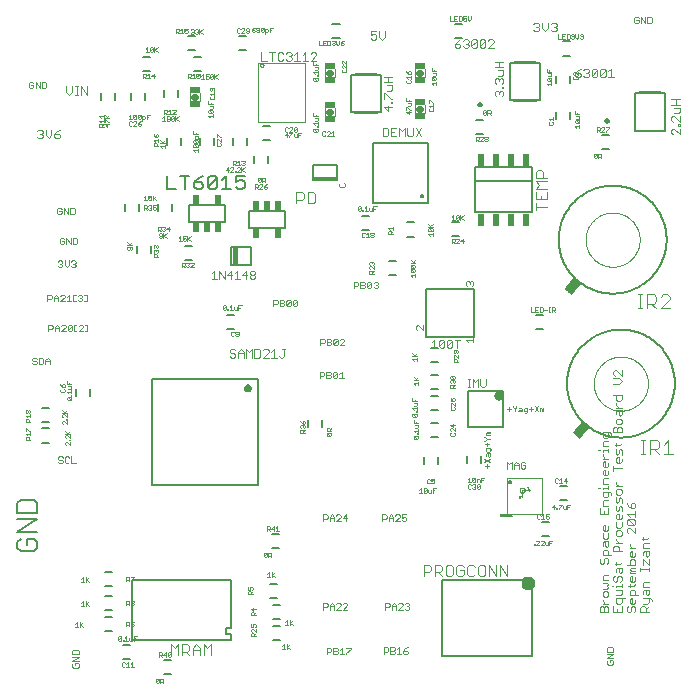
<source format=gto>
G75*
%MOIN*%
%OFA0B0*%
%FSLAX25Y25*%
%IPPOS*%
%LPD*%
%AMOC8*
5,1,8,0,0,1.08239X$1,22.5*
%
%ADD10C,0.00200*%
%ADD11C,0.01600*%
%ADD12C,0.00600*%
%ADD13C,0.00300*%
%ADD14C,0.00100*%
%ADD15C,0.00500*%
%ADD16C,0.00787*%
%ADD17C,0.01000*%
%ADD18R,0.03937X0.00433*%
%ADD19R,0.00433X0.03937*%
%ADD20C,0.00197*%
%ADD21C,0.00400*%
%ADD22C,0.02200*%
%ADD23R,0.03740X0.01969*%
%ADD24C,0.00118*%
%ADD25C,0.00394*%
%ADD26C,0.00000*%
%ADD27R,0.01870X0.03273*%
%ADD28C,0.03150*%
%ADD29C,0.00800*%
%ADD30R,0.01929X0.04331*%
D10*
X0051363Y0020436D02*
X0051723Y0020076D01*
X0053166Y0020076D01*
X0053527Y0020436D01*
X0053527Y0021158D01*
X0053166Y0021518D01*
X0052445Y0021518D01*
X0052445Y0020797D01*
X0051723Y0021518D02*
X0051363Y0021158D01*
X0051363Y0020436D01*
X0051363Y0022251D02*
X0053527Y0023693D01*
X0051363Y0023693D01*
X0051363Y0024426D02*
X0051363Y0025508D01*
X0051723Y0025868D01*
X0053166Y0025868D01*
X0053527Y0025508D01*
X0053527Y0024426D01*
X0051363Y0024426D01*
X0051363Y0022251D02*
X0053527Y0022251D01*
X0052538Y0088270D02*
X0051095Y0088270D01*
X0051095Y0090434D01*
X0050363Y0090073D02*
X0050002Y0090434D01*
X0049281Y0090434D01*
X0048920Y0090073D01*
X0048920Y0088631D01*
X0049281Y0088270D01*
X0050002Y0088270D01*
X0050363Y0088631D01*
X0048188Y0088631D02*
X0047827Y0088270D01*
X0047105Y0088270D01*
X0046745Y0088631D01*
X0047105Y0089352D02*
X0047827Y0089352D01*
X0048188Y0088991D01*
X0048188Y0088631D01*
X0047105Y0089352D02*
X0046745Y0089713D01*
X0046745Y0090073D01*
X0047105Y0090434D01*
X0047827Y0090434D01*
X0048188Y0090073D01*
X0043890Y0121223D02*
X0043890Y0122666D01*
X0043168Y0123387D01*
X0042447Y0122666D01*
X0042447Y0121223D01*
X0041715Y0121584D02*
X0041354Y0121223D01*
X0040272Y0121223D01*
X0040272Y0123387D01*
X0041354Y0123387D01*
X0041715Y0123026D01*
X0041715Y0121584D01*
X0042447Y0122305D02*
X0043890Y0122305D01*
X0039540Y0121944D02*
X0039540Y0121584D01*
X0039179Y0121223D01*
X0038458Y0121223D01*
X0038097Y0121584D01*
X0038458Y0122305D02*
X0039179Y0122305D01*
X0039540Y0121944D01*
X0039540Y0123026D02*
X0039179Y0123387D01*
X0038458Y0123387D01*
X0038097Y0123026D01*
X0038097Y0122666D01*
X0038458Y0122305D01*
X0043369Y0132199D02*
X0043369Y0134363D01*
X0044451Y0134363D01*
X0044811Y0134003D01*
X0044811Y0133281D01*
X0044451Y0132921D01*
X0043369Y0132921D01*
X0045544Y0133281D02*
X0046986Y0133281D01*
X0046986Y0133642D02*
X0046986Y0132199D01*
X0047719Y0132199D02*
X0049161Y0133642D01*
X0049161Y0134003D01*
X0048801Y0134363D01*
X0048079Y0134363D01*
X0047719Y0134003D01*
X0046986Y0133642D02*
X0046265Y0134363D01*
X0045544Y0133642D01*
X0045544Y0132199D01*
X0047719Y0132199D02*
X0049161Y0132199D01*
X0049894Y0132560D02*
X0051337Y0134003D01*
X0051337Y0132560D01*
X0050976Y0132199D01*
X0050254Y0132199D01*
X0049894Y0132560D01*
X0049894Y0134003D01*
X0050254Y0134363D01*
X0050976Y0134363D01*
X0051337Y0134003D01*
X0052069Y0134363D02*
X0052069Y0132199D01*
X0052790Y0132199D01*
X0053519Y0132199D02*
X0054962Y0133642D01*
X0054962Y0134003D01*
X0054601Y0134363D01*
X0053880Y0134363D01*
X0053519Y0134003D01*
X0052790Y0134363D02*
X0052069Y0134363D01*
X0053519Y0132199D02*
X0054962Y0132199D01*
X0055694Y0132199D02*
X0056415Y0132199D01*
X0056415Y0134363D01*
X0055694Y0134363D01*
X0055411Y0142128D02*
X0056132Y0142128D01*
X0056132Y0144292D01*
X0055411Y0144292D01*
X0054678Y0143932D02*
X0054678Y0143571D01*
X0054318Y0143210D01*
X0054678Y0142850D01*
X0054678Y0142489D01*
X0054318Y0142128D01*
X0053596Y0142128D01*
X0053235Y0142489D01*
X0052507Y0142128D02*
X0051785Y0142128D01*
X0051785Y0144292D01*
X0052507Y0144292D01*
X0053235Y0143932D02*
X0053596Y0144292D01*
X0054318Y0144292D01*
X0054678Y0143932D01*
X0054318Y0143210D02*
X0053957Y0143210D01*
X0051053Y0142128D02*
X0049610Y0142128D01*
X0050332Y0142128D02*
X0050332Y0144292D01*
X0049610Y0143571D01*
X0048878Y0143571D02*
X0048878Y0143932D01*
X0048517Y0144292D01*
X0047796Y0144292D01*
X0047435Y0143932D01*
X0046703Y0143571D02*
X0046703Y0142128D01*
X0047435Y0142128D02*
X0048878Y0143571D01*
X0048878Y0142128D02*
X0047435Y0142128D01*
X0046703Y0143210D02*
X0045260Y0143210D01*
X0045260Y0143571D02*
X0045982Y0144292D01*
X0046703Y0143571D01*
X0045260Y0143571D02*
X0045260Y0142128D01*
X0044528Y0143210D02*
X0044167Y0142850D01*
X0043085Y0142850D01*
X0043085Y0142128D02*
X0043085Y0144292D01*
X0044167Y0144292D01*
X0044528Y0143932D01*
X0044528Y0143210D01*
X0047040Y0153593D02*
X0046680Y0153954D01*
X0047040Y0153593D02*
X0047762Y0153593D01*
X0048122Y0153954D01*
X0048122Y0154314D01*
X0047762Y0154675D01*
X0047401Y0154675D01*
X0047762Y0154675D02*
X0048122Y0155036D01*
X0048122Y0155396D01*
X0047762Y0155757D01*
X0047040Y0155757D01*
X0046680Y0155396D01*
X0048855Y0155757D02*
X0048855Y0154314D01*
X0049576Y0153593D01*
X0050297Y0154314D01*
X0050297Y0155757D01*
X0051030Y0155396D02*
X0051390Y0155757D01*
X0052112Y0155757D01*
X0052472Y0155396D01*
X0052472Y0155036D01*
X0052112Y0154675D01*
X0052472Y0154314D01*
X0052472Y0153954D01*
X0052112Y0153593D01*
X0051390Y0153593D01*
X0051030Y0153954D01*
X0051751Y0154675D02*
X0052112Y0154675D01*
X0052649Y0161199D02*
X0053010Y0161560D01*
X0053010Y0163003D01*
X0052649Y0163363D01*
X0051567Y0163363D01*
X0051567Y0161199D01*
X0052649Y0161199D01*
X0050835Y0161199D02*
X0050835Y0163363D01*
X0049392Y0163363D02*
X0050835Y0161199D01*
X0049392Y0161199D02*
X0049392Y0163363D01*
X0048660Y0163003D02*
X0048299Y0163363D01*
X0047578Y0163363D01*
X0047217Y0163003D01*
X0047217Y0161560D01*
X0047578Y0161199D01*
X0048299Y0161199D01*
X0048660Y0161560D01*
X0048660Y0162281D01*
X0047939Y0162281D01*
X0047457Y0171199D02*
X0047817Y0171560D01*
X0047817Y0172281D01*
X0047096Y0172281D01*
X0046375Y0171560D02*
X0046735Y0171199D01*
X0047457Y0171199D01*
X0048550Y0171199D02*
X0048550Y0173363D01*
X0049993Y0171199D01*
X0049993Y0173363D01*
X0050725Y0173363D02*
X0051807Y0173363D01*
X0052168Y0173003D01*
X0052168Y0171560D01*
X0051807Y0171199D01*
X0050725Y0171199D01*
X0050725Y0173363D01*
X0047817Y0173003D02*
X0047457Y0173363D01*
X0046735Y0173363D01*
X0046375Y0173003D01*
X0046375Y0171560D01*
X0042397Y0213215D02*
X0042758Y0213576D01*
X0042758Y0215018D01*
X0042397Y0215379D01*
X0041315Y0215379D01*
X0041315Y0213215D01*
X0042397Y0213215D01*
X0040583Y0213215D02*
X0040583Y0215379D01*
X0039140Y0215379D02*
X0039140Y0213215D01*
X0038408Y0213576D02*
X0038408Y0214297D01*
X0037687Y0214297D01*
X0038408Y0215018D02*
X0038047Y0215379D01*
X0037326Y0215379D01*
X0036965Y0215018D01*
X0036965Y0213576D01*
X0037326Y0213215D01*
X0038047Y0213215D01*
X0038408Y0213576D01*
X0039140Y0215379D02*
X0040583Y0213215D01*
X0098755Y0152277D02*
X0098755Y0149719D01*
X0097903Y0149719D02*
X0099608Y0149719D01*
X0100440Y0149719D02*
X0100440Y0152277D01*
X0102146Y0149719D01*
X0102146Y0152277D01*
X0102978Y0150998D02*
X0104683Y0150998D01*
X0105516Y0151424D02*
X0106368Y0152277D01*
X0106368Y0149719D01*
X0105516Y0149719D02*
X0107221Y0149719D01*
X0108053Y0150998D02*
X0109759Y0150998D01*
X0110591Y0151424D02*
X0110591Y0151851D01*
X0111017Y0152277D01*
X0111870Y0152277D01*
X0112296Y0151851D01*
X0112296Y0151424D01*
X0111870Y0150998D01*
X0111017Y0150998D01*
X0110591Y0151424D01*
X0111017Y0150998D02*
X0110591Y0150572D01*
X0110591Y0150145D01*
X0111017Y0149719D01*
X0111870Y0149719D01*
X0112296Y0150145D01*
X0112296Y0150572D01*
X0111870Y0150998D01*
X0109332Y0149719D02*
X0109332Y0152277D01*
X0108053Y0150998D01*
X0104257Y0149719D02*
X0104257Y0152277D01*
X0102978Y0150998D01*
X0098755Y0152277D02*
X0097903Y0151424D01*
X0118435Y0142718D02*
X0118435Y0140554D01*
X0118435Y0141275D02*
X0119517Y0141275D01*
X0119878Y0141636D01*
X0119878Y0142357D01*
X0119517Y0142718D01*
X0118435Y0142718D01*
X0120611Y0142718D02*
X0120611Y0140554D01*
X0121693Y0140554D01*
X0122053Y0140914D01*
X0122053Y0141275D01*
X0121693Y0141636D01*
X0120611Y0141636D01*
X0121693Y0141636D02*
X0122053Y0141996D01*
X0122053Y0142357D01*
X0121693Y0142718D01*
X0120611Y0142718D01*
X0122786Y0142357D02*
X0122786Y0140914D01*
X0124228Y0142357D01*
X0124228Y0140914D01*
X0123868Y0140554D01*
X0123146Y0140554D01*
X0122786Y0140914D01*
X0122786Y0142357D02*
X0123146Y0142718D01*
X0123868Y0142718D01*
X0124228Y0142357D01*
X0124961Y0142357D02*
X0125321Y0142718D01*
X0126043Y0142718D01*
X0126403Y0142357D01*
X0124961Y0140914D01*
X0125321Y0140554D01*
X0126043Y0140554D01*
X0126403Y0140914D01*
X0126403Y0142357D01*
X0124961Y0142357D02*
X0124961Y0140914D01*
X0134089Y0129718D02*
X0135171Y0129718D01*
X0135532Y0129357D01*
X0135532Y0128636D01*
X0135171Y0128275D01*
X0134089Y0128275D01*
X0134089Y0127554D02*
X0134089Y0129718D01*
X0136264Y0129718D02*
X0137346Y0129718D01*
X0137707Y0129357D01*
X0137707Y0128996D01*
X0137346Y0128636D01*
X0136264Y0128636D01*
X0136264Y0127554D02*
X0136264Y0129718D01*
X0137346Y0128636D02*
X0137707Y0128275D01*
X0137707Y0127914D01*
X0137346Y0127554D01*
X0136264Y0127554D01*
X0138439Y0127914D02*
X0139882Y0129357D01*
X0139882Y0127914D01*
X0139521Y0127554D01*
X0138800Y0127554D01*
X0138439Y0127914D01*
X0138439Y0129357D01*
X0138800Y0129718D01*
X0139521Y0129718D01*
X0139882Y0129357D01*
X0140614Y0129357D02*
X0140975Y0129718D01*
X0141696Y0129718D01*
X0142057Y0129357D01*
X0142057Y0128996D01*
X0140614Y0127554D01*
X0142057Y0127554D01*
X0141178Y0118718D02*
X0141178Y0116554D01*
X0140457Y0116554D02*
X0141899Y0116554D01*
X0140457Y0117996D02*
X0141178Y0118718D01*
X0139724Y0118357D02*
X0138282Y0116914D01*
X0138642Y0116554D01*
X0139364Y0116554D01*
X0139724Y0116914D01*
X0139724Y0118357D01*
X0139364Y0118718D01*
X0138642Y0118718D01*
X0138282Y0118357D01*
X0138282Y0116914D01*
X0137549Y0116914D02*
X0137189Y0116554D01*
X0136107Y0116554D01*
X0136107Y0118718D01*
X0137189Y0118718D01*
X0137549Y0118357D01*
X0137549Y0117996D01*
X0137189Y0117636D01*
X0136107Y0117636D01*
X0135374Y0117636D02*
X0135014Y0117275D01*
X0133931Y0117275D01*
X0133931Y0116554D02*
X0133931Y0118718D01*
X0135014Y0118718D01*
X0135374Y0118357D01*
X0135374Y0117636D01*
X0137189Y0117636D02*
X0137549Y0117275D01*
X0137549Y0116914D01*
X0145278Y0146554D02*
X0145278Y0148718D01*
X0146360Y0148718D01*
X0146721Y0148357D01*
X0146721Y0147636D01*
X0146360Y0147275D01*
X0145278Y0147275D01*
X0147453Y0147636D02*
X0148535Y0147636D01*
X0148896Y0147275D01*
X0148896Y0146914D01*
X0148535Y0146554D01*
X0147453Y0146554D01*
X0147453Y0148718D01*
X0148535Y0148718D01*
X0148896Y0148357D01*
X0148896Y0147996D01*
X0148535Y0147636D01*
X0149628Y0148357D02*
X0149989Y0148718D01*
X0150710Y0148718D01*
X0151071Y0148357D01*
X0149628Y0146914D01*
X0149989Y0146554D01*
X0150710Y0146554D01*
X0151071Y0146914D01*
X0151071Y0148357D01*
X0151803Y0148357D02*
X0152164Y0148718D01*
X0152885Y0148718D01*
X0153246Y0148357D01*
X0153246Y0147996D01*
X0152885Y0147636D01*
X0153246Y0147275D01*
X0153246Y0146914D01*
X0152885Y0146554D01*
X0152164Y0146554D01*
X0151803Y0146914D01*
X0152525Y0147636D02*
X0152885Y0147636D01*
X0149628Y0148357D02*
X0149628Y0146914D01*
X0165811Y0133722D02*
X0165811Y0132870D01*
X0166238Y0132443D01*
X0165811Y0133722D02*
X0166238Y0134149D01*
X0166664Y0134149D01*
X0168369Y0132443D01*
X0168369Y0134149D01*
X0172067Y0129293D02*
X0172067Y0126735D01*
X0171214Y0126735D02*
X0172920Y0126735D01*
X0173752Y0127161D02*
X0175457Y0128866D01*
X0175457Y0127161D01*
X0175031Y0126735D01*
X0174178Y0126735D01*
X0173752Y0127161D01*
X0173752Y0128866D01*
X0174178Y0129293D01*
X0175031Y0129293D01*
X0175457Y0128866D01*
X0176289Y0128866D02*
X0176716Y0129293D01*
X0177568Y0129293D01*
X0177995Y0128866D01*
X0176289Y0127161D01*
X0176716Y0126735D01*
X0177568Y0126735D01*
X0177995Y0127161D01*
X0177995Y0128866D01*
X0178827Y0129293D02*
X0180532Y0129293D01*
X0179680Y0129293D02*
X0179680Y0126735D01*
X0176289Y0127161D02*
X0176289Y0128866D01*
X0172067Y0129293D02*
X0171214Y0128440D01*
X0182543Y0129359D02*
X0185102Y0129359D01*
X0185102Y0128506D02*
X0185102Y0130212D01*
X0183396Y0128506D02*
X0182543Y0129359D01*
X0183215Y0116253D02*
X0184068Y0116253D01*
X0183641Y0116253D02*
X0183641Y0113695D01*
X0183215Y0113695D02*
X0184068Y0113695D01*
X0184907Y0113695D02*
X0184907Y0116253D01*
X0185759Y0115401D01*
X0186612Y0116253D01*
X0186612Y0113695D01*
X0187444Y0114122D02*
X0187871Y0113695D01*
X0188723Y0113695D01*
X0189150Y0114122D01*
X0189150Y0116253D01*
X0187444Y0116253D02*
X0187444Y0114122D01*
X0196404Y0106313D02*
X0197584Y0106313D01*
X0196994Y0106903D02*
X0196994Y0105723D01*
X0198216Y0106903D02*
X0198806Y0106313D01*
X0198806Y0105428D01*
X0198806Y0106313D02*
X0199397Y0106903D01*
X0199397Y0107198D01*
X0200324Y0106608D02*
X0200914Y0106608D01*
X0201209Y0106313D01*
X0201209Y0105428D01*
X0200324Y0105428D01*
X0200029Y0105723D01*
X0200324Y0106018D01*
X0201209Y0106018D01*
X0201842Y0106313D02*
X0201842Y0105723D01*
X0202137Y0105428D01*
X0203022Y0105428D01*
X0203022Y0105133D02*
X0203022Y0106608D01*
X0202137Y0106608D01*
X0201842Y0106313D01*
X0202432Y0104838D02*
X0202727Y0104838D01*
X0203022Y0105133D01*
X0203654Y0106313D02*
X0204834Y0106313D01*
X0204244Y0106903D02*
X0204244Y0105723D01*
X0205467Y0105428D02*
X0206647Y0107198D01*
X0207279Y0106608D02*
X0207574Y0106608D01*
X0207869Y0106313D01*
X0208164Y0106608D01*
X0208459Y0106313D01*
X0208459Y0105428D01*
X0207869Y0105428D02*
X0207869Y0106313D01*
X0207279Y0106608D02*
X0207279Y0105428D01*
X0206647Y0105428D02*
X0205467Y0107198D01*
X0198216Y0107198D02*
X0198216Y0106903D01*
X0190495Y0098693D02*
X0189610Y0098693D01*
X0189315Y0098398D01*
X0189610Y0098103D01*
X0190495Y0098103D01*
X0190495Y0097513D02*
X0189315Y0097513D01*
X0189315Y0097808D01*
X0189610Y0098103D01*
X0189020Y0096880D02*
X0188725Y0096880D01*
X0189020Y0096880D02*
X0189610Y0096290D01*
X0190495Y0096290D01*
X0189610Y0096290D02*
X0189020Y0095700D01*
X0188725Y0095700D01*
X0189610Y0095067D02*
X0189610Y0093887D01*
X0189315Y0093255D02*
X0189315Y0092370D01*
X0189610Y0092075D01*
X0190200Y0092075D01*
X0190495Y0092370D01*
X0190495Y0093255D01*
X0190790Y0093255D02*
X0189315Y0093255D01*
X0189020Y0094477D02*
X0190200Y0094477D01*
X0190790Y0093255D02*
X0191085Y0092960D01*
X0191085Y0092665D01*
X0190495Y0091442D02*
X0190495Y0090557D01*
X0190200Y0090262D01*
X0189905Y0090557D01*
X0189905Y0091442D01*
X0189610Y0091442D02*
X0190495Y0091442D01*
X0189610Y0091442D02*
X0189315Y0091147D01*
X0189315Y0090557D01*
X0188725Y0089630D02*
X0190495Y0088450D01*
X0189610Y0087817D02*
X0189610Y0086637D01*
X0189020Y0087227D02*
X0190200Y0087227D01*
X0188725Y0088450D02*
X0190495Y0089630D01*
X0196317Y0088714D02*
X0196317Y0086412D01*
X0197852Y0086412D02*
X0197852Y0088714D01*
X0197085Y0087946D01*
X0196317Y0088714D01*
X0198619Y0087946D02*
X0198619Y0086412D01*
X0198619Y0087563D02*
X0200154Y0087563D01*
X0200154Y0087946D02*
X0200154Y0086412D01*
X0200921Y0086795D02*
X0201305Y0086412D01*
X0202072Y0086412D01*
X0202456Y0086795D01*
X0202456Y0087563D01*
X0201689Y0087563D01*
X0202456Y0088330D02*
X0202072Y0088714D01*
X0201305Y0088714D01*
X0200921Y0088330D01*
X0200921Y0086795D01*
X0200154Y0087946D02*
X0199387Y0088714D01*
X0198619Y0087946D01*
X0226757Y0092458D02*
X0227224Y0092458D01*
X0228159Y0092458D02*
X0230027Y0092458D01*
X0230027Y0091991D02*
X0230027Y0092925D01*
X0230027Y0093832D02*
X0228159Y0093832D01*
X0228159Y0095233D01*
X0228626Y0095700D01*
X0230027Y0095700D01*
X0229560Y0096594D02*
X0230027Y0097062D01*
X0230027Y0098463D01*
X0230494Y0098463D02*
X0228159Y0098463D01*
X0228159Y0097062D01*
X0228626Y0096594D01*
X0229560Y0096594D01*
X0230961Y0097529D02*
X0230961Y0097996D01*
X0230494Y0098463D01*
X0231724Y0098436D02*
X0231724Y0099837D01*
X0232191Y0100304D01*
X0232659Y0100304D01*
X0233126Y0099837D01*
X0233126Y0098436D01*
X0234527Y0098436D02*
X0231724Y0098436D01*
X0233126Y0099837D02*
X0233593Y0100304D01*
X0234060Y0100304D01*
X0234527Y0099837D01*
X0234527Y0098436D01*
X0234060Y0101198D02*
X0233126Y0101198D01*
X0232659Y0101665D01*
X0232659Y0102600D01*
X0233126Y0103067D01*
X0234060Y0103067D01*
X0234527Y0102600D01*
X0234527Y0101665D01*
X0234060Y0101198D01*
X0234060Y0103961D02*
X0233593Y0104428D01*
X0233593Y0105829D01*
X0233126Y0105829D02*
X0234527Y0105829D01*
X0234527Y0104428D01*
X0234060Y0103961D01*
X0232659Y0104428D02*
X0232659Y0105362D01*
X0233126Y0105829D01*
X0233593Y0106723D02*
X0232659Y0107657D01*
X0232659Y0108124D01*
X0233126Y0109025D02*
X0232659Y0109492D01*
X0232659Y0110893D01*
X0231724Y0110893D02*
X0234527Y0110893D01*
X0234527Y0109492D01*
X0234060Y0109025D01*
X0233126Y0109025D01*
X0232659Y0106723D02*
X0234527Y0106723D01*
X0233593Y0114550D02*
X0234527Y0115484D01*
X0233593Y0116418D01*
X0231724Y0116418D01*
X0232191Y0117312D02*
X0231724Y0117779D01*
X0231724Y0118713D01*
X0232191Y0119180D01*
X0232659Y0119180D01*
X0234527Y0117312D01*
X0234527Y0119180D01*
X0233593Y0114550D02*
X0231724Y0114550D01*
X0232659Y0094766D02*
X0232659Y0093832D01*
X0232191Y0094299D02*
X0234060Y0094299D01*
X0234527Y0094766D01*
X0234060Y0092938D02*
X0233593Y0092471D01*
X0233593Y0091537D01*
X0233126Y0091070D01*
X0232659Y0091537D01*
X0232659Y0092938D01*
X0234060Y0092938D02*
X0234527Y0092471D01*
X0234527Y0091070D01*
X0233593Y0090176D02*
X0233593Y0088307D01*
X0234060Y0088307D02*
X0233126Y0088307D01*
X0232659Y0088774D01*
X0232659Y0089709D01*
X0233126Y0090176D01*
X0233593Y0090176D01*
X0234527Y0089709D02*
X0234527Y0088774D01*
X0234060Y0088307D01*
X0234527Y0086479D02*
X0231724Y0086479D01*
X0231724Y0085545D02*
X0231724Y0087413D01*
X0230027Y0087393D02*
X0229560Y0086926D01*
X0228626Y0086926D01*
X0228159Y0087393D01*
X0228159Y0088327D01*
X0228626Y0088794D01*
X0229093Y0088794D01*
X0229093Y0086926D01*
X0229093Y0086032D02*
X0229093Y0084164D01*
X0229560Y0084164D02*
X0228626Y0084164D01*
X0228159Y0084631D01*
X0228159Y0085565D01*
X0228626Y0086032D01*
X0229093Y0086032D01*
X0230027Y0085565D02*
X0230027Y0084631D01*
X0229560Y0084164D01*
X0230027Y0083270D02*
X0228626Y0083270D01*
X0228159Y0082803D01*
X0228159Y0081402D01*
X0230027Y0081402D01*
X0230027Y0080494D02*
X0230027Y0079560D01*
X0230027Y0080027D02*
X0228159Y0080027D01*
X0228159Y0079560D01*
X0228159Y0078666D02*
X0228159Y0077265D01*
X0228626Y0076798D01*
X0229560Y0076798D01*
X0230027Y0077265D01*
X0230027Y0078666D01*
X0230494Y0078666D02*
X0228159Y0078666D01*
X0227224Y0080027D02*
X0226757Y0080027D01*
X0230494Y0078666D02*
X0230961Y0078199D01*
X0230961Y0077732D01*
X0232659Y0078185D02*
X0233126Y0077718D01*
X0234060Y0077718D01*
X0234527Y0078185D01*
X0234527Y0079120D01*
X0234060Y0079587D01*
X0233126Y0079587D01*
X0232659Y0079120D01*
X0232659Y0078185D01*
X0232659Y0076824D02*
X0232659Y0075423D01*
X0233126Y0074956D01*
X0233593Y0075423D01*
X0233593Y0076357D01*
X0234060Y0076824D01*
X0234527Y0076357D01*
X0234527Y0074956D01*
X0234060Y0074062D02*
X0233593Y0073595D01*
X0233593Y0072661D01*
X0233126Y0072194D01*
X0232659Y0072661D01*
X0232659Y0074062D01*
X0234060Y0074062D02*
X0234527Y0073595D01*
X0234527Y0072194D01*
X0233593Y0071300D02*
X0233593Y0069431D01*
X0234060Y0069431D02*
X0233126Y0069431D01*
X0232659Y0069898D01*
X0232659Y0070833D01*
X0233126Y0071300D01*
X0233593Y0071300D01*
X0234527Y0070833D02*
X0234527Y0069898D01*
X0234060Y0069431D01*
X0234527Y0068537D02*
X0234527Y0067136D01*
X0234060Y0066669D01*
X0233126Y0066669D01*
X0232659Y0067136D01*
X0232659Y0068537D01*
X0233126Y0065775D02*
X0232659Y0065308D01*
X0232659Y0064374D01*
X0233126Y0063907D01*
X0234060Y0063907D01*
X0234527Y0064374D01*
X0234527Y0065308D01*
X0234060Y0065775D01*
X0233126Y0065775D01*
X0232659Y0063006D02*
X0232659Y0062539D01*
X0233593Y0061605D01*
X0234527Y0061605D02*
X0232659Y0061605D01*
X0233126Y0060711D02*
X0233593Y0060243D01*
X0233593Y0058842D01*
X0234527Y0058842D02*
X0231724Y0058842D01*
X0231724Y0060243D01*
X0232191Y0060711D01*
X0233126Y0060711D01*
X0230027Y0060691D02*
X0230027Y0062092D01*
X0228626Y0062092D01*
X0228159Y0061625D01*
X0228159Y0060691D01*
X0229093Y0060691D02*
X0229093Y0062092D01*
X0229560Y0062986D02*
X0230027Y0063453D01*
X0230027Y0064854D01*
X0229560Y0065748D02*
X0228626Y0065748D01*
X0228159Y0066215D01*
X0228159Y0067149D01*
X0228626Y0067616D01*
X0229093Y0067616D01*
X0229093Y0065748D01*
X0229560Y0065748D02*
X0230027Y0066215D01*
X0230027Y0067149D01*
X0228159Y0064854D02*
X0228159Y0063453D01*
X0228626Y0062986D01*
X0229560Y0062986D01*
X0230027Y0060691D02*
X0229560Y0060223D01*
X0229093Y0060691D01*
X0229560Y0059329D02*
X0230027Y0058862D01*
X0230027Y0057461D01*
X0230961Y0057461D02*
X0228159Y0057461D01*
X0228159Y0058862D01*
X0228626Y0059329D01*
X0229560Y0059329D01*
X0229560Y0056567D02*
X0230027Y0056100D01*
X0230027Y0055166D01*
X0229560Y0054699D01*
X0228626Y0055166D02*
X0228626Y0056100D01*
X0229093Y0056567D01*
X0229560Y0056567D01*
X0228626Y0055166D02*
X0228159Y0054699D01*
X0227691Y0054699D01*
X0227224Y0055166D01*
X0227224Y0056100D01*
X0227691Y0056567D01*
X0232191Y0054705D02*
X0234060Y0054705D01*
X0234527Y0055173D01*
X0234527Y0053344D02*
X0233126Y0053344D01*
X0232659Y0052877D01*
X0232659Y0051943D01*
X0233593Y0051943D02*
X0233593Y0053344D01*
X0234527Y0053344D02*
X0234527Y0051943D01*
X0234060Y0051476D01*
X0233593Y0051943D01*
X0233593Y0050582D02*
X0234060Y0050582D01*
X0234527Y0050115D01*
X0234527Y0049181D01*
X0234060Y0048714D01*
X0234527Y0047806D02*
X0234527Y0046872D01*
X0234527Y0047339D02*
X0232659Y0047339D01*
X0232659Y0046872D01*
X0232659Y0045978D02*
X0234527Y0045978D01*
X0234527Y0044577D01*
X0234060Y0044110D01*
X0232659Y0044110D01*
X0232659Y0043216D02*
X0232659Y0041814D01*
X0233126Y0041347D01*
X0234060Y0041347D01*
X0234527Y0041814D01*
X0234527Y0043216D01*
X0235461Y0043216D02*
X0232659Y0043216D01*
X0230027Y0044116D02*
X0229560Y0043649D01*
X0228626Y0043649D01*
X0228159Y0044116D01*
X0228159Y0045051D01*
X0228626Y0045518D01*
X0229560Y0045518D01*
X0230027Y0045051D01*
X0230027Y0044116D01*
X0228159Y0042749D02*
X0228159Y0042282D01*
X0229093Y0041347D01*
X0229093Y0040453D02*
X0229560Y0040453D01*
X0230027Y0039986D01*
X0230027Y0038585D01*
X0227224Y0038585D01*
X0227224Y0039986D01*
X0227691Y0040453D01*
X0228159Y0040453D01*
X0228626Y0039986D01*
X0228626Y0038585D01*
X0228626Y0039986D02*
X0229093Y0040453D01*
X0230027Y0041347D02*
X0228159Y0041347D01*
X0231724Y0040453D02*
X0231724Y0038585D01*
X0234527Y0038585D01*
X0234527Y0040453D01*
X0233126Y0039519D02*
X0233126Y0038585D01*
X0236224Y0039052D02*
X0236691Y0038585D01*
X0237159Y0038585D01*
X0237626Y0039052D01*
X0237626Y0039986D01*
X0238093Y0040453D01*
X0238560Y0040453D01*
X0239027Y0039986D01*
X0239027Y0039052D01*
X0238560Y0038585D01*
X0240724Y0038585D02*
X0240724Y0039986D01*
X0241191Y0040453D01*
X0242126Y0040453D01*
X0242593Y0039986D01*
X0242593Y0038585D01*
X0243527Y0038585D02*
X0240724Y0038585D01*
X0242593Y0039519D02*
X0243527Y0040453D01*
X0243060Y0041347D02*
X0241659Y0041347D01*
X0243060Y0041347D02*
X0243527Y0041814D01*
X0243527Y0043216D01*
X0243994Y0043216D02*
X0244461Y0042749D01*
X0244461Y0042282D01*
X0243994Y0043216D02*
X0241659Y0043216D01*
X0241659Y0044577D02*
X0241659Y0045511D01*
X0242126Y0045978D01*
X0243527Y0045978D01*
X0243527Y0044577D01*
X0243060Y0044110D01*
X0242593Y0044577D01*
X0242593Y0045978D01*
X0243527Y0046872D02*
X0241659Y0046872D01*
X0241659Y0048273D01*
X0242126Y0048740D01*
X0243527Y0048740D01*
X0239961Y0044110D02*
X0237159Y0044110D01*
X0237159Y0045511D01*
X0237626Y0045978D01*
X0238560Y0045978D01*
X0239027Y0045511D01*
X0239027Y0044110D01*
X0238093Y0043216D02*
X0238093Y0041347D01*
X0238560Y0041347D02*
X0237626Y0041347D01*
X0237159Y0041814D01*
X0237159Y0042749D01*
X0237626Y0043216D01*
X0238093Y0043216D01*
X0239027Y0042749D02*
X0239027Y0041814D01*
X0238560Y0041347D01*
X0236691Y0040453D02*
X0236224Y0039986D01*
X0236224Y0039052D01*
X0237159Y0046872D02*
X0237159Y0047806D01*
X0236691Y0047339D02*
X0238560Y0047339D01*
X0239027Y0047806D01*
X0238560Y0048714D02*
X0237626Y0048714D01*
X0237159Y0049181D01*
X0237159Y0050115D01*
X0237626Y0050582D01*
X0238093Y0050582D01*
X0238093Y0048714D01*
X0238560Y0048714D02*
X0239027Y0049181D01*
X0239027Y0050115D01*
X0239027Y0051476D02*
X0237159Y0051476D01*
X0237159Y0051943D01*
X0237626Y0052410D01*
X0237159Y0052877D01*
X0237626Y0053344D01*
X0239027Y0053344D01*
X0239027Y0054238D02*
X0239027Y0055640D01*
X0238560Y0056107D01*
X0237626Y0056107D01*
X0237159Y0055640D01*
X0237159Y0054238D01*
X0236224Y0054238D02*
X0239027Y0054238D01*
X0239027Y0052410D02*
X0237626Y0052410D01*
X0240724Y0052397D02*
X0240724Y0053331D01*
X0240724Y0052864D02*
X0243527Y0052864D01*
X0243527Y0052397D02*
X0243527Y0053331D01*
X0243527Y0054238D02*
X0243527Y0056107D01*
X0243060Y0057001D02*
X0242593Y0057468D01*
X0242593Y0058869D01*
X0242126Y0058869D02*
X0243527Y0058869D01*
X0243527Y0057468D01*
X0243060Y0057001D01*
X0241659Y0057468D02*
X0241659Y0058402D01*
X0242126Y0058869D01*
X0241659Y0059763D02*
X0241659Y0061164D01*
X0242126Y0061631D01*
X0243527Y0061631D01*
X0243060Y0062992D02*
X0243527Y0063460D01*
X0243060Y0062992D02*
X0241191Y0062992D01*
X0241659Y0062525D02*
X0241659Y0063460D01*
X0239027Y0064827D02*
X0237159Y0066696D01*
X0236691Y0066696D01*
X0236224Y0066229D01*
X0236224Y0065294D01*
X0236691Y0064827D01*
X0239027Y0064827D02*
X0239027Y0066696D01*
X0238560Y0067590D02*
X0236691Y0069458D01*
X0238560Y0069458D01*
X0239027Y0068991D01*
X0239027Y0068057D01*
X0238560Y0067590D01*
X0236691Y0067590D01*
X0236224Y0068057D01*
X0236224Y0068991D01*
X0236691Y0069458D01*
X0237159Y0070352D02*
X0236224Y0071286D01*
X0239027Y0071286D01*
X0239027Y0070352D02*
X0239027Y0072220D01*
X0238560Y0073114D02*
X0239027Y0073582D01*
X0239027Y0074516D01*
X0238560Y0074983D01*
X0238093Y0074983D01*
X0237626Y0074516D01*
X0237626Y0073114D01*
X0238560Y0073114D01*
X0237626Y0073114D02*
X0236691Y0074049D01*
X0236224Y0074983D01*
X0234527Y0080481D02*
X0232659Y0080481D01*
X0233593Y0080481D02*
X0232659Y0081415D01*
X0232659Y0081882D01*
X0230027Y0087393D02*
X0230027Y0088327D01*
X0230027Y0089689D02*
X0228159Y0089689D01*
X0229093Y0089689D02*
X0228159Y0090623D01*
X0228159Y0091090D01*
X0228159Y0091991D02*
X0228159Y0092458D01*
X0228626Y0075903D02*
X0228159Y0075436D01*
X0228159Y0074035D01*
X0230027Y0074035D01*
X0230027Y0073141D02*
X0230027Y0071273D01*
X0227224Y0071273D01*
X0227224Y0073141D01*
X0228626Y0072207D02*
X0228626Y0071273D01*
X0228626Y0075903D02*
X0230027Y0075903D01*
X0237159Y0061164D02*
X0237159Y0060697D01*
X0238093Y0059763D01*
X0238093Y0058869D02*
X0238093Y0057001D01*
X0238560Y0057001D02*
X0237626Y0057001D01*
X0237159Y0057468D01*
X0237159Y0058402D01*
X0237626Y0058869D01*
X0238093Y0058869D01*
X0239027Y0058402D02*
X0239027Y0057468D01*
X0238560Y0057001D01*
X0239027Y0059763D02*
X0237159Y0059763D01*
X0241659Y0059763D02*
X0243527Y0059763D01*
X0241659Y0056107D02*
X0243527Y0054238D01*
X0241659Y0054238D02*
X0241659Y0056107D01*
X0232659Y0055173D02*
X0232659Y0054238D01*
X0232191Y0050582D02*
X0231724Y0050115D01*
X0231724Y0049181D01*
X0232191Y0048714D01*
X0232659Y0048714D01*
X0233126Y0049181D01*
X0233126Y0050115D01*
X0233593Y0050582D01*
X0230027Y0051042D02*
X0228626Y0051042D01*
X0228159Y0050575D01*
X0228159Y0049174D01*
X0230027Y0049174D01*
X0229560Y0048280D02*
X0228159Y0048280D01*
X0229560Y0048280D02*
X0230027Y0047813D01*
X0229560Y0047346D01*
X0230027Y0046879D01*
X0229560Y0046412D01*
X0228159Y0046412D01*
X0231257Y0047339D02*
X0231724Y0047339D01*
X0231316Y0026853D02*
X0229873Y0026853D01*
X0229512Y0026492D01*
X0229512Y0025410D01*
X0231676Y0025410D01*
X0231676Y0026492D01*
X0231316Y0026853D01*
X0231676Y0024678D02*
X0229512Y0024678D01*
X0229512Y0023235D02*
X0231676Y0024678D01*
X0231676Y0023235D02*
X0229512Y0023235D01*
X0229873Y0022502D02*
X0229512Y0022142D01*
X0229512Y0021420D01*
X0229873Y0021060D01*
X0231316Y0021060D01*
X0231676Y0021420D01*
X0231676Y0022142D01*
X0231316Y0022502D01*
X0230594Y0022502D01*
X0230594Y0021781D01*
X0163175Y0025024D02*
X0163175Y0025385D01*
X0162814Y0025746D01*
X0161732Y0025746D01*
X0161732Y0025024D01*
X0162093Y0024664D01*
X0162814Y0024664D01*
X0163175Y0025024D01*
X0162454Y0026467D02*
X0161732Y0025746D01*
X0162454Y0026467D02*
X0163175Y0026828D01*
X0160279Y0026828D02*
X0160279Y0024664D01*
X0161000Y0024664D02*
X0159557Y0024664D01*
X0158825Y0025024D02*
X0158464Y0024664D01*
X0157382Y0024664D01*
X0157382Y0026828D01*
X0158464Y0026828D01*
X0158825Y0026467D01*
X0158825Y0026106D01*
X0158464Y0025746D01*
X0157382Y0025746D01*
X0156650Y0025746D02*
X0156650Y0026467D01*
X0156289Y0026828D01*
X0155207Y0026828D01*
X0155207Y0024664D01*
X0155207Y0025385D02*
X0156289Y0025385D01*
X0156650Y0025746D01*
X0158464Y0025746D02*
X0158825Y0025385D01*
X0158825Y0025024D01*
X0159557Y0026106D02*
X0160279Y0026828D01*
X0160045Y0039365D02*
X0161488Y0040807D01*
X0161488Y0041168D01*
X0161127Y0041529D01*
X0160406Y0041529D01*
X0160045Y0041168D01*
X0159313Y0040807D02*
X0159313Y0039365D01*
X0160045Y0039365D02*
X0161488Y0039365D01*
X0162221Y0039725D02*
X0162581Y0039365D01*
X0163303Y0039365D01*
X0163663Y0039725D01*
X0163663Y0040086D01*
X0163303Y0040447D01*
X0162942Y0040447D01*
X0163303Y0040447D02*
X0163663Y0040807D01*
X0163663Y0041168D01*
X0163303Y0041529D01*
X0162581Y0041529D01*
X0162221Y0041168D01*
X0159313Y0040807D02*
X0158592Y0041529D01*
X0157870Y0040807D01*
X0157870Y0039365D01*
X0157870Y0040447D02*
X0159313Y0040447D01*
X0157138Y0040447D02*
X0156777Y0040086D01*
X0155695Y0040086D01*
X0155695Y0039365D02*
X0155695Y0041529D01*
X0156777Y0041529D01*
X0157138Y0041168D01*
X0157138Y0040447D01*
X0142994Y0040839D02*
X0142994Y0041199D01*
X0142633Y0041560D01*
X0141912Y0041560D01*
X0141551Y0041199D01*
X0140819Y0041199D02*
X0140458Y0041560D01*
X0139737Y0041560D01*
X0139376Y0041199D01*
X0138644Y0040839D02*
X0138644Y0039396D01*
X0139376Y0039396D02*
X0140819Y0040839D01*
X0140819Y0041199D01*
X0140819Y0039396D02*
X0139376Y0039396D01*
X0138644Y0040478D02*
X0137201Y0040478D01*
X0137201Y0040839D02*
X0137201Y0039396D01*
X0136469Y0040478D02*
X0136469Y0041199D01*
X0136108Y0041560D01*
X0135026Y0041560D01*
X0135026Y0039396D01*
X0135026Y0040117D02*
X0136108Y0040117D01*
X0136469Y0040478D01*
X0137201Y0040839D02*
X0137922Y0041560D01*
X0138644Y0040839D01*
X0141551Y0039396D02*
X0142994Y0040839D01*
X0142994Y0039396D02*
X0141551Y0039396D01*
X0141310Y0026607D02*
X0141310Y0024443D01*
X0140589Y0024443D02*
X0142031Y0024443D01*
X0142764Y0024443D02*
X0142764Y0024804D01*
X0144207Y0026247D01*
X0144207Y0026607D01*
X0142764Y0026607D01*
X0141310Y0026607D02*
X0140589Y0025886D01*
X0139856Y0025886D02*
X0139496Y0025525D01*
X0138414Y0025525D01*
X0137681Y0025525D02*
X0137321Y0025165D01*
X0136239Y0025165D01*
X0136239Y0024443D02*
X0136239Y0026607D01*
X0137321Y0026607D01*
X0137681Y0026247D01*
X0137681Y0025525D01*
X0138414Y0024443D02*
X0139496Y0024443D01*
X0139856Y0024804D01*
X0139856Y0025165D01*
X0139496Y0025525D01*
X0139856Y0025886D02*
X0139856Y0026247D01*
X0139496Y0026607D01*
X0138414Y0026607D01*
X0138414Y0024443D01*
X0138644Y0068924D02*
X0138644Y0070366D01*
X0137922Y0071088D01*
X0137201Y0070366D01*
X0137201Y0068924D01*
X0137201Y0070006D02*
X0138644Y0070006D01*
X0139376Y0070727D02*
X0139737Y0071088D01*
X0140458Y0071088D01*
X0140819Y0070727D01*
X0140819Y0070366D01*
X0139376Y0068924D01*
X0140819Y0068924D01*
X0141551Y0070006D02*
X0142994Y0070006D01*
X0142633Y0068924D02*
X0142633Y0071088D01*
X0141551Y0070006D01*
X0136469Y0070006D02*
X0136108Y0069645D01*
X0135026Y0069645D01*
X0135026Y0068924D02*
X0135026Y0071088D01*
X0136108Y0071088D01*
X0136469Y0070727D01*
X0136469Y0070006D01*
X0154711Y0069645D02*
X0155793Y0069645D01*
X0156154Y0070006D01*
X0156154Y0070727D01*
X0155793Y0071088D01*
X0154711Y0071088D01*
X0154711Y0068924D01*
X0156886Y0068924D02*
X0156886Y0070366D01*
X0157607Y0071088D01*
X0158329Y0070366D01*
X0158329Y0068924D01*
X0159061Y0068924D02*
X0160504Y0070366D01*
X0160504Y0070727D01*
X0160143Y0071088D01*
X0159422Y0071088D01*
X0159061Y0070727D01*
X0158329Y0070006D02*
X0156886Y0070006D01*
X0159061Y0068924D02*
X0160504Y0068924D01*
X0161236Y0069284D02*
X0161597Y0068924D01*
X0162318Y0068924D01*
X0162679Y0069284D01*
X0162679Y0070006D01*
X0162318Y0070366D01*
X0161958Y0070366D01*
X0161236Y0070006D01*
X0161236Y0071088D01*
X0162679Y0071088D01*
X0182970Y0147207D02*
X0182543Y0147633D01*
X0182543Y0148486D01*
X0182970Y0148912D01*
X0183396Y0148912D01*
X0183823Y0148486D01*
X0184249Y0148912D01*
X0184675Y0148912D01*
X0185102Y0148486D01*
X0185102Y0147633D01*
X0184675Y0147207D01*
X0183823Y0148060D02*
X0183823Y0148486D01*
X0167742Y0197101D02*
X0165874Y0199903D01*
X0164980Y0199903D02*
X0164980Y0197568D01*
X0164513Y0197101D01*
X0163579Y0197101D01*
X0163111Y0197568D01*
X0163111Y0199903D01*
X0162217Y0199903D02*
X0162217Y0197101D01*
X0160349Y0197101D02*
X0160349Y0199903D01*
X0161283Y0198969D01*
X0162217Y0199903D01*
X0159455Y0199903D02*
X0157587Y0199903D01*
X0157587Y0197101D01*
X0159455Y0197101D01*
X0158521Y0198502D02*
X0157587Y0198502D01*
X0156693Y0199436D02*
X0156226Y0199903D01*
X0154824Y0199903D01*
X0154824Y0197101D01*
X0156226Y0197101D01*
X0156693Y0197568D01*
X0156693Y0199436D01*
X0156716Y0205481D02*
X0156716Y0207349D01*
X0157650Y0208244D02*
X0157650Y0208711D01*
X0158117Y0208711D01*
X0158117Y0208244D01*
X0157650Y0208244D01*
X0157650Y0209625D02*
X0158117Y0209625D01*
X0157650Y0209625D02*
X0155782Y0211493D01*
X0155315Y0211493D01*
X0155315Y0209625D01*
X0155315Y0206882D02*
X0156716Y0205481D01*
X0158117Y0206882D02*
X0155315Y0206882D01*
X0156249Y0212387D02*
X0157650Y0212387D01*
X0158117Y0212854D01*
X0158117Y0214255D01*
X0156249Y0214255D01*
X0156716Y0215149D02*
X0156716Y0217018D01*
X0155315Y0217018D02*
X0158117Y0217018D01*
X0158117Y0215149D02*
X0155315Y0215149D01*
X0167742Y0199903D02*
X0165874Y0197101D01*
X0192315Y0210948D02*
X0192315Y0211882D01*
X0192782Y0212349D01*
X0193249Y0212349D01*
X0193716Y0211882D01*
X0194183Y0212349D01*
X0194650Y0212349D01*
X0195117Y0211882D01*
X0195117Y0210948D01*
X0194650Y0210481D01*
X0193716Y0211415D02*
X0193716Y0211882D01*
X0194650Y0213244D02*
X0194650Y0213711D01*
X0195117Y0213711D01*
X0195117Y0213244D01*
X0194650Y0213244D01*
X0194650Y0214625D02*
X0195117Y0215092D01*
X0195117Y0216026D01*
X0194650Y0216493D01*
X0194183Y0216493D01*
X0193716Y0216026D01*
X0193716Y0215559D01*
X0193716Y0216026D02*
X0193249Y0216493D01*
X0192782Y0216493D01*
X0192315Y0216026D01*
X0192315Y0215092D01*
X0192782Y0214625D01*
X0193249Y0217387D02*
X0194650Y0217387D01*
X0195117Y0217854D01*
X0195117Y0219255D01*
X0193249Y0219255D01*
X0193716Y0220149D02*
X0193716Y0222018D01*
X0192315Y0222018D02*
X0195117Y0222018D01*
X0195117Y0220149D02*
X0192315Y0220149D01*
X0191817Y0226664D02*
X0189949Y0226664D01*
X0191817Y0228532D01*
X0191817Y0228999D01*
X0191350Y0229466D01*
X0190416Y0229466D01*
X0189949Y0228999D01*
X0189055Y0228999D02*
X0187186Y0227131D01*
X0187653Y0226664D01*
X0188587Y0226664D01*
X0189055Y0227131D01*
X0189055Y0228999D01*
X0188587Y0229466D01*
X0187653Y0229466D01*
X0187186Y0228999D01*
X0187186Y0227131D01*
X0186292Y0227131D02*
X0185825Y0226664D01*
X0184891Y0226664D01*
X0184424Y0227131D01*
X0186292Y0228999D01*
X0186292Y0227131D01*
X0184424Y0227131D02*
X0184424Y0228999D01*
X0184891Y0229466D01*
X0185825Y0229466D01*
X0186292Y0228999D01*
X0183530Y0228999D02*
X0183530Y0228532D01*
X0183063Y0228065D01*
X0183530Y0227598D01*
X0183530Y0227131D01*
X0183063Y0226664D01*
X0182129Y0226664D01*
X0181662Y0227131D01*
X0180767Y0227131D02*
X0180767Y0227598D01*
X0180300Y0228065D01*
X0178899Y0228065D01*
X0178899Y0227131D01*
X0179366Y0226664D01*
X0180300Y0226664D01*
X0180767Y0227131D01*
X0182596Y0228065D02*
X0183063Y0228065D01*
X0183530Y0228999D02*
X0183063Y0229466D01*
X0182129Y0229466D01*
X0181662Y0228999D01*
X0180767Y0229466D02*
X0179833Y0228999D01*
X0178899Y0228065D01*
X0192315Y0210948D02*
X0192782Y0210481D01*
X0219023Y0217370D02*
X0219490Y0216903D01*
X0220424Y0216903D01*
X0220891Y0217370D01*
X0220891Y0217837D01*
X0220424Y0218304D01*
X0219023Y0218304D01*
X0219023Y0217370D01*
X0219023Y0218304D02*
X0219957Y0219238D01*
X0220891Y0219706D01*
X0221785Y0219238D02*
X0222252Y0219706D01*
X0223186Y0219706D01*
X0223653Y0219238D01*
X0223653Y0218771D01*
X0223186Y0218304D01*
X0223653Y0217837D01*
X0223653Y0217370D01*
X0223186Y0216903D01*
X0222252Y0216903D01*
X0221785Y0217370D01*
X0222719Y0218304D02*
X0223186Y0218304D01*
X0224548Y0217370D02*
X0226416Y0219238D01*
X0226416Y0217370D01*
X0225949Y0216903D01*
X0225015Y0216903D01*
X0224548Y0217370D01*
X0224548Y0219238D01*
X0225015Y0219706D01*
X0225949Y0219706D01*
X0226416Y0219238D01*
X0227310Y0219238D02*
X0227777Y0219706D01*
X0228711Y0219706D01*
X0229178Y0219238D01*
X0227310Y0217370D01*
X0227777Y0216903D01*
X0228711Y0216903D01*
X0229178Y0217370D01*
X0229178Y0219238D01*
X0230072Y0218771D02*
X0231006Y0219706D01*
X0231006Y0216903D01*
X0230072Y0216903D02*
X0231941Y0216903D01*
X0227310Y0217370D02*
X0227310Y0219238D01*
X0239098Y0234869D02*
X0239819Y0234869D01*
X0240180Y0235229D01*
X0240180Y0235951D01*
X0239458Y0235951D01*
X0238737Y0236672D02*
X0238737Y0235229D01*
X0239098Y0234869D01*
X0240912Y0234869D02*
X0240912Y0237033D01*
X0242355Y0234869D01*
X0242355Y0237033D01*
X0243087Y0237033D02*
X0244169Y0237033D01*
X0244530Y0236672D01*
X0244530Y0235229D01*
X0244169Y0234869D01*
X0243087Y0234869D01*
X0243087Y0237033D01*
X0240180Y0236672D02*
X0239819Y0237033D01*
X0239098Y0237033D01*
X0238737Y0236672D01*
X0251094Y0209417D02*
X0253897Y0209417D01*
X0252496Y0209417D02*
X0252496Y0207549D01*
X0252029Y0206654D02*
X0253897Y0206654D01*
X0253897Y0205253D01*
X0253430Y0204786D01*
X0252029Y0204786D01*
X0252029Y0203892D02*
X0251562Y0203892D01*
X0251094Y0203425D01*
X0251094Y0202491D01*
X0251562Y0202024D01*
X0252029Y0203892D02*
X0253897Y0202024D01*
X0253897Y0203892D01*
X0253897Y0201110D02*
X0253897Y0200643D01*
X0253430Y0200643D01*
X0253430Y0201110D01*
X0253897Y0201110D01*
X0253897Y0199749D02*
X0253897Y0197880D01*
X0252029Y0199749D01*
X0251562Y0199749D01*
X0251094Y0199282D01*
X0251094Y0198347D01*
X0251562Y0197880D01*
X0251094Y0207549D02*
X0253897Y0207549D01*
X0132760Y0222412D02*
X0130891Y0222412D01*
X0132760Y0224280D01*
X0132760Y0224747D01*
X0132293Y0225214D01*
X0131359Y0225214D01*
X0130891Y0224747D01*
X0129063Y0225214D02*
X0129063Y0222412D01*
X0128129Y0222412D02*
X0129997Y0222412D01*
X0128129Y0224280D02*
X0129063Y0225214D01*
X0126301Y0225214D02*
X0126301Y0222412D01*
X0125367Y0222412D02*
X0127235Y0222412D01*
X0125367Y0224280D02*
X0126301Y0225214D01*
X0124473Y0224747D02*
X0124473Y0224280D01*
X0124006Y0223813D01*
X0124473Y0223346D01*
X0124473Y0222879D01*
X0124006Y0222412D01*
X0123071Y0222412D01*
X0122604Y0222879D01*
X0121710Y0222879D02*
X0121243Y0222412D01*
X0120309Y0222412D01*
X0119842Y0222879D01*
X0119842Y0224747D01*
X0120309Y0225214D01*
X0121243Y0225214D01*
X0121710Y0224747D01*
X0122604Y0224747D02*
X0123071Y0225214D01*
X0124006Y0225214D01*
X0124473Y0224747D01*
X0124006Y0223813D02*
X0123539Y0223813D01*
X0118948Y0225214D02*
X0117080Y0225214D01*
X0118014Y0225214D02*
X0118014Y0222412D01*
X0116186Y0222412D02*
X0114317Y0222412D01*
X0114317Y0225214D01*
D11*
X0201803Y0048312D02*
X0201805Y0048387D01*
X0201811Y0048461D01*
X0201821Y0048535D01*
X0201834Y0048608D01*
X0201852Y0048681D01*
X0201873Y0048752D01*
X0201898Y0048823D01*
X0201927Y0048892D01*
X0201960Y0048959D01*
X0201996Y0049024D01*
X0202035Y0049088D01*
X0202077Y0049149D01*
X0202123Y0049208D01*
X0202172Y0049265D01*
X0202224Y0049318D01*
X0202278Y0049369D01*
X0202335Y0049418D01*
X0202395Y0049462D01*
X0202457Y0049504D01*
X0202521Y0049543D01*
X0202587Y0049578D01*
X0202654Y0049609D01*
X0202724Y0049637D01*
X0202794Y0049661D01*
X0202866Y0049682D01*
X0202939Y0049698D01*
X0203012Y0049711D01*
X0203087Y0049720D01*
X0203161Y0049725D01*
X0203236Y0049726D01*
X0203310Y0049723D01*
X0203385Y0049716D01*
X0203458Y0049705D01*
X0203532Y0049691D01*
X0203604Y0049672D01*
X0203675Y0049650D01*
X0203745Y0049624D01*
X0203814Y0049594D01*
X0203880Y0049561D01*
X0203945Y0049524D01*
X0204008Y0049484D01*
X0204069Y0049440D01*
X0204127Y0049394D01*
X0204183Y0049344D01*
X0204236Y0049292D01*
X0204287Y0049237D01*
X0204334Y0049179D01*
X0204378Y0049119D01*
X0204419Y0049056D01*
X0204457Y0048992D01*
X0204491Y0048926D01*
X0204522Y0048857D01*
X0204549Y0048788D01*
X0204572Y0048717D01*
X0204591Y0048645D01*
X0204607Y0048572D01*
X0204619Y0048498D01*
X0204627Y0048424D01*
X0204631Y0048349D01*
X0204631Y0048275D01*
X0204627Y0048200D01*
X0204619Y0048126D01*
X0204607Y0048052D01*
X0204591Y0047979D01*
X0204572Y0047907D01*
X0204549Y0047836D01*
X0204522Y0047767D01*
X0204491Y0047698D01*
X0204457Y0047632D01*
X0204419Y0047568D01*
X0204378Y0047505D01*
X0204334Y0047445D01*
X0204287Y0047387D01*
X0204236Y0047332D01*
X0204183Y0047280D01*
X0204127Y0047230D01*
X0204069Y0047184D01*
X0204008Y0047140D01*
X0203945Y0047100D01*
X0203880Y0047063D01*
X0203814Y0047030D01*
X0203745Y0047000D01*
X0203675Y0046974D01*
X0203604Y0046952D01*
X0203532Y0046933D01*
X0203458Y0046919D01*
X0203385Y0046908D01*
X0203310Y0046901D01*
X0203236Y0046898D01*
X0203161Y0046899D01*
X0203087Y0046904D01*
X0203012Y0046913D01*
X0202939Y0046926D01*
X0202866Y0046942D01*
X0202794Y0046963D01*
X0202724Y0046987D01*
X0202654Y0047015D01*
X0202587Y0047046D01*
X0202521Y0047081D01*
X0202457Y0047120D01*
X0202395Y0047162D01*
X0202335Y0047206D01*
X0202278Y0047255D01*
X0202224Y0047306D01*
X0202172Y0047359D01*
X0202123Y0047416D01*
X0202077Y0047475D01*
X0202035Y0047536D01*
X0201996Y0047600D01*
X0201960Y0047665D01*
X0201927Y0047732D01*
X0201898Y0047801D01*
X0201873Y0047872D01*
X0201852Y0047943D01*
X0201834Y0048016D01*
X0201821Y0048089D01*
X0201811Y0048163D01*
X0201805Y0048237D01*
X0201803Y0048312D01*
D12*
X0208036Y0063950D02*
X0210398Y0063950D01*
X0210398Y0068674D02*
X0208036Y0068674D01*
X0214036Y0075950D02*
X0216398Y0075950D01*
X0216398Y0080674D02*
X0214036Y0080674D01*
X0187580Y0088131D02*
X0187580Y0090493D01*
X0182855Y0090493D02*
X0182855Y0088131D01*
X0173438Y0087800D02*
X0173438Y0090162D01*
X0168713Y0090162D02*
X0168713Y0087800D01*
X0171036Y0096950D02*
X0173398Y0096950D01*
X0173398Y0101674D02*
X0171036Y0101674D01*
X0171036Y0105950D02*
X0173398Y0105950D01*
X0173398Y0110674D02*
X0171036Y0110674D01*
X0171036Y0112950D02*
X0173398Y0112950D01*
X0173398Y0117674D02*
X0171036Y0117674D01*
X0171036Y0121950D02*
X0173398Y0121950D01*
X0173398Y0126674D02*
X0171036Y0126674D01*
X0159398Y0150950D02*
X0157036Y0150950D01*
X0157036Y0155674D02*
X0159398Y0155674D01*
X0163083Y0163737D02*
X0165446Y0163737D01*
X0165446Y0168461D02*
X0163083Y0168461D01*
X0150398Y0170674D02*
X0148036Y0170674D01*
X0148036Y0165950D02*
X0150398Y0165950D01*
X0178036Y0163950D02*
X0180398Y0163950D01*
X0180398Y0168674D02*
X0178036Y0168674D01*
X0186036Y0197950D02*
X0188398Y0197950D01*
X0188398Y0202674D02*
X0186036Y0202674D01*
X0197217Y0209111D02*
X0197217Y0221513D01*
X0207217Y0221513D01*
X0207217Y0209111D01*
X0197217Y0209111D01*
X0198517Y0208812D02*
X0205918Y0208812D01*
X0212595Y0205209D02*
X0212595Y0202847D01*
X0217320Y0202847D02*
X0217320Y0205209D01*
X0228036Y0197674D02*
X0230398Y0197674D01*
X0230398Y0192950D02*
X0228036Y0192950D01*
X0238997Y0199080D02*
X0248997Y0199080D01*
X0248997Y0211481D01*
X0238997Y0211481D01*
X0238997Y0199080D01*
X0240296Y0198780D02*
X0247698Y0198780D01*
X0247698Y0211780D02*
X0240296Y0211780D01*
X0217359Y0214831D02*
X0217359Y0217194D01*
X0212635Y0217194D02*
X0212635Y0214831D01*
X0205918Y0221812D02*
X0198517Y0221812D01*
X0214973Y0224044D02*
X0217335Y0224044D01*
X0217335Y0228769D02*
X0214973Y0228769D01*
X0181430Y0229965D02*
X0179068Y0229965D01*
X0179068Y0234690D02*
X0181430Y0234690D01*
X0154217Y0217513D02*
X0144217Y0217513D01*
X0144217Y0205111D01*
X0154217Y0205111D01*
X0154217Y0217513D01*
X0152918Y0217812D02*
X0145517Y0217812D01*
X0140461Y0229981D02*
X0138099Y0229981D01*
X0138099Y0234706D02*
X0140461Y0234706D01*
X0145517Y0204812D02*
X0152918Y0204812D01*
X0122296Y0172115D02*
X0122296Y0166505D01*
X0110139Y0166505D01*
X0110139Y0172115D01*
X0122296Y0172115D01*
X0116580Y0188131D02*
X0116580Y0190493D01*
X0111855Y0190493D02*
X0111855Y0188131D01*
X0109580Y0194131D02*
X0109580Y0196493D01*
X0104855Y0196493D02*
X0104855Y0194131D01*
X0098580Y0194131D02*
X0098580Y0196493D01*
X0093855Y0196493D02*
X0093855Y0194131D01*
X0087580Y0194131D02*
X0087580Y0196493D01*
X0082855Y0196493D02*
X0082855Y0194131D01*
X0081855Y0210131D02*
X0081855Y0212493D01*
X0086580Y0212493D02*
X0086580Y0210131D01*
X0092036Y0218950D02*
X0094398Y0218950D01*
X0094398Y0223674D02*
X0092036Y0223674D01*
X0092398Y0225950D02*
X0090036Y0225950D01*
X0090036Y0230674D02*
X0092398Y0230674D01*
X0107036Y0230674D02*
X0109398Y0230674D01*
X0109398Y0225950D02*
X0107036Y0225950D01*
X0115036Y0200674D02*
X0117398Y0200674D01*
X0117398Y0195950D02*
X0115036Y0195950D01*
X0102296Y0174119D02*
X0102296Y0168509D01*
X0090139Y0168509D01*
X0090139Y0174119D01*
X0102296Y0174119D01*
X0091398Y0160674D02*
X0089036Y0160674D01*
X0089036Y0155950D02*
X0091398Y0155950D01*
X0077580Y0158131D02*
X0077580Y0160493D01*
X0072855Y0160493D02*
X0072855Y0158131D01*
X0073580Y0172131D02*
X0073580Y0174493D01*
X0068855Y0174493D02*
X0068855Y0172131D01*
X0079855Y0172131D02*
X0079855Y0174493D01*
X0084580Y0174493D02*
X0084580Y0172131D01*
X0103036Y0137674D02*
X0105398Y0137674D01*
X0105398Y0132950D02*
X0103036Y0132950D01*
X0129855Y0102493D02*
X0129855Y0100131D01*
X0134580Y0100131D02*
X0134580Y0102493D01*
X0120398Y0064674D02*
X0118036Y0064674D01*
X0118036Y0059950D02*
X0120398Y0059950D01*
X0119509Y0048068D02*
X0117146Y0048068D01*
X0117146Y0043343D02*
X0119509Y0043343D01*
X0120509Y0041068D02*
X0118146Y0041068D01*
X0118146Y0036343D02*
X0120509Y0036343D01*
X0120509Y0034068D02*
X0118146Y0034068D01*
X0118146Y0029343D02*
X0120509Y0029343D01*
X0084398Y0022674D02*
X0082036Y0022674D01*
X0082036Y0017950D02*
X0084398Y0017950D01*
X0070501Y0022769D02*
X0068139Y0022769D01*
X0068139Y0027493D02*
X0070501Y0027493D01*
X0064509Y0032343D02*
X0062146Y0032343D01*
X0062146Y0037068D02*
X0064509Y0037068D01*
X0064509Y0039343D02*
X0062146Y0039343D01*
X0062146Y0044068D02*
X0064509Y0044068D01*
X0064509Y0047343D02*
X0062146Y0047343D01*
X0062146Y0052068D02*
X0064509Y0052068D01*
X0039531Y0059821D02*
X0039531Y0061956D01*
X0038464Y0063024D01*
X0036329Y0063024D01*
X0036329Y0060889D01*
X0034194Y0063024D02*
X0033126Y0061956D01*
X0033126Y0059821D01*
X0034194Y0058754D01*
X0038464Y0058754D01*
X0039531Y0059821D01*
X0039531Y0065199D02*
X0033126Y0065199D01*
X0039531Y0069469D01*
X0033126Y0069469D01*
X0033126Y0071645D02*
X0033126Y0074847D01*
X0034194Y0075915D01*
X0038464Y0075915D01*
X0039531Y0074847D01*
X0039531Y0071645D01*
X0033126Y0071645D01*
X0041367Y0095044D02*
X0043729Y0095044D01*
X0043729Y0099769D02*
X0041367Y0099769D01*
X0041367Y0101997D02*
X0043729Y0101997D01*
X0043729Y0106721D02*
X0041367Y0106721D01*
X0052713Y0110674D02*
X0052713Y0113036D01*
X0057438Y0113036D02*
X0057438Y0110674D01*
X0060855Y0209131D02*
X0060855Y0211493D01*
X0065580Y0211493D02*
X0065580Y0209131D01*
X0070855Y0209131D02*
X0070855Y0211493D01*
X0075580Y0211493D02*
X0075580Y0209131D01*
X0075036Y0218950D02*
X0077398Y0218950D01*
X0077398Y0223674D02*
X0075036Y0223674D01*
X0206036Y0137674D02*
X0208398Y0137674D01*
X0208398Y0132950D02*
X0206036Y0132950D01*
D13*
X0205864Y0172461D02*
X0205864Y0174888D01*
X0205864Y0176086D02*
X0209504Y0176086D01*
X0209504Y0178513D01*
X0209504Y0179712D02*
X0205864Y0179712D01*
X0207078Y0180925D01*
X0205864Y0182138D01*
X0209504Y0182138D01*
X0209504Y0183337D02*
X0205864Y0183337D01*
X0205864Y0185157D01*
X0206471Y0185763D01*
X0207684Y0185763D01*
X0208291Y0185157D01*
X0208291Y0183337D01*
X0205864Y0178513D02*
X0205864Y0176086D01*
X0207684Y0176086D02*
X0207684Y0177300D01*
X0209504Y0173675D02*
X0205864Y0173675D01*
X0154675Y0229407D02*
X0153724Y0230357D01*
X0153724Y0232259D01*
X0152725Y0232259D02*
X0150824Y0232259D01*
X0150824Y0230833D01*
X0151775Y0231308D01*
X0152250Y0231308D01*
X0152725Y0230833D01*
X0152725Y0229882D01*
X0152250Y0229407D01*
X0151299Y0229407D01*
X0150824Y0229882D01*
X0154675Y0229407D02*
X0155625Y0230357D01*
X0155625Y0232259D01*
X0205116Y0232638D02*
X0205591Y0232163D01*
X0206542Y0232163D01*
X0207017Y0232638D01*
X0207017Y0233113D01*
X0206542Y0233589D01*
X0206066Y0233589D01*
X0206542Y0233589D02*
X0207017Y0234064D01*
X0207017Y0234539D01*
X0206542Y0235015D01*
X0205591Y0235015D01*
X0205116Y0234539D01*
X0208016Y0235015D02*
X0208016Y0233113D01*
X0208967Y0232163D01*
X0209917Y0233113D01*
X0209917Y0235015D01*
X0210916Y0234539D02*
X0211391Y0235015D01*
X0212342Y0235015D01*
X0212817Y0234539D01*
X0212817Y0234064D01*
X0212342Y0233589D01*
X0212817Y0233113D01*
X0212817Y0232638D01*
X0212342Y0232163D01*
X0211391Y0232163D01*
X0210916Y0232638D01*
X0211867Y0233589D02*
X0212342Y0233589D01*
X0132271Y0177859D02*
X0132271Y0175390D01*
X0131654Y0174773D01*
X0129802Y0174773D01*
X0129802Y0178476D01*
X0131654Y0178476D01*
X0132271Y0177859D01*
X0128588Y0177859D02*
X0128588Y0176624D01*
X0127971Y0176007D01*
X0126119Y0176007D01*
X0126119Y0174773D02*
X0126119Y0178476D01*
X0127971Y0178476D01*
X0128588Y0177859D01*
X0056165Y0210989D02*
X0056165Y0213841D01*
X0054264Y0213841D02*
X0056165Y0210989D01*
X0054264Y0210989D02*
X0054264Y0213841D01*
X0053281Y0213841D02*
X0052330Y0213841D01*
X0052806Y0213841D02*
X0052806Y0210989D01*
X0053281Y0210989D02*
X0052330Y0210989D01*
X0051332Y0211940D02*
X0051332Y0213841D01*
X0051332Y0211940D02*
X0050381Y0210989D01*
X0049430Y0211940D01*
X0049430Y0213841D01*
X0047321Y0199337D02*
X0046371Y0198862D01*
X0045420Y0197911D01*
X0046846Y0197911D01*
X0047321Y0197436D01*
X0047321Y0196961D01*
X0046846Y0196485D01*
X0045895Y0196485D01*
X0045420Y0196961D01*
X0045420Y0197911D01*
X0044421Y0197436D02*
X0044421Y0199337D01*
X0044421Y0197436D02*
X0043471Y0196485D01*
X0042520Y0197436D01*
X0042520Y0199337D01*
X0041521Y0198862D02*
X0041521Y0198387D01*
X0041046Y0197911D01*
X0041521Y0197436D01*
X0041521Y0196961D01*
X0041046Y0196485D01*
X0040095Y0196485D01*
X0039620Y0196961D01*
X0040570Y0197911D02*
X0041046Y0197911D01*
X0041521Y0198862D02*
X0041046Y0199337D01*
X0040095Y0199337D01*
X0039620Y0198862D01*
X0168571Y0054338D02*
X0170391Y0054338D01*
X0170998Y0053731D01*
X0170998Y0052518D01*
X0170391Y0051911D01*
X0168571Y0051911D01*
X0168571Y0050698D02*
X0168571Y0054338D01*
X0172196Y0054338D02*
X0172196Y0050698D01*
X0172196Y0051911D02*
X0174016Y0051911D01*
X0174623Y0052518D01*
X0174623Y0053731D01*
X0174016Y0054338D01*
X0172196Y0054338D01*
X0173409Y0051911D02*
X0174623Y0050698D01*
X0175821Y0051305D02*
X0176428Y0050698D01*
X0177641Y0050698D01*
X0178248Y0051305D01*
X0178248Y0053731D01*
X0177641Y0054338D01*
X0176428Y0054338D01*
X0175821Y0053731D01*
X0175821Y0051305D01*
X0179446Y0051305D02*
X0179446Y0053731D01*
X0180053Y0054338D01*
X0181266Y0054338D01*
X0181873Y0053731D01*
X0183071Y0053731D02*
X0183071Y0051305D01*
X0183678Y0050698D01*
X0184891Y0050698D01*
X0185498Y0051305D01*
X0186697Y0051305D02*
X0187303Y0050698D01*
X0188517Y0050698D01*
X0189123Y0051305D01*
X0189123Y0053731D01*
X0188517Y0054338D01*
X0187303Y0054338D01*
X0186697Y0053731D01*
X0186697Y0051305D01*
X0185498Y0053731D02*
X0184891Y0054338D01*
X0183678Y0054338D01*
X0183071Y0053731D01*
X0181873Y0052518D02*
X0181873Y0051305D01*
X0181266Y0050698D01*
X0180053Y0050698D01*
X0179446Y0051305D01*
X0180660Y0052518D02*
X0181873Y0052518D01*
X0190322Y0050698D02*
X0190322Y0054338D01*
X0192748Y0050698D01*
X0192748Y0054338D01*
X0193947Y0054338D02*
X0196374Y0050698D01*
X0196374Y0054338D01*
X0193947Y0054338D02*
X0193947Y0050698D01*
X0097607Y0027759D02*
X0097607Y0024119D01*
X0095181Y0024119D02*
X0095181Y0027759D01*
X0096394Y0026545D01*
X0097607Y0027759D01*
X0093982Y0026545D02*
X0093982Y0024119D01*
X0093982Y0025939D02*
X0091556Y0025939D01*
X0091556Y0026545D02*
X0091556Y0024119D01*
X0090357Y0024119D02*
X0089144Y0025332D01*
X0089751Y0025332D02*
X0087930Y0025332D01*
X0087930Y0024119D02*
X0087930Y0027759D01*
X0089751Y0027759D01*
X0090357Y0027152D01*
X0090357Y0025939D01*
X0089751Y0025332D01*
X0091556Y0026545D02*
X0092769Y0027759D01*
X0093982Y0026545D01*
X0086732Y0027759D02*
X0086732Y0024119D01*
X0084305Y0024119D02*
X0084305Y0027759D01*
X0085519Y0026545D01*
X0086732Y0027759D01*
D14*
X0083964Y0025113D02*
X0084215Y0024863D01*
X0083214Y0023862D01*
X0083464Y0023612D01*
X0083964Y0023612D01*
X0084215Y0023862D01*
X0084215Y0024863D01*
X0083964Y0025113D02*
X0083464Y0025113D01*
X0083214Y0024863D01*
X0083214Y0023862D01*
X0082741Y0024362D02*
X0081741Y0024362D01*
X0082491Y0025113D01*
X0082491Y0023612D01*
X0081268Y0023612D02*
X0080768Y0024112D01*
X0081018Y0024112D02*
X0080267Y0024112D01*
X0080267Y0023612D02*
X0080267Y0025113D01*
X0081018Y0025113D01*
X0081268Y0024863D01*
X0081268Y0024362D01*
X0081018Y0024112D01*
X0080741Y0016363D02*
X0081491Y0016363D01*
X0081741Y0016113D01*
X0081741Y0015612D01*
X0081491Y0015362D01*
X0080741Y0015362D01*
X0081241Y0015362D02*
X0081741Y0014862D01*
X0080741Y0014862D02*
X0080741Y0016363D01*
X0080268Y0016113D02*
X0079267Y0015112D01*
X0079518Y0014862D01*
X0080018Y0014862D01*
X0080268Y0015112D01*
X0080268Y0016113D01*
X0080018Y0016363D01*
X0079518Y0016363D01*
X0079267Y0016113D01*
X0079267Y0015112D01*
X0071897Y0020331D02*
X0070896Y0020331D01*
X0070424Y0020331D02*
X0069423Y0020331D01*
X0069924Y0020331D02*
X0069924Y0021832D01*
X0069423Y0021332D01*
X0068951Y0021582D02*
X0068701Y0021832D01*
X0068200Y0021832D01*
X0067950Y0021582D01*
X0067950Y0020581D01*
X0068200Y0020331D01*
X0068701Y0020331D01*
X0068951Y0020581D01*
X0070896Y0021332D02*
X0071397Y0021832D01*
X0071397Y0020331D01*
X0071424Y0029081D02*
X0070673Y0029081D01*
X0070423Y0029331D01*
X0070423Y0030082D01*
X0071424Y0030082D02*
X0071424Y0029081D01*
X0071896Y0029081D02*
X0071896Y0030582D01*
X0072897Y0030582D01*
X0072397Y0029831D02*
X0071896Y0029831D01*
X0069951Y0029081D02*
X0068950Y0029081D01*
X0068463Y0029081D02*
X0068213Y0029081D01*
X0068213Y0029331D01*
X0068463Y0029331D01*
X0068463Y0029081D01*
X0067741Y0029331D02*
X0067491Y0029081D01*
X0066990Y0029081D01*
X0066740Y0029331D01*
X0067741Y0030332D01*
X0067741Y0029331D01*
X0067741Y0030332D02*
X0067491Y0030582D01*
X0066990Y0030582D01*
X0066740Y0030332D01*
X0066740Y0029331D01*
X0068950Y0030082D02*
X0069450Y0030582D01*
X0069450Y0029081D01*
X0069431Y0033906D02*
X0069431Y0035407D01*
X0070182Y0035407D01*
X0070432Y0035157D01*
X0070432Y0034656D01*
X0070182Y0034406D01*
X0069431Y0034406D01*
X0069931Y0034406D02*
X0070432Y0033906D01*
X0070904Y0034156D02*
X0071155Y0033906D01*
X0071655Y0033906D01*
X0071905Y0034156D01*
X0071905Y0034406D01*
X0071655Y0034656D01*
X0070904Y0034656D01*
X0070904Y0034156D01*
X0070904Y0034656D02*
X0071405Y0035157D01*
X0071905Y0035407D01*
X0071655Y0040906D02*
X0071155Y0040906D01*
X0070904Y0041156D01*
X0070904Y0041406D01*
X0071155Y0041656D01*
X0071655Y0041656D01*
X0071905Y0041406D01*
X0071905Y0041156D01*
X0071655Y0040906D01*
X0071655Y0041656D02*
X0071905Y0041906D01*
X0071905Y0042157D01*
X0071655Y0042407D01*
X0071155Y0042407D01*
X0070904Y0042157D01*
X0070904Y0041906D01*
X0071155Y0041656D01*
X0070432Y0041656D02*
X0070182Y0041406D01*
X0069431Y0041406D01*
X0069931Y0041406D02*
X0070432Y0040906D01*
X0070432Y0041656D02*
X0070432Y0042157D01*
X0070182Y0042407D01*
X0069431Y0042407D01*
X0069431Y0040906D01*
X0069431Y0048906D02*
X0069431Y0050407D01*
X0070182Y0050407D01*
X0070432Y0050157D01*
X0070432Y0049656D01*
X0070182Y0049406D01*
X0069431Y0049406D01*
X0069931Y0049406D02*
X0070432Y0048906D01*
X0070904Y0048906D02*
X0070904Y0049156D01*
X0071905Y0050157D01*
X0071905Y0050407D01*
X0070904Y0050407D01*
X0056905Y0050157D02*
X0055904Y0049156D01*
X0056155Y0049406D02*
X0056905Y0048656D01*
X0055904Y0048656D02*
X0055904Y0050157D01*
X0054931Y0050157D02*
X0054931Y0048656D01*
X0054431Y0048656D02*
X0055432Y0048656D01*
X0054431Y0049656D02*
X0054931Y0050157D01*
X0054931Y0042157D02*
X0054931Y0040656D01*
X0054431Y0040656D02*
X0055432Y0040656D01*
X0055904Y0040656D02*
X0055904Y0042157D01*
X0056155Y0041406D02*
X0056905Y0040656D01*
X0055904Y0041156D02*
X0056905Y0042157D01*
X0054931Y0042157D02*
X0054431Y0041656D01*
X0054905Y0035157D02*
X0053904Y0034156D01*
X0054155Y0034406D02*
X0054905Y0033656D01*
X0053904Y0033656D02*
X0053904Y0035157D01*
X0052931Y0035157D02*
X0052931Y0033656D01*
X0052431Y0033656D02*
X0053432Y0033656D01*
X0052431Y0034656D02*
X0052931Y0035157D01*
X0110022Y0044472D02*
X0110022Y0045223D01*
X0110273Y0045473D01*
X0110773Y0045473D01*
X0111023Y0045223D01*
X0111023Y0044472D01*
X0111023Y0044972D02*
X0111524Y0045473D01*
X0111273Y0045945D02*
X0111524Y0046196D01*
X0111524Y0046696D01*
X0111273Y0046946D01*
X0110773Y0046946D01*
X0110523Y0046696D01*
X0110523Y0046446D01*
X0110773Y0045945D01*
X0110022Y0045945D01*
X0110022Y0046946D01*
X0110022Y0044472D02*
X0111524Y0044472D01*
X0111773Y0039946D02*
X0111773Y0038945D01*
X0111022Y0039696D01*
X0112524Y0039696D01*
X0112524Y0038473D02*
X0112023Y0037972D01*
X0112023Y0038223D02*
X0112023Y0037472D01*
X0112524Y0037472D02*
X0111022Y0037472D01*
X0111022Y0038223D01*
X0111273Y0038473D01*
X0111773Y0038473D01*
X0112023Y0038223D01*
X0111773Y0034419D02*
X0112273Y0034419D01*
X0112524Y0034169D01*
X0112524Y0033669D01*
X0112273Y0033419D01*
X0111773Y0033419D02*
X0111523Y0033919D01*
X0111523Y0034169D01*
X0111773Y0034419D01*
X0111022Y0034419D02*
X0111022Y0033419D01*
X0111773Y0033419D01*
X0111523Y0032946D02*
X0111273Y0032946D01*
X0111022Y0032696D01*
X0111022Y0032196D01*
X0111273Y0031945D01*
X0111273Y0031473D02*
X0111022Y0031223D01*
X0111022Y0030472D01*
X0112524Y0030472D01*
X0112023Y0030472D02*
X0112023Y0031223D01*
X0111773Y0031473D01*
X0111273Y0031473D01*
X0112023Y0030972D02*
X0112524Y0031473D01*
X0112524Y0031945D02*
X0111523Y0032946D01*
X0112524Y0032946D02*
X0112524Y0031945D01*
X0121378Y0027256D02*
X0121878Y0027757D01*
X0121878Y0026256D01*
X0121378Y0026256D02*
X0122378Y0026256D01*
X0122851Y0026256D02*
X0122851Y0027757D01*
X0123101Y0027006D02*
X0123852Y0026256D01*
X0122851Y0026756D02*
X0123852Y0027757D01*
X0123851Y0034256D02*
X0123851Y0035757D01*
X0124101Y0035006D02*
X0124852Y0034256D01*
X0123851Y0034756D02*
X0124852Y0035757D01*
X0122878Y0035757D02*
X0122878Y0034256D01*
X0122378Y0034256D02*
X0123378Y0034256D01*
X0122378Y0035256D02*
X0122878Y0035757D01*
X0118852Y0050256D02*
X0118101Y0051006D01*
X0117851Y0050756D02*
X0118852Y0051757D01*
X0117851Y0051757D02*
X0117851Y0050256D01*
X0117378Y0050256D02*
X0116378Y0050256D01*
X0116878Y0050256D02*
X0116878Y0051757D01*
X0116378Y0051256D01*
X0116018Y0056862D02*
X0115518Y0056862D01*
X0115267Y0057112D01*
X0116268Y0058113D01*
X0116268Y0057112D01*
X0116018Y0056862D01*
X0116741Y0056862D02*
X0116741Y0058363D01*
X0117491Y0058363D01*
X0117741Y0058113D01*
X0117741Y0057612D01*
X0117491Y0057362D01*
X0116741Y0057362D01*
X0117241Y0057362D02*
X0117741Y0056862D01*
X0116268Y0058113D02*
X0116018Y0058363D01*
X0115518Y0058363D01*
X0115267Y0058113D01*
X0115267Y0057112D01*
X0116267Y0065612D02*
X0116267Y0067113D01*
X0117018Y0067113D01*
X0117268Y0066863D01*
X0117268Y0066362D01*
X0117018Y0066112D01*
X0116267Y0066112D01*
X0116768Y0066112D02*
X0117268Y0065612D01*
X0117741Y0066362D02*
X0118741Y0066362D01*
X0119214Y0066613D02*
X0119714Y0067113D01*
X0119714Y0065612D01*
X0119214Y0065612D02*
X0120215Y0065612D01*
X0118491Y0065612D02*
X0118491Y0067113D01*
X0117741Y0066362D01*
X0136416Y0097362D02*
X0136166Y0097612D01*
X0136166Y0098112D01*
X0136416Y0098363D01*
X0137417Y0097362D01*
X0137667Y0097612D01*
X0137667Y0098112D01*
X0137417Y0098363D01*
X0136416Y0098363D01*
X0136166Y0098835D02*
X0136166Y0099586D01*
X0136416Y0099836D01*
X0136917Y0099836D01*
X0137167Y0099586D01*
X0137167Y0098835D01*
X0137667Y0098835D02*
X0136166Y0098835D01*
X0137167Y0099335D02*
X0137667Y0099836D01*
X0137417Y0097362D02*
X0136416Y0097362D01*
X0128917Y0098362D02*
X0127416Y0098362D01*
X0127416Y0099112D01*
X0127666Y0099363D01*
X0128167Y0099363D01*
X0128417Y0099112D01*
X0128417Y0098362D01*
X0128417Y0098862D02*
X0128917Y0099363D01*
X0128667Y0099835D02*
X0128917Y0100085D01*
X0128917Y0100586D01*
X0128667Y0100836D01*
X0128417Y0100836D01*
X0128167Y0100586D01*
X0128167Y0100335D01*
X0128167Y0100586D02*
X0127916Y0100836D01*
X0127666Y0100836D01*
X0127416Y0100586D01*
X0127416Y0100085D01*
X0127666Y0099835D01*
X0128167Y0101308D02*
X0128167Y0102059D01*
X0128417Y0102309D01*
X0128667Y0102309D01*
X0128917Y0102059D01*
X0128917Y0101559D01*
X0128667Y0101308D01*
X0128167Y0101308D01*
X0127666Y0101809D01*
X0127416Y0102309D01*
X0121368Y0123393D02*
X0121852Y0123877D01*
X0121852Y0126296D01*
X0122335Y0126296D02*
X0121368Y0126296D01*
X0120400Y0123877D02*
X0120884Y0123393D01*
X0121368Y0123393D01*
X0119573Y0123393D02*
X0117638Y0123393D01*
X0116811Y0123393D02*
X0114876Y0123393D01*
X0116811Y0125328D01*
X0116811Y0125812D01*
X0116327Y0126296D01*
X0115360Y0126296D01*
X0114876Y0125812D01*
X0114048Y0125812D02*
X0114048Y0123877D01*
X0113565Y0123393D01*
X0112113Y0123393D01*
X0112113Y0126296D01*
X0113565Y0126296D01*
X0114048Y0125812D01*
X0111286Y0126296D02*
X0111286Y0123393D01*
X0109351Y0123393D02*
X0109351Y0126296D01*
X0110319Y0125328D01*
X0111286Y0126296D01*
X0108524Y0125328D02*
X0108524Y0123393D01*
X0108524Y0124845D02*
X0106589Y0124845D01*
X0106589Y0125328D02*
X0107556Y0126296D01*
X0108524Y0125328D01*
X0106589Y0125328D02*
X0106589Y0123393D01*
X0105761Y0123877D02*
X0105278Y0123393D01*
X0104310Y0123393D01*
X0103826Y0123877D01*
X0104310Y0124845D02*
X0105278Y0124845D01*
X0105761Y0124361D01*
X0105761Y0123877D01*
X0104310Y0124845D02*
X0103826Y0125328D01*
X0103826Y0125812D01*
X0104310Y0126296D01*
X0105278Y0126296D01*
X0105761Y0125812D01*
X0106044Y0130512D02*
X0106545Y0130512D01*
X0106795Y0130762D01*
X0106795Y0131763D01*
X0106545Y0132013D01*
X0106044Y0132013D01*
X0105794Y0131763D01*
X0105794Y0131513D01*
X0106044Y0131262D01*
X0106795Y0131262D01*
X0106044Y0130512D02*
X0105794Y0130762D01*
X0105322Y0130762D02*
X0105071Y0130512D01*
X0104571Y0130512D01*
X0104321Y0130762D01*
X0104321Y0131763D01*
X0104571Y0132013D01*
X0105071Y0132013D01*
X0105322Y0131763D01*
X0105571Y0139262D02*
X0105321Y0139512D01*
X0105321Y0140263D01*
X0106322Y0140263D02*
X0106322Y0139262D01*
X0105571Y0139262D01*
X0104848Y0139262D02*
X0103848Y0139262D01*
X0103361Y0139262D02*
X0103111Y0139262D01*
X0103111Y0139512D01*
X0103361Y0139512D01*
X0103361Y0139262D01*
X0102639Y0139512D02*
X0102388Y0139262D01*
X0101888Y0139262D01*
X0101638Y0139512D01*
X0102639Y0140513D01*
X0102639Y0139512D01*
X0102639Y0140513D02*
X0102388Y0140763D01*
X0101888Y0140763D01*
X0101638Y0140513D01*
X0101638Y0139512D01*
X0103848Y0140263D02*
X0104348Y0140763D01*
X0104348Y0139262D01*
X0106794Y0139262D02*
X0106794Y0140763D01*
X0107795Y0140763D01*
X0107294Y0140012D02*
X0106794Y0140012D01*
X0118606Y0126296D02*
X0118606Y0123393D01*
X0117638Y0125328D02*
X0118606Y0126296D01*
X0091795Y0153512D02*
X0090794Y0153512D01*
X0091795Y0154513D01*
X0091795Y0154763D01*
X0091545Y0155013D01*
X0091044Y0155013D01*
X0090794Y0154763D01*
X0090322Y0154763D02*
X0090322Y0154513D01*
X0090071Y0154262D01*
X0090322Y0154012D01*
X0090322Y0153762D01*
X0090071Y0153512D01*
X0089571Y0153512D01*
X0089321Y0153762D01*
X0088848Y0153512D02*
X0088348Y0154012D01*
X0088598Y0154012D02*
X0087848Y0154012D01*
X0087848Y0153512D02*
X0087848Y0155013D01*
X0088598Y0155013D01*
X0088848Y0154763D01*
X0088848Y0154262D01*
X0088598Y0154012D01*
X0089321Y0154763D02*
X0089571Y0155013D01*
X0090071Y0155013D01*
X0090322Y0154763D01*
X0090071Y0154262D02*
X0089821Y0154262D01*
X0089794Y0162262D02*
X0089794Y0163763D01*
X0089322Y0163763D02*
X0088321Y0163763D01*
X0088321Y0163012D01*
X0088821Y0163263D01*
X0089071Y0163263D01*
X0089322Y0163012D01*
X0089322Y0162512D01*
X0089071Y0162262D01*
X0088571Y0162262D01*
X0088321Y0162512D01*
X0087848Y0162262D02*
X0086848Y0162262D01*
X0087348Y0162262D02*
X0087348Y0163763D01*
X0086848Y0163263D01*
X0089794Y0162762D02*
X0090795Y0163763D01*
X0090044Y0163012D02*
X0090795Y0162262D01*
X0083545Y0165512D02*
X0083545Y0167013D01*
X0082794Y0166262D01*
X0083795Y0166262D01*
X0082322Y0166012D02*
X0082322Y0165762D01*
X0082071Y0165512D01*
X0081571Y0165512D01*
X0081321Y0165762D01*
X0080848Y0165512D02*
X0080348Y0166012D01*
X0080598Y0166012D02*
X0079848Y0166012D01*
X0079848Y0165512D02*
X0079848Y0167013D01*
X0080598Y0167013D01*
X0080848Y0166763D01*
X0080848Y0166262D01*
X0080598Y0166012D01*
X0081321Y0166763D02*
X0081571Y0167013D01*
X0082071Y0167013D01*
X0082322Y0166763D01*
X0082322Y0166513D01*
X0082071Y0166262D01*
X0082322Y0166012D01*
X0082071Y0166262D02*
X0081821Y0166262D01*
X0081794Y0164763D02*
X0081794Y0163262D01*
X0081794Y0163762D02*
X0082795Y0164763D01*
X0082044Y0164012D02*
X0082795Y0163262D01*
X0081322Y0163512D02*
X0081322Y0164513D01*
X0081071Y0164763D01*
X0080571Y0164763D01*
X0080321Y0164513D01*
X0080321Y0164263D01*
X0080571Y0164012D01*
X0081322Y0164012D01*
X0081322Y0163512D02*
X0081071Y0163262D01*
X0080571Y0163262D01*
X0080321Y0163512D01*
X0079767Y0160889D02*
X0080017Y0160639D01*
X0080017Y0160139D01*
X0079767Y0159889D01*
X0079767Y0159416D02*
X0080017Y0159166D01*
X0080017Y0158666D01*
X0079767Y0158415D01*
X0080017Y0157943D02*
X0079517Y0157442D01*
X0079517Y0157693D02*
X0079517Y0156942D01*
X0080017Y0156942D02*
X0078516Y0156942D01*
X0078516Y0157693D01*
X0078766Y0157943D01*
X0079267Y0157943D01*
X0079517Y0157693D01*
X0078766Y0158415D02*
X0078516Y0158666D01*
X0078516Y0159166D01*
X0078766Y0159416D01*
X0079016Y0159416D01*
X0079267Y0159166D01*
X0079517Y0159416D01*
X0079767Y0159416D01*
X0079267Y0159166D02*
X0079267Y0158916D01*
X0078766Y0159889D02*
X0078516Y0160139D01*
X0078516Y0160639D01*
X0078766Y0160889D01*
X0079016Y0160889D01*
X0079267Y0160639D01*
X0079517Y0160889D01*
X0079767Y0160889D01*
X0079267Y0160639D02*
X0079267Y0160389D01*
X0071267Y0160166D02*
X0071017Y0160416D01*
X0070016Y0160416D01*
X0069766Y0160166D01*
X0069766Y0159666D01*
X0070016Y0159415D01*
X0070266Y0159415D01*
X0070517Y0159666D01*
X0070517Y0160416D01*
X0070767Y0160889D02*
X0069766Y0161889D01*
X0069766Y0160889D02*
X0071267Y0160889D01*
X0071267Y0160166D02*
X0071267Y0159666D01*
X0071017Y0159415D01*
X0070517Y0161139D02*
X0071267Y0161889D01*
X0075267Y0172612D02*
X0075267Y0174113D01*
X0076018Y0174113D01*
X0076268Y0173863D01*
X0076268Y0173362D01*
X0076018Y0173112D01*
X0075267Y0173112D01*
X0075768Y0173112D02*
X0076268Y0172612D01*
X0076741Y0172862D02*
X0076991Y0172612D01*
X0077491Y0172612D01*
X0077741Y0172862D01*
X0077741Y0173112D01*
X0077491Y0173362D01*
X0077241Y0173362D01*
X0077491Y0173362D02*
X0077741Y0173613D01*
X0077741Y0173863D01*
X0077491Y0174113D01*
X0076991Y0174113D01*
X0076741Y0173863D01*
X0078214Y0174113D02*
X0078214Y0173362D01*
X0078714Y0173613D01*
X0078964Y0173613D01*
X0079215Y0173362D01*
X0079215Y0172862D01*
X0078964Y0172612D01*
X0078464Y0172612D01*
X0078214Y0172862D01*
X0078214Y0174113D02*
X0079215Y0174113D01*
X0079215Y0175862D02*
X0078464Y0176612D01*
X0078214Y0176362D02*
X0079215Y0177363D01*
X0078214Y0177363D02*
X0078214Y0175862D01*
X0077741Y0176112D02*
X0077491Y0175862D01*
X0076991Y0175862D01*
X0076741Y0176112D01*
X0076741Y0176612D02*
X0077241Y0176863D01*
X0077491Y0176863D01*
X0077741Y0176612D01*
X0077741Y0176112D01*
X0076741Y0176612D02*
X0076741Y0177363D01*
X0077741Y0177363D01*
X0075768Y0177363D02*
X0075768Y0175862D01*
X0076268Y0175862D02*
X0075267Y0175862D01*
X0075267Y0176863D02*
X0075768Y0177363D01*
X0081266Y0193400D02*
X0080766Y0193900D01*
X0082267Y0193900D01*
X0082267Y0193400D02*
X0082267Y0194400D01*
X0082267Y0194873D02*
X0080766Y0194873D01*
X0080017Y0194927D02*
X0079517Y0194427D01*
X0079517Y0194677D02*
X0079517Y0193926D01*
X0080017Y0193926D02*
X0078516Y0193926D01*
X0078516Y0194677D01*
X0078766Y0194927D01*
X0079267Y0194927D01*
X0079517Y0194677D01*
X0080017Y0195400D02*
X0080017Y0196400D01*
X0080017Y0195900D02*
X0078516Y0195900D01*
X0079016Y0195400D01*
X0079267Y0196873D02*
X0079267Y0197623D01*
X0079517Y0197874D01*
X0079767Y0197874D01*
X0080017Y0197623D01*
X0080017Y0197123D01*
X0079767Y0196873D01*
X0079267Y0196873D01*
X0078766Y0197373D01*
X0078516Y0197874D01*
X0080766Y0195874D02*
X0081767Y0194873D01*
X0081517Y0195123D02*
X0082267Y0195874D01*
X0082375Y0202262D02*
X0081374Y0202262D01*
X0081875Y0202262D02*
X0081875Y0203763D01*
X0081374Y0203263D01*
X0081848Y0204512D02*
X0081848Y0206013D01*
X0082598Y0206013D01*
X0082848Y0205763D01*
X0082848Y0205262D01*
X0082598Y0205012D01*
X0081848Y0205012D01*
X0082348Y0205012D02*
X0082848Y0204512D01*
X0083321Y0204512D02*
X0084322Y0204512D01*
X0084794Y0204512D02*
X0085795Y0205513D01*
X0085795Y0205763D01*
X0085545Y0206013D01*
X0085044Y0206013D01*
X0084794Y0205763D01*
X0083821Y0206013D02*
X0083821Y0204512D01*
X0083598Y0203763D02*
X0083848Y0203513D01*
X0083848Y0203263D01*
X0083598Y0203012D01*
X0083098Y0203012D01*
X0082848Y0203263D01*
X0082848Y0203513D01*
X0083098Y0203763D01*
X0083598Y0203763D01*
X0083598Y0203012D02*
X0083848Y0202762D01*
X0083848Y0202512D01*
X0083598Y0202262D01*
X0083098Y0202262D01*
X0082848Y0202512D01*
X0082848Y0202762D01*
X0083098Y0203012D01*
X0084321Y0202512D02*
X0085322Y0203513D01*
X0085322Y0202512D01*
X0085071Y0202262D01*
X0084571Y0202262D01*
X0084321Y0202512D01*
X0084321Y0203513D01*
X0084571Y0203763D01*
X0085071Y0203763D01*
X0085322Y0203513D01*
X0085794Y0203763D02*
X0085794Y0202262D01*
X0085794Y0202762D02*
X0086795Y0203763D01*
X0086044Y0203012D02*
X0086795Y0202262D01*
X0085795Y0204512D02*
X0084794Y0204512D01*
X0083321Y0205513D02*
X0083821Y0206013D01*
X0077161Y0204363D02*
X0076160Y0204363D01*
X0076160Y0202862D01*
X0075688Y0203112D02*
X0075438Y0202862D01*
X0074687Y0202862D01*
X0074687Y0202361D02*
X0074687Y0203863D01*
X0075438Y0203863D01*
X0075688Y0203612D01*
X0075688Y0203112D01*
X0076160Y0203612D02*
X0076661Y0203612D01*
X0074215Y0203112D02*
X0073964Y0202862D01*
X0073464Y0202862D01*
X0073214Y0203112D01*
X0074215Y0204113D01*
X0074215Y0203112D01*
X0074215Y0202113D02*
X0073714Y0201863D01*
X0073214Y0201362D01*
X0073964Y0201362D01*
X0074215Y0201112D01*
X0074215Y0200862D01*
X0073964Y0200612D01*
X0073464Y0200612D01*
X0073214Y0200862D01*
X0073214Y0201362D01*
X0072741Y0201613D02*
X0072741Y0201863D01*
X0072491Y0202113D01*
X0071991Y0202113D01*
X0071741Y0201863D01*
X0071268Y0201863D02*
X0071018Y0202113D01*
X0070518Y0202113D01*
X0070267Y0201863D01*
X0070267Y0200862D01*
X0070518Y0200612D01*
X0071018Y0200612D01*
X0071268Y0200862D01*
X0071741Y0200612D02*
X0072741Y0201613D01*
X0072741Y0200612D02*
X0071741Y0200612D01*
X0071991Y0202862D02*
X0071741Y0203112D01*
X0072741Y0204113D01*
X0072741Y0203112D01*
X0072491Y0202862D01*
X0071991Y0202862D01*
X0071741Y0203112D02*
X0071741Y0204113D01*
X0071991Y0204363D01*
X0072491Y0204363D01*
X0072741Y0204113D01*
X0073214Y0204113D02*
X0073464Y0204363D01*
X0073964Y0204363D01*
X0074215Y0204113D01*
X0073214Y0204113D02*
X0073214Y0203112D01*
X0071268Y0202862D02*
X0070267Y0202862D01*
X0070768Y0202862D02*
X0070768Y0204363D01*
X0070267Y0203863D01*
X0063667Y0204309D02*
X0062917Y0203559D01*
X0063167Y0203308D02*
X0062166Y0204309D01*
X0061917Y0204309D02*
X0061917Y0203308D01*
X0062166Y0203308D02*
X0063667Y0203308D01*
X0062416Y0202836D02*
X0063417Y0201835D01*
X0063667Y0201835D01*
X0063667Y0201112D02*
X0062166Y0201112D01*
X0062917Y0200362D01*
X0062917Y0201363D01*
X0062166Y0201835D02*
X0062166Y0202836D01*
X0062416Y0202836D01*
X0061917Y0202836D02*
X0061917Y0201835D01*
X0061917Y0201363D02*
X0061417Y0200862D01*
X0061417Y0201112D02*
X0061417Y0200362D01*
X0061917Y0200362D02*
X0060416Y0200362D01*
X0060416Y0201112D01*
X0060666Y0201363D01*
X0061167Y0201363D01*
X0061417Y0201112D01*
X0060916Y0201835D02*
X0060416Y0202335D01*
X0061917Y0202335D01*
X0060916Y0203308D02*
X0060416Y0203809D01*
X0061917Y0203809D01*
X0074848Y0216512D02*
X0074848Y0218013D01*
X0075598Y0218013D01*
X0075848Y0217763D01*
X0075848Y0217262D01*
X0075598Y0217012D01*
X0074848Y0217012D01*
X0075348Y0217012D02*
X0075848Y0216512D01*
X0076321Y0216512D02*
X0077322Y0216512D01*
X0076821Y0216512D02*
X0076821Y0218013D01*
X0076321Y0217513D01*
X0077794Y0217262D02*
X0078795Y0217262D01*
X0078545Y0216512D02*
X0078545Y0218013D01*
X0077794Y0217262D01*
X0077571Y0225262D02*
X0077321Y0225512D01*
X0078322Y0226513D01*
X0078322Y0225512D01*
X0078071Y0225262D01*
X0077571Y0225262D01*
X0077321Y0225512D02*
X0077321Y0226513D01*
X0077571Y0226763D01*
X0078071Y0226763D01*
X0078322Y0226513D01*
X0078794Y0226763D02*
X0078794Y0225262D01*
X0078794Y0225762D02*
X0079795Y0226763D01*
X0079044Y0226012D02*
X0079795Y0225262D01*
X0076848Y0225262D02*
X0075848Y0225262D01*
X0076348Y0225262D02*
X0076348Y0226763D01*
X0075848Y0226263D01*
X0085848Y0231512D02*
X0085848Y0233013D01*
X0086598Y0233013D01*
X0086848Y0232763D01*
X0086848Y0232262D01*
X0086598Y0232012D01*
X0085848Y0232012D01*
X0086348Y0232012D02*
X0086848Y0231512D01*
X0087321Y0231512D02*
X0088322Y0231512D01*
X0087821Y0231512D02*
X0087821Y0233013D01*
X0087321Y0232513D01*
X0088794Y0232262D02*
X0089294Y0232513D01*
X0089545Y0232513D01*
X0089795Y0232262D01*
X0089795Y0231762D01*
X0089545Y0231512D01*
X0089044Y0231512D01*
X0088794Y0231762D01*
X0088794Y0232262D02*
X0088794Y0233013D01*
X0089795Y0233013D01*
X0090848Y0232513D02*
X0091098Y0232763D01*
X0091598Y0232763D01*
X0091848Y0232513D01*
X0091848Y0232263D01*
X0091598Y0232012D01*
X0091848Y0231762D01*
X0091848Y0231512D01*
X0091598Y0231262D01*
X0091098Y0231262D01*
X0090848Y0231512D01*
X0091348Y0232012D02*
X0091598Y0232012D01*
X0092321Y0231512D02*
X0092571Y0231262D01*
X0093071Y0231262D01*
X0093322Y0231512D01*
X0093322Y0231762D01*
X0093071Y0232012D01*
X0092821Y0232012D01*
X0093071Y0232012D02*
X0093322Y0232263D01*
X0093322Y0232513D01*
X0093071Y0232763D01*
X0092571Y0232763D01*
X0092321Y0232513D01*
X0093794Y0232763D02*
X0093794Y0231262D01*
X0093794Y0231762D02*
X0094795Y0232763D01*
X0094044Y0232012D02*
X0094795Y0231262D01*
X0106267Y0231862D02*
X0106518Y0231612D01*
X0107018Y0231612D01*
X0107268Y0231862D01*
X0107741Y0231612D02*
X0108741Y0232613D01*
X0108741Y0232863D01*
X0108491Y0233113D01*
X0107991Y0233113D01*
X0107741Y0232863D01*
X0107268Y0232863D02*
X0107018Y0233113D01*
X0106518Y0233113D01*
X0106267Y0232863D01*
X0106267Y0231862D01*
X0107741Y0231612D02*
X0108741Y0231612D01*
X0109214Y0231862D02*
X0109464Y0231612D01*
X0109964Y0231612D01*
X0110215Y0231862D01*
X0110215Y0232863D01*
X0109964Y0233113D01*
X0109464Y0233113D01*
X0109214Y0232863D01*
X0109214Y0232613D01*
X0109464Y0232362D01*
X0110215Y0232362D01*
X0111267Y0232112D02*
X0111518Y0231862D01*
X0112018Y0231862D01*
X0112268Y0232112D01*
X0112268Y0232362D01*
X0112018Y0232612D01*
X0111267Y0232612D01*
X0111267Y0232112D01*
X0111267Y0232612D02*
X0111768Y0233113D01*
X0112268Y0233363D01*
X0112741Y0233113D02*
X0112741Y0232863D01*
X0112991Y0232612D01*
X0113491Y0232612D01*
X0113741Y0232362D01*
X0113741Y0232112D01*
X0113491Y0231862D01*
X0112991Y0231862D01*
X0112741Y0232112D01*
X0112741Y0232362D01*
X0112991Y0232612D01*
X0113491Y0232612D02*
X0113741Y0232863D01*
X0113741Y0233113D01*
X0113491Y0233363D01*
X0112991Y0233363D01*
X0112741Y0233113D01*
X0114214Y0233113D02*
X0114464Y0233363D01*
X0114964Y0233363D01*
X0115215Y0233113D01*
X0114214Y0232112D01*
X0114464Y0231862D01*
X0114964Y0231862D01*
X0115215Y0232112D01*
X0115215Y0233113D01*
X0115687Y0232863D02*
X0116438Y0232863D01*
X0116688Y0232612D01*
X0116688Y0232112D01*
X0116438Y0231862D01*
X0115687Y0231862D01*
X0115687Y0231361D02*
X0115687Y0232863D01*
X0114214Y0233113D02*
X0114214Y0232112D01*
X0117160Y0231862D02*
X0117160Y0233363D01*
X0118161Y0233363D01*
X0117661Y0232612D02*
X0117160Y0232612D01*
X0133491Y0229045D02*
X0133491Y0227543D01*
X0134492Y0227543D01*
X0134964Y0227543D02*
X0135965Y0227543D01*
X0136437Y0227543D02*
X0137188Y0227543D01*
X0137438Y0227794D01*
X0137438Y0228794D01*
X0137188Y0229045D01*
X0136437Y0229045D01*
X0136437Y0227543D01*
X0135464Y0228294D02*
X0134964Y0228294D01*
X0134964Y0229045D02*
X0134964Y0227543D01*
X0134964Y0229045D02*
X0135965Y0229045D01*
X0137911Y0228794D02*
X0138161Y0229045D01*
X0138661Y0229045D01*
X0138911Y0228794D01*
X0138911Y0228544D01*
X0138661Y0228294D01*
X0138911Y0228044D01*
X0138911Y0227794D01*
X0138661Y0227543D01*
X0138161Y0227543D01*
X0137911Y0227794D01*
X0138411Y0228294D02*
X0138661Y0228294D01*
X0139384Y0228044D02*
X0139884Y0227543D01*
X0140385Y0228044D01*
X0140385Y0229045D01*
X0140857Y0228294D02*
X0141357Y0228794D01*
X0141858Y0229045D01*
X0141608Y0228294D02*
X0140857Y0228294D01*
X0140857Y0227794D01*
X0141107Y0227543D01*
X0141608Y0227543D01*
X0141858Y0227794D01*
X0141858Y0228044D01*
X0141608Y0228294D01*
X0139384Y0228044D02*
X0139384Y0229045D01*
X0141516Y0222389D02*
X0141266Y0222139D01*
X0141266Y0221639D01*
X0141516Y0221389D01*
X0141516Y0220916D02*
X0141266Y0220666D01*
X0141266Y0220166D01*
X0141516Y0219915D01*
X0141516Y0219443D02*
X0141266Y0219193D01*
X0141266Y0218692D01*
X0141516Y0218442D01*
X0142517Y0218442D01*
X0142767Y0218692D01*
X0142767Y0219193D01*
X0142517Y0219443D01*
X0142767Y0219915D02*
X0141766Y0220916D01*
X0141516Y0220916D01*
X0142767Y0220916D02*
X0142767Y0219915D01*
X0142767Y0221389D02*
X0141766Y0222389D01*
X0141516Y0222389D01*
X0142767Y0222389D02*
X0142767Y0221389D01*
X0133267Y0220889D02*
X0131766Y0220889D01*
X0131766Y0221889D01*
X0132517Y0221389D02*
X0132517Y0220889D01*
X0132266Y0220416D02*
X0133267Y0220416D01*
X0133267Y0219665D01*
X0133017Y0219415D01*
X0132266Y0219415D01*
X0131766Y0218442D02*
X0133267Y0218442D01*
X0133267Y0217942D02*
X0133267Y0218943D01*
X0132266Y0217942D02*
X0131766Y0218442D01*
X0133017Y0217456D02*
X0133267Y0217456D01*
X0133267Y0217205D01*
X0133017Y0217205D01*
X0133017Y0217456D01*
X0133017Y0216733D02*
X0133267Y0216483D01*
X0133267Y0215982D01*
X0133017Y0215732D01*
X0132016Y0216733D01*
X0133017Y0216733D01*
X0132016Y0216733D02*
X0131766Y0216483D01*
X0131766Y0215982D01*
X0132016Y0215732D01*
X0133017Y0215732D01*
X0131766Y0204889D02*
X0131766Y0203889D01*
X0133267Y0203889D01*
X0133267Y0203416D02*
X0132266Y0203416D01*
X0132517Y0203889D02*
X0132517Y0204389D01*
X0133267Y0203416D02*
X0133267Y0202665D01*
X0133017Y0202415D01*
X0132266Y0202415D01*
X0131766Y0201442D02*
X0133267Y0201442D01*
X0133267Y0200942D02*
X0133267Y0201943D01*
X0132266Y0200942D02*
X0131766Y0201442D01*
X0133017Y0200456D02*
X0133267Y0200456D01*
X0133267Y0200205D01*
X0133017Y0200205D01*
X0133017Y0200456D01*
X0133017Y0199733D02*
X0133267Y0199483D01*
X0133267Y0198982D01*
X0133017Y0198732D01*
X0132016Y0199733D01*
X0133017Y0199733D01*
X0132016Y0199733D02*
X0131766Y0199483D01*
X0131766Y0198982D01*
X0132016Y0198732D01*
X0133017Y0198732D01*
X0134767Y0198613D02*
X0134767Y0197612D01*
X0135018Y0197362D01*
X0135518Y0197362D01*
X0135768Y0197612D01*
X0136241Y0197362D02*
X0137241Y0198363D01*
X0137241Y0198613D01*
X0136991Y0198863D01*
X0136491Y0198863D01*
X0136241Y0198613D01*
X0135768Y0198613D02*
X0135518Y0198863D01*
X0135018Y0198863D01*
X0134767Y0198613D01*
X0136241Y0197362D02*
X0137241Y0197362D01*
X0137714Y0197362D02*
X0138715Y0197362D01*
X0138214Y0197362D02*
X0138214Y0198863D01*
X0137714Y0198363D01*
X0127688Y0198363D02*
X0126687Y0198363D01*
X0126687Y0196862D01*
X0126215Y0196862D02*
X0126215Y0197863D01*
X0126687Y0197612D02*
X0127187Y0197612D01*
X0126215Y0196862D02*
X0125464Y0196862D01*
X0125214Y0197112D01*
X0125214Y0197863D01*
X0124741Y0198113D02*
X0123741Y0197112D01*
X0123741Y0196862D01*
X0123018Y0196862D02*
X0123018Y0198363D01*
X0122267Y0197612D01*
X0123268Y0197612D01*
X0123741Y0198363D02*
X0124741Y0198363D01*
X0124741Y0198113D01*
X0124741Y0198612D02*
X0123741Y0198612D01*
X0124741Y0199613D01*
X0124741Y0199863D01*
X0124491Y0200113D01*
X0123991Y0200113D01*
X0123741Y0199863D01*
X0123268Y0199863D02*
X0123018Y0200113D01*
X0122518Y0200113D01*
X0122267Y0199863D01*
X0122267Y0198862D01*
X0122518Y0198612D01*
X0123018Y0198612D01*
X0123268Y0198862D01*
X0125214Y0198862D02*
X0126215Y0199863D01*
X0126215Y0198862D01*
X0125964Y0198612D01*
X0125464Y0198612D01*
X0125214Y0198862D01*
X0125214Y0199863D01*
X0125464Y0200113D01*
X0125964Y0200113D01*
X0126215Y0199863D01*
X0115491Y0183363D02*
X0115741Y0183113D01*
X0115741Y0182612D01*
X0115491Y0182362D01*
X0114741Y0182362D01*
X0115241Y0182362D02*
X0115741Y0181862D01*
X0116215Y0181113D02*
X0115714Y0180863D01*
X0115214Y0180362D01*
X0115964Y0180362D01*
X0116215Y0180112D01*
X0116215Y0179862D01*
X0115964Y0179612D01*
X0115464Y0179612D01*
X0115214Y0179862D01*
X0115214Y0180362D01*
X0114741Y0180613D02*
X0114741Y0180863D01*
X0114491Y0181113D01*
X0113991Y0181113D01*
X0113741Y0180863D01*
X0113268Y0180863D02*
X0113268Y0180362D01*
X0113018Y0180112D01*
X0112267Y0180112D01*
X0112267Y0179612D02*
X0112267Y0181113D01*
X0113018Y0181113D01*
X0113268Y0180863D01*
X0112768Y0180112D02*
X0113268Y0179612D01*
X0113741Y0179612D02*
X0114741Y0180613D01*
X0114741Y0179612D02*
X0113741Y0179612D01*
X0113518Y0181862D02*
X0113267Y0182112D01*
X0114268Y0183113D01*
X0114268Y0182112D01*
X0114018Y0181862D01*
X0113518Y0181862D01*
X0113267Y0182112D02*
X0113267Y0183113D01*
X0113518Y0183363D01*
X0114018Y0183363D01*
X0114268Y0183113D01*
X0114741Y0183363D02*
X0115491Y0183363D01*
X0114741Y0183363D02*
X0114741Y0181862D01*
X0108795Y0185262D02*
X0108044Y0186012D01*
X0107794Y0185762D02*
X0108795Y0186763D01*
X0108545Y0187512D02*
X0108044Y0187512D01*
X0107794Y0187762D01*
X0107322Y0187512D02*
X0106321Y0187512D01*
X0105848Y0187512D02*
X0105348Y0188012D01*
X0105598Y0188012D02*
X0104848Y0188012D01*
X0104848Y0187512D02*
X0104848Y0189013D01*
X0105598Y0189013D01*
X0105848Y0188763D01*
X0105848Y0188262D01*
X0105598Y0188012D01*
X0106321Y0188513D02*
X0106821Y0189013D01*
X0106821Y0187512D01*
X0106571Y0186763D02*
X0106321Y0186513D01*
X0106571Y0186763D02*
X0107071Y0186763D01*
X0107322Y0186513D01*
X0107322Y0186263D01*
X0106321Y0185262D01*
X0107322Y0185262D01*
X0107794Y0185262D02*
X0107794Y0186763D01*
X0108545Y0187512D02*
X0108795Y0187762D01*
X0108795Y0188012D01*
X0108545Y0188262D01*
X0108294Y0188262D01*
X0108545Y0188262D02*
X0108795Y0188513D01*
X0108795Y0188763D01*
X0108545Y0189013D01*
X0108044Y0189013D01*
X0107794Y0188763D01*
X0105112Y0186513D02*
X0104862Y0186763D01*
X0104361Y0186763D01*
X0104111Y0186513D01*
X0103639Y0186012D02*
X0102638Y0186012D01*
X0103388Y0186763D01*
X0103388Y0185262D01*
X0104111Y0185262D02*
X0105112Y0186263D01*
X0105112Y0186513D01*
X0105584Y0185512D02*
X0105834Y0185512D01*
X0105834Y0185262D01*
X0105584Y0185262D01*
X0105584Y0185512D01*
X0105112Y0185262D02*
X0104111Y0185262D01*
X0100767Y0193942D02*
X0099766Y0193942D01*
X0099516Y0194192D01*
X0099516Y0194693D01*
X0099766Y0194943D01*
X0099766Y0195415D02*
X0099516Y0195666D01*
X0099516Y0196166D01*
X0099766Y0196416D01*
X0100016Y0196416D01*
X0101017Y0195415D01*
X0101017Y0196416D01*
X0101017Y0196889D02*
X0100767Y0196889D01*
X0099766Y0197889D01*
X0099516Y0197889D01*
X0099516Y0196889D01*
X0100767Y0194943D02*
X0101017Y0194693D01*
X0101017Y0194192D01*
X0100767Y0193942D01*
X0093768Y0196415D02*
X0092266Y0196415D01*
X0092266Y0197166D01*
X0092517Y0197416D01*
X0093017Y0197416D01*
X0093267Y0197166D01*
X0093267Y0196415D01*
X0093017Y0195943D02*
X0093267Y0195693D01*
X0093267Y0195192D01*
X0093017Y0194942D01*
X0092016Y0195943D01*
X0093017Y0195943D01*
X0092016Y0195943D02*
X0091766Y0195693D01*
X0091766Y0195192D01*
X0092016Y0194942D01*
X0093017Y0194942D01*
X0093017Y0194470D02*
X0093267Y0194219D01*
X0093267Y0193719D01*
X0093017Y0193469D01*
X0092016Y0194470D01*
X0093017Y0194470D01*
X0092016Y0194470D02*
X0091766Y0194219D01*
X0091766Y0193719D01*
X0092016Y0193469D01*
X0093017Y0193469D01*
X0093267Y0192996D02*
X0093267Y0191996D01*
X0093267Y0192496D02*
X0091766Y0192496D01*
X0092266Y0191996D01*
X0092517Y0197889D02*
X0092517Y0198389D01*
X0093267Y0197889D02*
X0091766Y0197889D01*
X0091766Y0198889D01*
X0096766Y0203969D02*
X0098267Y0203969D01*
X0098267Y0203469D02*
X0098267Y0204470D01*
X0098017Y0204942D02*
X0097016Y0205943D01*
X0098017Y0205943D01*
X0098267Y0205693D01*
X0098267Y0205192D01*
X0098017Y0204942D01*
X0097016Y0204942D01*
X0096766Y0205192D01*
X0096766Y0205693D01*
X0097016Y0205943D01*
X0097266Y0206415D02*
X0098017Y0206415D01*
X0098267Y0206665D01*
X0098267Y0207416D01*
X0097266Y0207416D01*
X0097517Y0207889D02*
X0097517Y0208389D01*
X0098267Y0207889D02*
X0096766Y0207889D01*
X0096766Y0208889D01*
X0097516Y0209442D02*
X0098517Y0209442D01*
X0098767Y0209692D01*
X0098767Y0210193D01*
X0098517Y0210443D01*
X0098767Y0210915D02*
X0098767Y0211916D01*
X0098767Y0211416D02*
X0097266Y0211416D01*
X0097766Y0210915D01*
X0097516Y0210443D02*
X0097266Y0210193D01*
X0097266Y0209692D01*
X0097516Y0209442D01*
X0097516Y0212389D02*
X0097766Y0212389D01*
X0098017Y0212639D01*
X0098017Y0213389D01*
X0098517Y0213389D02*
X0097516Y0213389D01*
X0097266Y0213139D01*
X0097266Y0212639D01*
X0097516Y0212389D01*
X0098517Y0212389D02*
X0098767Y0212639D01*
X0098767Y0213139D01*
X0098517Y0213389D01*
X0098794Y0216262D02*
X0098794Y0217763D01*
X0098322Y0217513D02*
X0097321Y0216512D01*
X0097571Y0216262D01*
X0098071Y0216262D01*
X0098322Y0216512D01*
X0098322Y0217513D01*
X0098071Y0217763D01*
X0097571Y0217763D01*
X0097321Y0217513D01*
X0097321Y0216512D01*
X0096848Y0216512D02*
X0096848Y0217012D01*
X0096598Y0217263D01*
X0096348Y0217263D01*
X0095848Y0217012D01*
X0095848Y0217763D01*
X0096848Y0217763D01*
X0096848Y0216512D02*
X0096598Y0216262D01*
X0096098Y0216262D01*
X0095848Y0216512D01*
X0095375Y0216262D02*
X0094374Y0216262D01*
X0094875Y0216262D02*
X0094875Y0217763D01*
X0094374Y0217263D01*
X0093795Y0217763D02*
X0092794Y0216762D01*
X0093044Y0216512D01*
X0093545Y0216512D01*
X0093795Y0216762D01*
X0093795Y0217763D01*
X0093545Y0218013D01*
X0093044Y0218013D01*
X0092794Y0217763D01*
X0092794Y0216762D01*
X0092322Y0216512D02*
X0091321Y0216512D01*
X0090848Y0216512D02*
X0090348Y0217012D01*
X0090598Y0217012D02*
X0089848Y0217012D01*
X0089848Y0216512D02*
X0089848Y0218013D01*
X0090598Y0218013D01*
X0090848Y0217763D01*
X0090848Y0217262D01*
X0090598Y0217012D01*
X0091321Y0217513D02*
X0091821Y0218013D01*
X0091821Y0216512D01*
X0098794Y0216762D02*
X0099795Y0217763D01*
X0099044Y0217012D02*
X0099795Y0216262D01*
X0096766Y0203969D02*
X0097266Y0203469D01*
X0146638Y0173513D02*
X0146638Y0172512D01*
X0147639Y0173513D01*
X0147639Y0172512D01*
X0147388Y0172262D01*
X0146888Y0172262D01*
X0146638Y0172512D01*
X0146638Y0173513D02*
X0146888Y0173763D01*
X0147388Y0173763D01*
X0147639Y0173513D01*
X0148111Y0172512D02*
X0148361Y0172512D01*
X0148361Y0172262D01*
X0148111Y0172262D01*
X0148111Y0172512D01*
X0148848Y0172262D02*
X0149848Y0172262D01*
X0149348Y0172262D02*
X0149348Y0173763D01*
X0148848Y0173263D01*
X0150321Y0173263D02*
X0150321Y0172512D01*
X0150571Y0172262D01*
X0151322Y0172262D01*
X0151322Y0173263D01*
X0151794Y0173012D02*
X0152294Y0173012D01*
X0151794Y0172262D02*
X0151794Y0173763D01*
X0152795Y0173763D01*
X0156729Y0166436D02*
X0158230Y0166436D01*
X0158230Y0165936D02*
X0158230Y0166937D01*
X0157229Y0165936D02*
X0156729Y0166436D01*
X0156979Y0165463D02*
X0156729Y0165213D01*
X0156729Y0164463D01*
X0158230Y0164463D01*
X0157730Y0164463D02*
X0157730Y0165213D01*
X0157479Y0165463D01*
X0156979Y0165463D01*
X0157730Y0164963D02*
X0158230Y0165463D01*
X0151795Y0164763D02*
X0151795Y0164513D01*
X0151545Y0164262D01*
X0151044Y0164262D01*
X0150794Y0164513D01*
X0150794Y0164763D01*
X0151044Y0165013D01*
X0151545Y0165013D01*
X0151795Y0164763D01*
X0151545Y0164262D02*
X0151795Y0164012D01*
X0151795Y0163762D01*
X0151545Y0163512D01*
X0151044Y0163512D01*
X0150794Y0163762D01*
X0150794Y0164012D01*
X0151044Y0164262D01*
X0150322Y0163512D02*
X0149321Y0163512D01*
X0149821Y0163512D02*
X0149821Y0165013D01*
X0149321Y0164513D01*
X0148848Y0164763D02*
X0148598Y0165013D01*
X0148098Y0165013D01*
X0147848Y0164763D01*
X0147848Y0163762D01*
X0148098Y0163512D01*
X0148598Y0163512D01*
X0148848Y0163762D01*
X0150666Y0155309D02*
X0150916Y0155309D01*
X0151167Y0155059D01*
X0151417Y0155309D01*
X0151667Y0155309D01*
X0151917Y0155059D01*
X0151917Y0154559D01*
X0151667Y0154308D01*
X0151917Y0153836D02*
X0151917Y0152835D01*
X0150916Y0153836D01*
X0150666Y0153836D01*
X0150416Y0153586D01*
X0150416Y0153085D01*
X0150666Y0152835D01*
X0150666Y0152363D02*
X0151167Y0152363D01*
X0151417Y0152112D01*
X0151417Y0151362D01*
X0151417Y0151862D02*
X0151917Y0152363D01*
X0151917Y0151362D02*
X0150416Y0151362D01*
X0150416Y0152112D01*
X0150666Y0152363D01*
X0150666Y0154308D02*
X0150416Y0154559D01*
X0150416Y0155059D01*
X0150666Y0155309D01*
X0151167Y0155059D02*
X0151167Y0154809D01*
X0164166Y0154782D02*
X0165667Y0154782D01*
X0165167Y0154782D02*
X0164166Y0155782D01*
X0164917Y0155032D02*
X0165667Y0155782D01*
X0165417Y0154309D02*
X0165667Y0154059D01*
X0165667Y0153559D01*
X0165417Y0153308D01*
X0164416Y0154309D01*
X0165417Y0154309D01*
X0165417Y0153308D02*
X0164416Y0153308D01*
X0164166Y0153559D01*
X0164166Y0154059D01*
X0164416Y0154309D01*
X0164416Y0152836D02*
X0165417Y0151835D01*
X0165667Y0152085D01*
X0165667Y0152586D01*
X0165417Y0152836D01*
X0164416Y0152836D01*
X0164166Y0152586D01*
X0164166Y0152085D01*
X0164416Y0151835D01*
X0165417Y0151835D01*
X0165667Y0151363D02*
X0165667Y0150362D01*
X0165667Y0150862D02*
X0164166Y0150862D01*
X0164666Y0150362D01*
X0170479Y0163989D02*
X0169979Y0164490D01*
X0171480Y0164490D01*
X0171480Y0164990D02*
X0171480Y0163989D01*
X0171230Y0165463D02*
X0170229Y0166463D01*
X0171230Y0166463D01*
X0171480Y0166213D01*
X0171480Y0165713D01*
X0171230Y0165463D01*
X0170229Y0165463D01*
X0169979Y0165713D01*
X0169979Y0166213D01*
X0170229Y0166463D01*
X0169979Y0166936D02*
X0171480Y0166936D01*
X0170980Y0166936D02*
X0169979Y0167937D01*
X0170729Y0167186D02*
X0171480Y0167937D01*
X0177848Y0169262D02*
X0178848Y0169262D01*
X0178348Y0169262D02*
X0178348Y0170763D01*
X0177848Y0170263D01*
X0179321Y0170513D02*
X0179571Y0170763D01*
X0180071Y0170763D01*
X0180322Y0170513D01*
X0179321Y0169512D01*
X0179571Y0169262D01*
X0180071Y0169262D01*
X0180322Y0169512D01*
X0180322Y0170513D01*
X0180794Y0170763D02*
X0180794Y0169262D01*
X0180794Y0169762D02*
X0181795Y0170763D01*
X0181044Y0170012D02*
X0181795Y0169262D01*
X0179321Y0169512D02*
X0179321Y0170513D01*
X0179571Y0163013D02*
X0179321Y0162763D01*
X0179571Y0163013D02*
X0180071Y0163013D01*
X0180322Y0162763D01*
X0180322Y0162513D01*
X0179321Y0161512D01*
X0180322Y0161512D01*
X0180794Y0162262D02*
X0181795Y0162262D01*
X0181545Y0161512D02*
X0181545Y0163013D01*
X0180794Y0162262D01*
X0178848Y0162262D02*
X0178598Y0162012D01*
X0177848Y0162012D01*
X0178348Y0162012D02*
X0178848Y0161512D01*
X0178848Y0162262D02*
X0178848Y0162763D01*
X0178598Y0163013D01*
X0177848Y0163013D01*
X0177848Y0161512D01*
X0204267Y0140113D02*
X0204267Y0138612D01*
X0205268Y0138612D01*
X0205741Y0138612D02*
X0205741Y0140113D01*
X0206741Y0140113D01*
X0207214Y0140113D02*
X0207964Y0140113D01*
X0208215Y0139863D01*
X0208215Y0138862D01*
X0207964Y0138612D01*
X0207214Y0138612D01*
X0207214Y0140113D01*
X0206241Y0139362D02*
X0205741Y0139362D01*
X0205741Y0138612D02*
X0206741Y0138612D01*
X0208687Y0139362D02*
X0209688Y0139362D01*
X0210160Y0138612D02*
X0210661Y0138612D01*
X0210411Y0138612D02*
X0210411Y0140113D01*
X0210661Y0140113D02*
X0210160Y0140113D01*
X0211143Y0140113D02*
X0211143Y0138612D01*
X0211143Y0139112D02*
X0211893Y0139112D01*
X0212143Y0139362D01*
X0212143Y0139863D01*
X0211893Y0140113D01*
X0211143Y0140113D01*
X0211643Y0139112D02*
X0212143Y0138612D01*
X0180017Y0125639D02*
X0179767Y0125889D01*
X0178766Y0125889D01*
X0178516Y0125639D01*
X0178516Y0125139D01*
X0178766Y0124889D01*
X0179016Y0124889D01*
X0179267Y0125139D01*
X0179267Y0125889D01*
X0180017Y0125639D02*
X0180017Y0125139D01*
X0179767Y0124889D01*
X0180017Y0124416D02*
X0180017Y0123415D01*
X0179016Y0124416D01*
X0178766Y0124416D01*
X0178516Y0124166D01*
X0178516Y0123666D01*
X0178766Y0123415D01*
X0178766Y0122943D02*
X0179267Y0122943D01*
X0179517Y0122693D01*
X0179517Y0121942D01*
X0180017Y0121942D02*
X0178516Y0121942D01*
X0178516Y0122693D01*
X0178766Y0122943D01*
X0179517Y0122442D02*
X0180017Y0122943D01*
X0178667Y0117309D02*
X0178917Y0117059D01*
X0178917Y0116559D01*
X0178667Y0116308D01*
X0177666Y0117309D01*
X0178667Y0117309D01*
X0178667Y0116308D02*
X0177666Y0116308D01*
X0177416Y0116559D01*
X0177416Y0117059D01*
X0177666Y0117309D01*
X0177666Y0115836D02*
X0177916Y0115836D01*
X0178167Y0115586D01*
X0178417Y0115836D01*
X0178667Y0115836D01*
X0178917Y0115586D01*
X0178917Y0115085D01*
X0178667Y0114835D01*
X0178917Y0114363D02*
X0178417Y0113862D01*
X0178417Y0114112D02*
X0178417Y0113362D01*
X0178917Y0113362D02*
X0177416Y0113362D01*
X0177416Y0114112D01*
X0177666Y0114363D01*
X0178167Y0114363D01*
X0178417Y0114112D01*
X0177666Y0114835D02*
X0177416Y0115085D01*
X0177416Y0115586D01*
X0177666Y0115836D01*
X0178167Y0115586D02*
X0178167Y0115335D01*
X0178267Y0109889D02*
X0178767Y0109889D01*
X0179017Y0109639D01*
X0179017Y0109139D01*
X0178767Y0108889D01*
X0178267Y0108889D02*
X0178016Y0109389D01*
X0178016Y0109639D01*
X0178267Y0109889D01*
X0177516Y0109889D02*
X0177516Y0108889D01*
X0178267Y0108889D01*
X0178016Y0108416D02*
X0177766Y0108416D01*
X0177516Y0108166D01*
X0177516Y0107666D01*
X0177766Y0107415D01*
X0177766Y0106943D02*
X0177516Y0106693D01*
X0177516Y0106192D01*
X0177766Y0105942D01*
X0178767Y0105942D01*
X0179017Y0106192D01*
X0179017Y0106693D01*
X0178767Y0106943D01*
X0179017Y0107415D02*
X0178016Y0108416D01*
X0179017Y0108416D02*
X0179017Y0107415D01*
X0178167Y0101309D02*
X0178167Y0100308D01*
X0177416Y0101059D01*
X0178917Y0101059D01*
X0178917Y0099836D02*
X0178917Y0098835D01*
X0177916Y0099836D01*
X0177666Y0099836D01*
X0177416Y0099586D01*
X0177416Y0099085D01*
X0177666Y0098835D01*
X0177666Y0098363D02*
X0177416Y0098112D01*
X0177416Y0097612D01*
X0177666Y0097362D01*
X0178667Y0097362D01*
X0178917Y0097612D01*
X0178917Y0098112D01*
X0178667Y0098363D01*
X0166667Y0098572D02*
X0166667Y0099573D01*
X0166667Y0099072D02*
X0165166Y0099072D01*
X0165666Y0098572D01*
X0166417Y0098085D02*
X0166667Y0098085D01*
X0166667Y0097835D01*
X0166417Y0097835D01*
X0166417Y0098085D01*
X0166417Y0097363D02*
X0166667Y0097112D01*
X0166667Y0096612D01*
X0166417Y0096362D01*
X0165416Y0097363D01*
X0166417Y0097363D01*
X0165416Y0097363D02*
X0165166Y0097112D01*
X0165166Y0096612D01*
X0165416Y0096362D01*
X0166417Y0096362D01*
X0166417Y0100045D02*
X0166667Y0100295D01*
X0166667Y0101046D01*
X0165666Y0101046D01*
X0165917Y0101518D02*
X0165917Y0102019D01*
X0166667Y0101518D02*
X0165166Y0101518D01*
X0165166Y0102519D01*
X0165016Y0103732D02*
X0164766Y0103982D01*
X0164766Y0104483D01*
X0165016Y0104733D01*
X0166017Y0103732D01*
X0166267Y0103982D01*
X0166267Y0104483D01*
X0166017Y0104733D01*
X0165016Y0104733D01*
X0165016Y0103732D02*
X0166017Y0103732D01*
X0166017Y0105205D02*
X0166017Y0105456D01*
X0166267Y0105456D01*
X0166267Y0105205D01*
X0166017Y0105205D01*
X0166267Y0105942D02*
X0166267Y0106943D01*
X0166267Y0106442D02*
X0164766Y0106442D01*
X0165266Y0105942D01*
X0165266Y0107415D02*
X0166017Y0107415D01*
X0166267Y0107665D01*
X0166267Y0108416D01*
X0165266Y0108416D01*
X0165517Y0108889D02*
X0165517Y0109389D01*
X0166267Y0108889D02*
X0164766Y0108889D01*
X0164766Y0109889D01*
X0165666Y0114362D02*
X0165166Y0114862D01*
X0166667Y0114862D01*
X0166667Y0114362D02*
X0166667Y0115363D01*
X0166667Y0115835D02*
X0165166Y0115835D01*
X0165917Y0116085D02*
X0166667Y0116836D01*
X0166167Y0115835D02*
X0165166Y0116836D01*
X0165266Y0122415D02*
X0164766Y0122916D01*
X0166267Y0122916D01*
X0166267Y0123416D02*
X0166267Y0122415D01*
X0166267Y0123889D02*
X0164766Y0123889D01*
X0165517Y0124139D02*
X0166267Y0124889D01*
X0165767Y0123889D02*
X0164766Y0124889D01*
X0165666Y0100045D02*
X0166417Y0100045D01*
X0169848Y0082971D02*
X0169598Y0082721D01*
X0169598Y0081720D01*
X0169848Y0081470D01*
X0170349Y0081470D01*
X0170599Y0081720D01*
X0171071Y0081720D02*
X0171321Y0081470D01*
X0171822Y0081470D01*
X0172072Y0081720D01*
X0172072Y0082221D01*
X0171822Y0082471D01*
X0171572Y0082471D01*
X0171071Y0082221D01*
X0171071Y0082971D01*
X0172072Y0082971D01*
X0170599Y0082721D02*
X0170349Y0082971D01*
X0169848Y0082971D01*
X0169267Y0079905D02*
X0169518Y0079655D01*
X0168517Y0078654D01*
X0168767Y0078404D01*
X0169267Y0078404D01*
X0169518Y0078654D01*
X0169518Y0079655D01*
X0169267Y0079905D02*
X0168767Y0079905D01*
X0168517Y0079655D01*
X0168517Y0078654D01*
X0168044Y0078404D02*
X0167044Y0078404D01*
X0167544Y0078404D02*
X0167544Y0079905D01*
X0167044Y0079404D01*
X0169990Y0079404D02*
X0169990Y0078654D01*
X0170240Y0078404D01*
X0170991Y0078404D01*
X0170991Y0079404D01*
X0171463Y0079154D02*
X0171964Y0079154D01*
X0171463Y0078404D02*
X0171463Y0079905D01*
X0172464Y0079905D01*
X0183267Y0079862D02*
X0183518Y0079612D01*
X0184018Y0079612D01*
X0184268Y0079862D01*
X0184741Y0079862D02*
X0184991Y0079612D01*
X0185491Y0079612D01*
X0185741Y0079862D01*
X0185741Y0080112D01*
X0185491Y0080362D01*
X0185241Y0080362D01*
X0185491Y0080362D02*
X0185741Y0080613D01*
X0185741Y0080863D01*
X0185491Y0081113D01*
X0184991Y0081113D01*
X0184741Y0080863D01*
X0184268Y0080863D02*
X0184018Y0081113D01*
X0183518Y0081113D01*
X0183267Y0080863D01*
X0183267Y0079862D01*
X0183267Y0081862D02*
X0184268Y0081862D01*
X0183768Y0081862D02*
X0183768Y0083363D01*
X0183267Y0082863D01*
X0184741Y0083113D02*
X0184991Y0083363D01*
X0185491Y0083363D01*
X0185741Y0083113D01*
X0184741Y0082112D01*
X0184991Y0081862D01*
X0185491Y0081862D01*
X0185741Y0082112D01*
X0185741Y0083113D01*
X0186214Y0082863D02*
X0186964Y0082863D01*
X0187215Y0082612D01*
X0187215Y0081862D01*
X0187687Y0081862D02*
X0187687Y0083363D01*
X0188688Y0083363D01*
X0188187Y0082612D02*
X0187687Y0082612D01*
X0186214Y0082863D02*
X0186214Y0081862D01*
X0186464Y0081113D02*
X0186964Y0081113D01*
X0187215Y0080863D01*
X0186214Y0079862D01*
X0186464Y0079612D01*
X0186964Y0079612D01*
X0187215Y0079862D01*
X0187215Y0080863D01*
X0186464Y0081113D02*
X0186214Y0080863D01*
X0186214Y0079862D01*
X0184741Y0082112D02*
X0184741Y0083113D01*
X0200204Y0077168D02*
X0200663Y0076480D01*
X0200204Y0076480D02*
X0200663Y0077168D01*
X0203190Y0079630D02*
X0203190Y0079974D01*
X0203419Y0080203D01*
X0203419Y0080318D01*
X0203190Y0079974D02*
X0202960Y0080203D01*
X0202960Y0080318D01*
X0212267Y0081862D02*
X0212518Y0081612D01*
X0213018Y0081612D01*
X0213268Y0081862D01*
X0213741Y0081612D02*
X0214741Y0081612D01*
X0214241Y0081612D02*
X0214241Y0083113D01*
X0213741Y0082613D01*
X0213268Y0082863D02*
X0213018Y0083113D01*
X0212518Y0083113D01*
X0212267Y0082863D01*
X0212267Y0081862D01*
X0215214Y0082362D02*
X0216215Y0082362D01*
X0215964Y0081612D02*
X0215964Y0083113D01*
X0215214Y0082362D01*
X0214478Y0074363D02*
X0213477Y0074363D01*
X0214478Y0074363D02*
X0214478Y0074113D01*
X0213477Y0073112D01*
X0213477Y0072862D01*
X0212991Y0072862D02*
X0212741Y0072862D01*
X0212741Y0073112D01*
X0212991Y0073112D01*
X0212991Y0072862D01*
X0212018Y0072862D02*
X0212018Y0074363D01*
X0211267Y0073612D01*
X0212268Y0073612D01*
X0214950Y0073863D02*
X0214950Y0073112D01*
X0215201Y0072862D01*
X0215951Y0072862D01*
X0215951Y0073863D01*
X0216424Y0073612D02*
X0216924Y0073612D01*
X0216424Y0072862D02*
X0216424Y0074363D01*
X0217425Y0074363D01*
X0210215Y0071113D02*
X0209214Y0071113D01*
X0209214Y0070362D01*
X0209714Y0070613D01*
X0209964Y0070613D01*
X0210215Y0070362D01*
X0210215Y0069862D01*
X0209964Y0069612D01*
X0209464Y0069612D01*
X0209214Y0069862D01*
X0208741Y0069612D02*
X0207741Y0069612D01*
X0208241Y0069612D02*
X0208241Y0071113D01*
X0207741Y0070613D01*
X0207268Y0070863D02*
X0207018Y0071113D01*
X0206518Y0071113D01*
X0206267Y0070863D01*
X0206267Y0069862D01*
X0206518Y0069612D01*
X0207018Y0069612D01*
X0207268Y0069862D01*
X0207727Y0062363D02*
X0207477Y0062113D01*
X0207727Y0062363D02*
X0208228Y0062363D01*
X0208478Y0062113D01*
X0208478Y0061863D01*
X0207477Y0060862D01*
X0208478Y0060862D01*
X0208950Y0061112D02*
X0209201Y0060862D01*
X0209951Y0060862D01*
X0209951Y0061863D01*
X0210424Y0061612D02*
X0210924Y0061612D01*
X0210424Y0060862D02*
X0210424Y0062363D01*
X0211425Y0062363D01*
X0208950Y0061863D02*
X0208950Y0061112D01*
X0207005Y0060862D02*
X0206004Y0060862D01*
X0207005Y0061863D01*
X0207005Y0062113D01*
X0206755Y0062363D01*
X0206254Y0062363D01*
X0206004Y0062113D01*
X0205518Y0061112D02*
X0205518Y0060862D01*
X0205267Y0060862D01*
X0205267Y0061112D01*
X0205518Y0061112D01*
X0225518Y0189862D02*
X0225267Y0190112D01*
X0226268Y0191113D01*
X0226268Y0190112D01*
X0226018Y0189862D01*
X0225518Y0189862D01*
X0225267Y0190112D02*
X0225267Y0191113D01*
X0225518Y0191363D01*
X0226018Y0191363D01*
X0226268Y0191113D01*
X0226741Y0191363D02*
X0227491Y0191363D01*
X0227741Y0191113D01*
X0227741Y0190612D01*
X0227491Y0190362D01*
X0226741Y0190362D01*
X0227241Y0190362D02*
X0227741Y0189862D01*
X0226741Y0189862D02*
X0226741Y0191363D01*
X0226267Y0198612D02*
X0226267Y0200113D01*
X0227018Y0200113D01*
X0227268Y0199863D01*
X0227268Y0199362D01*
X0227018Y0199112D01*
X0226267Y0199112D01*
X0226768Y0199112D02*
X0227268Y0198612D01*
X0227741Y0198612D02*
X0228741Y0199613D01*
X0228741Y0199863D01*
X0228491Y0200113D01*
X0227991Y0200113D01*
X0227741Y0199863D01*
X0227741Y0198612D02*
X0228741Y0198612D01*
X0229214Y0198612D02*
X0229214Y0198862D01*
X0230215Y0199863D01*
X0230215Y0200113D01*
X0229214Y0200113D01*
X0220407Y0200078D02*
X0220407Y0201079D01*
X0220407Y0200579D02*
X0218906Y0200579D01*
X0219407Y0200078D01*
X0219156Y0201552D02*
X0218906Y0201802D01*
X0218906Y0202302D01*
X0219156Y0202552D01*
X0220157Y0201552D01*
X0220407Y0201802D01*
X0220407Y0202302D01*
X0220157Y0202552D01*
X0219156Y0202552D01*
X0219407Y0203025D02*
X0220157Y0203025D01*
X0220407Y0203275D01*
X0220407Y0204026D01*
X0219407Y0204026D01*
X0219657Y0204498D02*
X0219657Y0204999D01*
X0218906Y0204498D02*
X0218906Y0205499D01*
X0218906Y0204498D02*
X0220407Y0204498D01*
X0220157Y0201552D02*
X0219156Y0201552D01*
X0211657Y0201329D02*
X0211657Y0201829D01*
X0211407Y0202079D01*
X0211657Y0202552D02*
X0211657Y0203552D01*
X0211657Y0203052D02*
X0210156Y0203052D01*
X0210657Y0202552D01*
X0210406Y0202079D02*
X0210156Y0201829D01*
X0210156Y0201329D01*
X0210406Y0201078D01*
X0211407Y0201078D01*
X0211657Y0201329D01*
X0211047Y0214170D02*
X0211047Y0215170D01*
X0211047Y0214670D02*
X0209546Y0214670D01*
X0210046Y0214170D01*
X0209796Y0215643D02*
X0209546Y0215893D01*
X0209546Y0216393D01*
X0209796Y0216644D01*
X0210797Y0215643D01*
X0211047Y0215893D01*
X0211047Y0216393D01*
X0210797Y0216644D01*
X0209796Y0216644D01*
X0210046Y0217116D02*
X0210797Y0217116D01*
X0211047Y0217366D01*
X0211047Y0218117D01*
X0210046Y0218117D01*
X0210296Y0218589D02*
X0210296Y0219090D01*
X0209546Y0218589D02*
X0209546Y0219590D01*
X0209546Y0218589D02*
X0211047Y0218589D01*
X0210797Y0215643D02*
X0209796Y0215643D01*
X0218296Y0216366D02*
X0218546Y0216116D01*
X0219547Y0216116D01*
X0219797Y0216366D01*
X0219797Y0216867D01*
X0219547Y0217117D01*
X0219797Y0217589D02*
X0218796Y0218590D01*
X0218546Y0218590D01*
X0218296Y0218340D01*
X0218296Y0217840D01*
X0218546Y0217589D01*
X0218546Y0217117D02*
X0218296Y0216867D01*
X0218296Y0216366D01*
X0219797Y0217589D02*
X0219797Y0218590D01*
X0219598Y0229706D02*
X0220098Y0230207D01*
X0220098Y0231208D01*
X0220571Y0230957D02*
X0220821Y0231208D01*
X0221321Y0231208D01*
X0221571Y0230957D01*
X0221571Y0230707D01*
X0221321Y0230457D01*
X0221571Y0230207D01*
X0221571Y0229957D01*
X0221321Y0229706D01*
X0220821Y0229706D01*
X0220571Y0229957D01*
X0221071Y0230457D02*
X0221321Y0230457D01*
X0219598Y0229706D02*
X0219097Y0230207D01*
X0219097Y0231208D01*
X0218625Y0230957D02*
X0218625Y0230707D01*
X0218375Y0230457D01*
X0218625Y0230207D01*
X0218625Y0229957D01*
X0218375Y0229706D01*
X0217874Y0229706D01*
X0217624Y0229957D01*
X0217152Y0229957D02*
X0217152Y0230957D01*
X0216901Y0231208D01*
X0216151Y0231208D01*
X0216151Y0229706D01*
X0216901Y0229706D01*
X0217152Y0229957D01*
X0218125Y0230457D02*
X0218375Y0230457D01*
X0218625Y0230957D02*
X0218375Y0231208D01*
X0217874Y0231208D01*
X0217624Y0230957D01*
X0215678Y0231208D02*
X0214678Y0231208D01*
X0214678Y0229706D01*
X0215678Y0229706D01*
X0215178Y0230457D02*
X0214678Y0230457D01*
X0214205Y0229706D02*
X0213204Y0229706D01*
X0213204Y0231208D01*
X0190545Y0205763D02*
X0190795Y0205513D01*
X0190795Y0205012D01*
X0190545Y0204762D01*
X0189794Y0204762D01*
X0189794Y0204262D02*
X0189794Y0205763D01*
X0190545Y0205763D01*
X0190294Y0204762D02*
X0190795Y0204262D01*
X0189322Y0204512D02*
X0189071Y0204262D01*
X0188571Y0204262D01*
X0188321Y0204512D01*
X0189322Y0205513D01*
X0189322Y0204512D01*
X0189322Y0205513D02*
X0189071Y0205763D01*
X0188571Y0205763D01*
X0188321Y0205513D01*
X0188321Y0204512D01*
X0188071Y0197013D02*
X0187571Y0197013D01*
X0187321Y0196763D01*
X0186848Y0196763D02*
X0186848Y0196262D01*
X0186598Y0196012D01*
X0185848Y0196012D01*
X0186348Y0196012D02*
X0186848Y0195512D01*
X0187321Y0195512D02*
X0188322Y0196513D01*
X0188322Y0196763D01*
X0188071Y0197013D01*
X0188794Y0196763D02*
X0188794Y0196513D01*
X0189044Y0196262D01*
X0189545Y0196262D01*
X0189795Y0196012D01*
X0189795Y0195762D01*
X0189545Y0195512D01*
X0189044Y0195512D01*
X0188794Y0195762D01*
X0188794Y0196012D01*
X0189044Y0196262D01*
X0189545Y0196262D02*
X0189795Y0196513D01*
X0189795Y0196763D01*
X0189545Y0197013D01*
X0189044Y0197013D01*
X0188794Y0196763D01*
X0188322Y0195512D02*
X0187321Y0195512D01*
X0186848Y0196763D02*
X0186598Y0197013D01*
X0185848Y0197013D01*
X0185848Y0195512D01*
X0171767Y0205692D02*
X0171767Y0206193D01*
X0171517Y0206443D01*
X0171767Y0206915D02*
X0171767Y0207916D01*
X0171767Y0208389D02*
X0171517Y0208389D01*
X0170516Y0209389D01*
X0170266Y0209389D01*
X0170266Y0208389D01*
X0170266Y0207416D02*
X0171767Y0207416D01*
X0170766Y0206915D02*
X0170266Y0207416D01*
X0170516Y0206443D02*
X0170266Y0206193D01*
X0170266Y0205692D01*
X0170516Y0205442D01*
X0171517Y0205442D01*
X0171767Y0205692D01*
X0164267Y0205942D02*
X0164017Y0205942D01*
X0163016Y0206943D01*
X0162766Y0206943D01*
X0162766Y0205942D01*
X0162766Y0205219D02*
X0163517Y0204469D01*
X0163517Y0205470D01*
X0164267Y0205219D02*
X0162766Y0205219D01*
X0163266Y0207415D02*
X0164017Y0207415D01*
X0164267Y0207665D01*
X0164267Y0208416D01*
X0163266Y0208416D01*
X0163517Y0208889D02*
X0163517Y0209389D01*
X0164267Y0208889D02*
X0162766Y0208889D01*
X0162766Y0209889D01*
X0162916Y0214862D02*
X0163917Y0214862D01*
X0164167Y0215112D01*
X0164167Y0215612D01*
X0163917Y0215863D01*
X0164167Y0216335D02*
X0164167Y0217336D01*
X0164167Y0216835D02*
X0162666Y0216835D01*
X0163166Y0216335D01*
X0162916Y0215863D02*
X0162666Y0215612D01*
X0162666Y0215112D01*
X0162916Y0214862D01*
X0163417Y0217808D02*
X0163417Y0218559D01*
X0163667Y0218809D01*
X0163917Y0218809D01*
X0164167Y0218559D01*
X0164167Y0218059D01*
X0163917Y0217808D01*
X0163417Y0217808D01*
X0162916Y0218309D01*
X0162666Y0218809D01*
X0171166Y0218782D02*
X0171166Y0219782D01*
X0171917Y0219282D02*
X0171917Y0218782D01*
X0171666Y0218309D02*
X0172667Y0218309D01*
X0172667Y0217559D01*
X0172417Y0217308D01*
X0171666Y0217308D01*
X0171416Y0216836D02*
X0171166Y0216586D01*
X0171166Y0216085D01*
X0171416Y0215835D01*
X0172417Y0215835D01*
X0171416Y0216836D01*
X0172417Y0216836D01*
X0172667Y0216586D01*
X0172667Y0216085D01*
X0172417Y0215835D01*
X0172667Y0215363D02*
X0172667Y0214362D01*
X0172667Y0214862D02*
X0171166Y0214862D01*
X0171666Y0214362D01*
X0171166Y0218782D02*
X0172667Y0218782D01*
X0177299Y0235628D02*
X0178300Y0235628D01*
X0178772Y0235628D02*
X0179773Y0235628D01*
X0180245Y0235628D02*
X0180996Y0235628D01*
X0181246Y0235878D01*
X0181246Y0236879D01*
X0180996Y0237129D01*
X0180245Y0237129D01*
X0180245Y0235628D01*
X0179272Y0236378D02*
X0178772Y0236378D01*
X0178772Y0235628D02*
X0178772Y0237129D01*
X0179773Y0237129D01*
X0181719Y0237129D02*
X0181719Y0236378D01*
X0182219Y0236628D01*
X0182469Y0236628D01*
X0182719Y0236378D01*
X0182719Y0235878D01*
X0182469Y0235628D01*
X0181969Y0235628D01*
X0181719Y0235878D01*
X0181719Y0237129D02*
X0182719Y0237129D01*
X0183192Y0237129D02*
X0183192Y0236128D01*
X0183692Y0235628D01*
X0184193Y0236128D01*
X0184193Y0237129D01*
X0177299Y0237129D02*
X0177299Y0235628D01*
X0051126Y0114432D02*
X0049624Y0114432D01*
X0049624Y0115433D01*
X0050375Y0114932D02*
X0050375Y0114432D01*
X0050125Y0113959D02*
X0051126Y0113959D01*
X0051126Y0113209D01*
X0050875Y0112959D01*
X0050125Y0112959D01*
X0049624Y0111986D02*
X0051126Y0111986D01*
X0051126Y0112486D02*
X0051126Y0111485D01*
X0051126Y0110999D02*
X0051126Y0110749D01*
X0050875Y0110749D01*
X0050875Y0110999D01*
X0051126Y0110999D01*
X0050875Y0110276D02*
X0051126Y0110026D01*
X0051126Y0109526D01*
X0050875Y0109275D01*
X0049875Y0110276D01*
X0050875Y0110276D01*
X0049875Y0110276D02*
X0049624Y0110026D01*
X0049624Y0109526D01*
X0049875Y0109275D01*
X0050875Y0109275D01*
X0050125Y0111485D02*
X0049624Y0111986D01*
X0048876Y0112209D02*
X0048876Y0112709D01*
X0048625Y0112959D01*
X0048625Y0113432D02*
X0048876Y0113682D01*
X0048876Y0114182D01*
X0048625Y0114433D01*
X0048375Y0114433D01*
X0048125Y0114182D01*
X0048125Y0113432D01*
X0048625Y0113432D01*
X0048125Y0113432D02*
X0047625Y0113932D01*
X0047374Y0114433D01*
X0047625Y0112959D02*
X0047374Y0112709D01*
X0047374Y0112209D01*
X0047625Y0111959D01*
X0048625Y0111959D01*
X0048876Y0112209D01*
X0049598Y0105937D02*
X0048847Y0105186D01*
X0049098Y0104936D02*
X0048097Y0105937D01*
X0048097Y0104936D02*
X0049598Y0104936D01*
X0049598Y0104463D02*
X0049598Y0103463D01*
X0048597Y0104463D01*
X0048347Y0104463D01*
X0048097Y0104213D01*
X0048097Y0103713D01*
X0048347Y0103463D01*
X0049348Y0102976D02*
X0049598Y0102976D01*
X0049598Y0102726D01*
X0049348Y0102726D01*
X0049348Y0102976D01*
X0049598Y0102254D02*
X0049598Y0101253D01*
X0048597Y0102254D01*
X0048347Y0102254D01*
X0048097Y0102003D01*
X0048097Y0101503D01*
X0048347Y0101253D01*
X0049097Y0098984D02*
X0050098Y0097983D01*
X0049847Y0098233D02*
X0050598Y0098984D01*
X0050598Y0097983D02*
X0049097Y0097983D01*
X0049347Y0097511D02*
X0049097Y0097260D01*
X0049097Y0096760D01*
X0049347Y0096510D01*
X0049347Y0097511D02*
X0049597Y0097511D01*
X0050598Y0096510D01*
X0050598Y0097511D01*
X0050598Y0096023D02*
X0050598Y0095773D01*
X0050348Y0095773D01*
X0050348Y0096023D01*
X0050598Y0096023D01*
X0050598Y0095301D02*
X0050598Y0094300D01*
X0049597Y0095301D01*
X0049347Y0095301D01*
X0049097Y0095051D01*
X0049097Y0094550D01*
X0049347Y0094300D01*
X0037348Y0096037D02*
X0035847Y0096037D01*
X0035847Y0096787D01*
X0036097Y0097037D01*
X0036597Y0097037D01*
X0036848Y0096787D01*
X0036848Y0096037D01*
X0036848Y0096537D02*
X0037348Y0097037D01*
X0037348Y0097510D02*
X0037348Y0098511D01*
X0037348Y0098983D02*
X0037098Y0098983D01*
X0036097Y0099984D01*
X0035847Y0099984D01*
X0035847Y0098983D01*
X0035847Y0098010D02*
X0037348Y0098010D01*
X0036347Y0097510D02*
X0035847Y0098010D01*
X0035847Y0101989D02*
X0035847Y0102740D01*
X0036097Y0102990D01*
X0036597Y0102990D01*
X0036848Y0102740D01*
X0036848Y0101989D01*
X0037348Y0101989D02*
X0035847Y0101989D01*
X0036848Y0102490D02*
X0037348Y0102990D01*
X0037348Y0103463D02*
X0037348Y0104463D01*
X0037348Y0103963D02*
X0035847Y0103963D01*
X0036347Y0103463D01*
X0036347Y0104936D02*
X0036097Y0104936D01*
X0035847Y0105186D01*
X0035847Y0105686D01*
X0036097Y0105937D01*
X0036347Y0105937D01*
X0036597Y0105686D01*
X0036597Y0105186D01*
X0036347Y0104936D01*
X0036597Y0105186D02*
X0036848Y0104936D01*
X0037098Y0104936D01*
X0037348Y0105186D01*
X0037348Y0105686D01*
X0037098Y0105937D01*
X0036848Y0105937D01*
X0036597Y0105686D01*
D15*
X0077816Y0116359D02*
X0077816Y0080926D01*
X0113249Y0080926D01*
X0113249Y0116359D01*
X0077816Y0116359D01*
X0108954Y0113170D02*
X0108956Y0113231D01*
X0108962Y0113292D01*
X0108972Y0113353D01*
X0108986Y0113413D01*
X0109003Y0113472D01*
X0109025Y0113529D01*
X0109050Y0113585D01*
X0109078Y0113640D01*
X0109111Y0113692D01*
X0109146Y0113742D01*
X0109185Y0113790D01*
X0109226Y0113835D01*
X0109271Y0113877D01*
X0109318Y0113917D01*
X0109367Y0113953D01*
X0109419Y0113986D01*
X0109473Y0114015D01*
X0109529Y0114041D01*
X0109586Y0114064D01*
X0109644Y0114082D01*
X0109704Y0114097D01*
X0109764Y0114108D01*
X0109825Y0114115D01*
X0109887Y0114118D01*
X0109948Y0114117D01*
X0110009Y0114112D01*
X0110070Y0114103D01*
X0110130Y0114090D01*
X0110189Y0114073D01*
X0110247Y0114053D01*
X0110303Y0114029D01*
X0110358Y0114001D01*
X0110411Y0113970D01*
X0110462Y0113935D01*
X0110510Y0113897D01*
X0110556Y0113856D01*
X0110599Y0113813D01*
X0110639Y0113766D01*
X0110676Y0113717D01*
X0110710Y0113666D01*
X0110740Y0113613D01*
X0110767Y0113557D01*
X0110790Y0113501D01*
X0110810Y0113442D01*
X0110826Y0113383D01*
X0110838Y0113323D01*
X0110846Y0113262D01*
X0110850Y0113201D01*
X0110850Y0113139D01*
X0110846Y0113078D01*
X0110838Y0113017D01*
X0110826Y0112957D01*
X0110810Y0112898D01*
X0110790Y0112839D01*
X0110767Y0112783D01*
X0110740Y0112727D01*
X0110710Y0112674D01*
X0110676Y0112623D01*
X0110639Y0112574D01*
X0110599Y0112527D01*
X0110556Y0112484D01*
X0110510Y0112443D01*
X0110462Y0112405D01*
X0110411Y0112370D01*
X0110358Y0112339D01*
X0110303Y0112311D01*
X0110247Y0112287D01*
X0110189Y0112267D01*
X0110130Y0112250D01*
X0110070Y0112237D01*
X0110009Y0112228D01*
X0109948Y0112223D01*
X0109887Y0112222D01*
X0109825Y0112225D01*
X0109764Y0112232D01*
X0109704Y0112243D01*
X0109644Y0112258D01*
X0109586Y0112276D01*
X0109529Y0112299D01*
X0109473Y0112325D01*
X0109419Y0112354D01*
X0109367Y0112387D01*
X0109318Y0112423D01*
X0109271Y0112463D01*
X0109226Y0112505D01*
X0109185Y0112550D01*
X0109146Y0112598D01*
X0109111Y0112648D01*
X0109078Y0112700D01*
X0109050Y0112755D01*
X0109025Y0112811D01*
X0109003Y0112868D01*
X0108986Y0112927D01*
X0108972Y0112987D01*
X0108962Y0113048D01*
X0108956Y0113109D01*
X0108954Y0113170D01*
X0109778Y0113131D02*
X0109780Y0113153D01*
X0109785Y0113173D01*
X0109795Y0113193D01*
X0109807Y0113211D01*
X0109822Y0113226D01*
X0109840Y0113238D01*
X0109860Y0113248D01*
X0109880Y0113253D01*
X0109902Y0113255D01*
X0109924Y0113253D01*
X0109944Y0113248D01*
X0109964Y0113238D01*
X0109982Y0113226D01*
X0109997Y0113211D01*
X0110009Y0113193D01*
X0110019Y0113173D01*
X0110024Y0113153D01*
X0110026Y0113131D01*
X0110024Y0113109D01*
X0110019Y0113089D01*
X0110009Y0113069D01*
X0109997Y0113051D01*
X0109982Y0113036D01*
X0109964Y0113024D01*
X0109944Y0113014D01*
X0109924Y0113009D01*
X0109902Y0113007D01*
X0109880Y0113009D01*
X0109860Y0113014D01*
X0109840Y0113024D01*
X0109822Y0113036D01*
X0109807Y0113051D01*
X0109795Y0113069D01*
X0109785Y0113089D01*
X0109780Y0113109D01*
X0109778Y0113131D01*
X0109384Y0113131D02*
X0109386Y0113176D01*
X0109392Y0113221D01*
X0109402Y0113265D01*
X0109415Y0113308D01*
X0109433Y0113350D01*
X0109453Y0113390D01*
X0109478Y0113428D01*
X0109505Y0113464D01*
X0109536Y0113497D01*
X0109569Y0113528D01*
X0109605Y0113555D01*
X0109643Y0113580D01*
X0109683Y0113600D01*
X0109725Y0113618D01*
X0109768Y0113631D01*
X0109812Y0113641D01*
X0109857Y0113647D01*
X0109902Y0113649D01*
X0109947Y0113647D01*
X0109992Y0113641D01*
X0110036Y0113631D01*
X0110079Y0113618D01*
X0110121Y0113600D01*
X0110161Y0113580D01*
X0110199Y0113555D01*
X0110235Y0113528D01*
X0110268Y0113497D01*
X0110299Y0113464D01*
X0110326Y0113428D01*
X0110351Y0113390D01*
X0110371Y0113350D01*
X0110389Y0113308D01*
X0110402Y0113265D01*
X0110412Y0113221D01*
X0110418Y0113176D01*
X0110420Y0113131D01*
X0110418Y0113086D01*
X0110412Y0113041D01*
X0110402Y0112997D01*
X0110389Y0112954D01*
X0110371Y0112912D01*
X0110351Y0112872D01*
X0110326Y0112834D01*
X0110299Y0112798D01*
X0110268Y0112765D01*
X0110235Y0112734D01*
X0110199Y0112707D01*
X0110161Y0112682D01*
X0110121Y0112662D01*
X0110079Y0112644D01*
X0110036Y0112631D01*
X0109992Y0112621D01*
X0109947Y0112615D01*
X0109902Y0112613D01*
X0109857Y0112615D01*
X0109812Y0112621D01*
X0109768Y0112631D01*
X0109725Y0112644D01*
X0109683Y0112662D01*
X0109643Y0112682D01*
X0109605Y0112707D01*
X0109569Y0112734D01*
X0109536Y0112765D01*
X0109505Y0112798D01*
X0109478Y0112834D01*
X0109453Y0112872D01*
X0109433Y0112912D01*
X0109415Y0112954D01*
X0109402Y0112997D01*
X0109392Y0113041D01*
X0109386Y0113086D01*
X0109384Y0113131D01*
X0111076Y0154359D02*
X0106154Y0154359D01*
X0106154Y0160265D01*
X0105170Y0160265D01*
X0105170Y0154359D01*
X0104186Y0154359D01*
X0104186Y0160265D01*
X0105170Y0160265D01*
X0105603Y0160146D02*
X0105643Y0160146D01*
X0105643Y0154477D01*
X0105170Y0154359D02*
X0106154Y0154359D01*
X0111076Y0154359D02*
X0111076Y0160265D01*
X0106154Y0160265D01*
X0106614Y0179562D02*
X0105863Y0180312D01*
X0106614Y0179562D02*
X0108115Y0179562D01*
X0108866Y0180312D01*
X0108866Y0181814D01*
X0108115Y0182564D01*
X0107365Y0182564D01*
X0105863Y0181814D01*
X0105863Y0184066D01*
X0108866Y0184066D01*
X0102761Y0184066D02*
X0102761Y0179562D01*
X0104262Y0179562D02*
X0101259Y0179562D01*
X0099658Y0180312D02*
X0099658Y0183315D01*
X0096655Y0180312D01*
X0097406Y0179562D01*
X0098907Y0179562D01*
X0099658Y0180312D01*
X0101259Y0182564D02*
X0102761Y0184066D01*
X0099658Y0183315D02*
X0098907Y0184066D01*
X0097406Y0184066D01*
X0096655Y0183315D01*
X0096655Y0180312D01*
X0095054Y0180312D02*
X0095054Y0181063D01*
X0094303Y0181814D01*
X0092052Y0181814D01*
X0092052Y0180312D01*
X0092802Y0179562D01*
X0094303Y0179562D01*
X0095054Y0180312D01*
X0092052Y0181814D02*
X0093553Y0183315D01*
X0095054Y0184066D01*
X0090450Y0184066D02*
X0087448Y0184066D01*
X0088949Y0184066D02*
X0088949Y0179562D01*
X0085846Y0179562D02*
X0082844Y0179562D01*
X0082844Y0184066D01*
X0131706Y0183343D02*
X0139580Y0183343D01*
X0139580Y0182556D01*
X0131706Y0182556D01*
X0131706Y0183343D01*
X0131706Y0187674D01*
X0139580Y0187674D01*
X0139580Y0183343D01*
X0151729Y0174918D02*
X0151729Y0194997D01*
X0169839Y0194997D01*
X0169839Y0174918D01*
X0151729Y0174918D01*
X0169454Y0146123D02*
X0169454Y0130375D01*
X0185202Y0130375D01*
X0185202Y0146123D01*
X0169454Y0146123D01*
X0183312Y0112217D02*
X0195123Y0112217D01*
X0195123Y0100406D01*
X0183312Y0100406D01*
X0183312Y0112217D01*
X0216273Y0114706D02*
X0216278Y0115147D01*
X0216295Y0115588D01*
X0216322Y0116028D01*
X0216360Y0116468D01*
X0216408Y0116906D01*
X0216468Y0117344D01*
X0216538Y0117779D01*
X0216618Y0118213D01*
X0216710Y0118645D01*
X0216812Y0119074D01*
X0216924Y0119500D01*
X0217047Y0119924D01*
X0217180Y0120345D01*
X0217324Y0120762D01*
X0217478Y0121175D01*
X0217641Y0121585D01*
X0217815Y0121991D01*
X0217999Y0122392D01*
X0218192Y0122788D01*
X0218396Y0123180D01*
X0218608Y0123566D01*
X0218830Y0123948D01*
X0219062Y0124323D01*
X0219303Y0124693D01*
X0219552Y0125057D01*
X0219811Y0125414D01*
X0220078Y0125765D01*
X0220353Y0126110D01*
X0220637Y0126447D01*
X0220930Y0126778D01*
X0221230Y0127101D01*
X0221538Y0127417D01*
X0221854Y0127725D01*
X0222177Y0128025D01*
X0222508Y0128318D01*
X0222845Y0128602D01*
X0223190Y0128877D01*
X0223541Y0129144D01*
X0223898Y0129403D01*
X0224262Y0129652D01*
X0224632Y0129893D01*
X0225007Y0130125D01*
X0225389Y0130347D01*
X0225775Y0130559D01*
X0226167Y0130763D01*
X0226563Y0130956D01*
X0226964Y0131140D01*
X0227370Y0131314D01*
X0227780Y0131477D01*
X0228193Y0131631D01*
X0228610Y0131775D01*
X0229031Y0131908D01*
X0229455Y0132031D01*
X0229881Y0132143D01*
X0230310Y0132245D01*
X0230742Y0132337D01*
X0231176Y0132417D01*
X0231611Y0132487D01*
X0232049Y0132547D01*
X0232487Y0132595D01*
X0232927Y0132633D01*
X0233367Y0132660D01*
X0233808Y0132677D01*
X0234249Y0132682D01*
X0234690Y0132677D01*
X0235131Y0132660D01*
X0235571Y0132633D01*
X0236011Y0132595D01*
X0236449Y0132547D01*
X0236887Y0132487D01*
X0237322Y0132417D01*
X0237756Y0132337D01*
X0238188Y0132245D01*
X0238617Y0132143D01*
X0239043Y0132031D01*
X0239467Y0131908D01*
X0239888Y0131775D01*
X0240305Y0131631D01*
X0240718Y0131477D01*
X0241128Y0131314D01*
X0241534Y0131140D01*
X0241935Y0130956D01*
X0242331Y0130763D01*
X0242723Y0130559D01*
X0243109Y0130347D01*
X0243491Y0130125D01*
X0243866Y0129893D01*
X0244236Y0129652D01*
X0244600Y0129403D01*
X0244957Y0129144D01*
X0245308Y0128877D01*
X0245653Y0128602D01*
X0245990Y0128318D01*
X0246321Y0128025D01*
X0246644Y0127725D01*
X0246960Y0127417D01*
X0247268Y0127101D01*
X0247568Y0126778D01*
X0247861Y0126447D01*
X0248145Y0126110D01*
X0248420Y0125765D01*
X0248687Y0125414D01*
X0248946Y0125057D01*
X0249195Y0124693D01*
X0249436Y0124323D01*
X0249668Y0123948D01*
X0249890Y0123566D01*
X0250102Y0123180D01*
X0250306Y0122788D01*
X0250499Y0122392D01*
X0250683Y0121991D01*
X0250857Y0121585D01*
X0251020Y0121175D01*
X0251174Y0120762D01*
X0251318Y0120345D01*
X0251451Y0119924D01*
X0251574Y0119500D01*
X0251686Y0119074D01*
X0251788Y0118645D01*
X0251880Y0118213D01*
X0251960Y0117779D01*
X0252030Y0117344D01*
X0252090Y0116906D01*
X0252138Y0116468D01*
X0252176Y0116028D01*
X0252203Y0115588D01*
X0252220Y0115147D01*
X0252225Y0114706D01*
X0252220Y0114265D01*
X0252203Y0113824D01*
X0252176Y0113384D01*
X0252138Y0112944D01*
X0252090Y0112506D01*
X0252030Y0112068D01*
X0251960Y0111633D01*
X0251880Y0111199D01*
X0251788Y0110767D01*
X0251686Y0110338D01*
X0251574Y0109912D01*
X0251451Y0109488D01*
X0251318Y0109067D01*
X0251174Y0108650D01*
X0251020Y0108237D01*
X0250857Y0107827D01*
X0250683Y0107421D01*
X0250499Y0107020D01*
X0250306Y0106624D01*
X0250102Y0106232D01*
X0249890Y0105846D01*
X0249668Y0105464D01*
X0249436Y0105089D01*
X0249195Y0104719D01*
X0248946Y0104355D01*
X0248687Y0103998D01*
X0248420Y0103647D01*
X0248145Y0103302D01*
X0247861Y0102965D01*
X0247568Y0102634D01*
X0247268Y0102311D01*
X0246960Y0101995D01*
X0246644Y0101687D01*
X0246321Y0101387D01*
X0245990Y0101094D01*
X0245653Y0100810D01*
X0245308Y0100535D01*
X0244957Y0100268D01*
X0244600Y0100009D01*
X0244236Y0099760D01*
X0243866Y0099519D01*
X0243491Y0099287D01*
X0243109Y0099065D01*
X0242723Y0098853D01*
X0242331Y0098649D01*
X0241935Y0098456D01*
X0241534Y0098272D01*
X0241128Y0098098D01*
X0240718Y0097935D01*
X0240305Y0097781D01*
X0239888Y0097637D01*
X0239467Y0097504D01*
X0239043Y0097381D01*
X0238617Y0097269D01*
X0238188Y0097167D01*
X0237756Y0097075D01*
X0237322Y0096995D01*
X0236887Y0096925D01*
X0236449Y0096865D01*
X0236011Y0096817D01*
X0235571Y0096779D01*
X0235131Y0096752D01*
X0234690Y0096735D01*
X0234249Y0096730D01*
X0233808Y0096735D01*
X0233367Y0096752D01*
X0232927Y0096779D01*
X0232487Y0096817D01*
X0232049Y0096865D01*
X0231611Y0096925D01*
X0231176Y0096995D01*
X0230742Y0097075D01*
X0230310Y0097167D01*
X0229881Y0097269D01*
X0229455Y0097381D01*
X0229031Y0097504D01*
X0228610Y0097637D01*
X0228193Y0097781D01*
X0227780Y0097935D01*
X0227370Y0098098D01*
X0226964Y0098272D01*
X0226563Y0098456D01*
X0226167Y0098649D01*
X0225775Y0098853D01*
X0225389Y0099065D01*
X0225007Y0099287D01*
X0224632Y0099519D01*
X0224262Y0099760D01*
X0223898Y0100009D01*
X0223541Y0100268D01*
X0223190Y0100535D01*
X0222845Y0100810D01*
X0222508Y0101094D01*
X0222177Y0101387D01*
X0221854Y0101687D01*
X0221538Y0101995D01*
X0221230Y0102311D01*
X0220930Y0102634D01*
X0220637Y0102965D01*
X0220353Y0103302D01*
X0220078Y0103647D01*
X0219811Y0103998D01*
X0219552Y0104355D01*
X0219303Y0104719D01*
X0219062Y0105089D01*
X0218830Y0105464D01*
X0218608Y0105846D01*
X0218396Y0106232D01*
X0218192Y0106624D01*
X0217999Y0107020D01*
X0217815Y0107421D01*
X0217641Y0107827D01*
X0217478Y0108237D01*
X0217324Y0108650D01*
X0217180Y0109067D01*
X0217047Y0109488D01*
X0216924Y0109912D01*
X0216812Y0110338D01*
X0216710Y0110767D01*
X0216618Y0111199D01*
X0216538Y0111633D01*
X0216468Y0112068D01*
X0216408Y0112506D01*
X0216360Y0112944D01*
X0216322Y0113384D01*
X0216295Y0113824D01*
X0216278Y0114265D01*
X0216273Y0114706D01*
X0213533Y0162698D02*
X0213538Y0163139D01*
X0213555Y0163580D01*
X0213582Y0164020D01*
X0213620Y0164460D01*
X0213668Y0164898D01*
X0213728Y0165336D01*
X0213798Y0165771D01*
X0213878Y0166205D01*
X0213970Y0166637D01*
X0214072Y0167066D01*
X0214184Y0167492D01*
X0214307Y0167916D01*
X0214440Y0168337D01*
X0214584Y0168754D01*
X0214738Y0169167D01*
X0214901Y0169577D01*
X0215075Y0169983D01*
X0215259Y0170384D01*
X0215452Y0170780D01*
X0215656Y0171172D01*
X0215868Y0171558D01*
X0216090Y0171940D01*
X0216322Y0172315D01*
X0216563Y0172685D01*
X0216812Y0173049D01*
X0217071Y0173406D01*
X0217338Y0173757D01*
X0217613Y0174102D01*
X0217897Y0174439D01*
X0218190Y0174770D01*
X0218490Y0175093D01*
X0218798Y0175409D01*
X0219114Y0175717D01*
X0219437Y0176017D01*
X0219768Y0176310D01*
X0220105Y0176594D01*
X0220450Y0176869D01*
X0220801Y0177136D01*
X0221158Y0177395D01*
X0221522Y0177644D01*
X0221892Y0177885D01*
X0222267Y0178117D01*
X0222649Y0178339D01*
X0223035Y0178551D01*
X0223427Y0178755D01*
X0223823Y0178948D01*
X0224224Y0179132D01*
X0224630Y0179306D01*
X0225040Y0179469D01*
X0225453Y0179623D01*
X0225870Y0179767D01*
X0226291Y0179900D01*
X0226715Y0180023D01*
X0227141Y0180135D01*
X0227570Y0180237D01*
X0228002Y0180329D01*
X0228436Y0180409D01*
X0228871Y0180479D01*
X0229309Y0180539D01*
X0229747Y0180587D01*
X0230187Y0180625D01*
X0230627Y0180652D01*
X0231068Y0180669D01*
X0231509Y0180674D01*
X0231950Y0180669D01*
X0232391Y0180652D01*
X0232831Y0180625D01*
X0233271Y0180587D01*
X0233709Y0180539D01*
X0234147Y0180479D01*
X0234582Y0180409D01*
X0235016Y0180329D01*
X0235448Y0180237D01*
X0235877Y0180135D01*
X0236303Y0180023D01*
X0236727Y0179900D01*
X0237148Y0179767D01*
X0237565Y0179623D01*
X0237978Y0179469D01*
X0238388Y0179306D01*
X0238794Y0179132D01*
X0239195Y0178948D01*
X0239591Y0178755D01*
X0239983Y0178551D01*
X0240369Y0178339D01*
X0240751Y0178117D01*
X0241126Y0177885D01*
X0241496Y0177644D01*
X0241860Y0177395D01*
X0242217Y0177136D01*
X0242568Y0176869D01*
X0242913Y0176594D01*
X0243250Y0176310D01*
X0243581Y0176017D01*
X0243904Y0175717D01*
X0244220Y0175409D01*
X0244528Y0175093D01*
X0244828Y0174770D01*
X0245121Y0174439D01*
X0245405Y0174102D01*
X0245680Y0173757D01*
X0245947Y0173406D01*
X0246206Y0173049D01*
X0246455Y0172685D01*
X0246696Y0172315D01*
X0246928Y0171940D01*
X0247150Y0171558D01*
X0247362Y0171172D01*
X0247566Y0170780D01*
X0247759Y0170384D01*
X0247943Y0169983D01*
X0248117Y0169577D01*
X0248280Y0169167D01*
X0248434Y0168754D01*
X0248578Y0168337D01*
X0248711Y0167916D01*
X0248834Y0167492D01*
X0248946Y0167066D01*
X0249048Y0166637D01*
X0249140Y0166205D01*
X0249220Y0165771D01*
X0249290Y0165336D01*
X0249350Y0164898D01*
X0249398Y0164460D01*
X0249436Y0164020D01*
X0249463Y0163580D01*
X0249480Y0163139D01*
X0249485Y0162698D01*
X0249480Y0162257D01*
X0249463Y0161816D01*
X0249436Y0161376D01*
X0249398Y0160936D01*
X0249350Y0160498D01*
X0249290Y0160060D01*
X0249220Y0159625D01*
X0249140Y0159191D01*
X0249048Y0158759D01*
X0248946Y0158330D01*
X0248834Y0157904D01*
X0248711Y0157480D01*
X0248578Y0157059D01*
X0248434Y0156642D01*
X0248280Y0156229D01*
X0248117Y0155819D01*
X0247943Y0155413D01*
X0247759Y0155012D01*
X0247566Y0154616D01*
X0247362Y0154224D01*
X0247150Y0153838D01*
X0246928Y0153456D01*
X0246696Y0153081D01*
X0246455Y0152711D01*
X0246206Y0152347D01*
X0245947Y0151990D01*
X0245680Y0151639D01*
X0245405Y0151294D01*
X0245121Y0150957D01*
X0244828Y0150626D01*
X0244528Y0150303D01*
X0244220Y0149987D01*
X0243904Y0149679D01*
X0243581Y0149379D01*
X0243250Y0149086D01*
X0242913Y0148802D01*
X0242568Y0148527D01*
X0242217Y0148260D01*
X0241860Y0148001D01*
X0241496Y0147752D01*
X0241126Y0147511D01*
X0240751Y0147279D01*
X0240369Y0147057D01*
X0239983Y0146845D01*
X0239591Y0146641D01*
X0239195Y0146448D01*
X0238794Y0146264D01*
X0238388Y0146090D01*
X0237978Y0145927D01*
X0237565Y0145773D01*
X0237148Y0145629D01*
X0236727Y0145496D01*
X0236303Y0145373D01*
X0235877Y0145261D01*
X0235448Y0145159D01*
X0235016Y0145067D01*
X0234582Y0144987D01*
X0234147Y0144917D01*
X0233709Y0144857D01*
X0233271Y0144809D01*
X0232831Y0144771D01*
X0232391Y0144744D01*
X0231950Y0144727D01*
X0231509Y0144722D01*
X0231068Y0144727D01*
X0230627Y0144744D01*
X0230187Y0144771D01*
X0229747Y0144809D01*
X0229309Y0144857D01*
X0228871Y0144917D01*
X0228436Y0144987D01*
X0228002Y0145067D01*
X0227570Y0145159D01*
X0227141Y0145261D01*
X0226715Y0145373D01*
X0226291Y0145496D01*
X0225870Y0145629D01*
X0225453Y0145773D01*
X0225040Y0145927D01*
X0224630Y0146090D01*
X0224224Y0146264D01*
X0223823Y0146448D01*
X0223427Y0146641D01*
X0223035Y0146845D01*
X0222649Y0147057D01*
X0222267Y0147279D01*
X0221892Y0147511D01*
X0221522Y0147752D01*
X0221158Y0148001D01*
X0220801Y0148260D01*
X0220450Y0148527D01*
X0220105Y0148802D01*
X0219768Y0149086D01*
X0219437Y0149379D01*
X0219114Y0149679D01*
X0218798Y0149987D01*
X0218490Y0150303D01*
X0218190Y0150626D01*
X0217897Y0150957D01*
X0217613Y0151294D01*
X0217338Y0151639D01*
X0217071Y0151990D01*
X0216812Y0152347D01*
X0216563Y0152711D01*
X0216322Y0153081D01*
X0216090Y0153456D01*
X0215868Y0153838D01*
X0215656Y0154224D01*
X0215452Y0154616D01*
X0215259Y0155012D01*
X0215075Y0155413D01*
X0214901Y0155819D01*
X0214738Y0156229D01*
X0214584Y0156642D01*
X0214440Y0157059D01*
X0214307Y0157480D01*
X0214184Y0157904D01*
X0214072Y0158330D01*
X0213970Y0158759D01*
X0213878Y0159191D01*
X0213798Y0159625D01*
X0213728Y0160060D01*
X0213668Y0160498D01*
X0213620Y0160936D01*
X0213582Y0161376D01*
X0213555Y0161816D01*
X0213538Y0162257D01*
X0213533Y0162698D01*
X0229658Y0201902D02*
X0229685Y0201904D01*
X0229711Y0201909D01*
X0229736Y0201918D01*
X0229760Y0201931D01*
X0229782Y0201946D01*
X0229802Y0201965D01*
X0229819Y0201985D01*
X0229833Y0202008D01*
X0229844Y0202033D01*
X0229851Y0202059D01*
X0229855Y0202086D01*
X0229855Y0202112D01*
X0229851Y0202139D01*
X0229844Y0202165D01*
X0229833Y0202190D01*
X0229819Y0202213D01*
X0229802Y0202233D01*
X0229782Y0202252D01*
X0229760Y0202267D01*
X0229736Y0202280D01*
X0229711Y0202289D01*
X0229685Y0202294D01*
X0229658Y0202296D01*
X0229264Y0202296D02*
X0229266Y0202335D01*
X0229272Y0202374D01*
X0229282Y0202412D01*
X0229295Y0202449D01*
X0229312Y0202484D01*
X0229332Y0202518D01*
X0229356Y0202549D01*
X0229383Y0202578D01*
X0229412Y0202604D01*
X0229444Y0202627D01*
X0229478Y0202647D01*
X0229514Y0202663D01*
X0229551Y0202675D01*
X0229590Y0202684D01*
X0229629Y0202689D01*
X0229668Y0202690D01*
X0229707Y0202687D01*
X0229746Y0202680D01*
X0229783Y0202669D01*
X0229820Y0202655D01*
X0229855Y0202637D01*
X0229888Y0202616D01*
X0229919Y0202591D01*
X0229947Y0202564D01*
X0229972Y0202534D01*
X0229994Y0202501D01*
X0230013Y0202467D01*
X0230028Y0202431D01*
X0230040Y0202393D01*
X0230048Y0202355D01*
X0230052Y0202316D01*
X0230052Y0202276D01*
X0230048Y0202237D01*
X0230040Y0202199D01*
X0230028Y0202161D01*
X0230013Y0202125D01*
X0229994Y0202091D01*
X0229972Y0202058D01*
X0229947Y0202028D01*
X0229919Y0202001D01*
X0229888Y0201976D01*
X0229855Y0201955D01*
X0229820Y0201937D01*
X0229783Y0201923D01*
X0229746Y0201912D01*
X0229707Y0201905D01*
X0229668Y0201902D01*
X0229629Y0201903D01*
X0229590Y0201908D01*
X0229551Y0201917D01*
X0229514Y0201929D01*
X0229478Y0201945D01*
X0229444Y0201965D01*
X0229412Y0201988D01*
X0229383Y0202014D01*
X0229356Y0202043D01*
X0229332Y0202074D01*
X0229312Y0202108D01*
X0229295Y0202143D01*
X0229282Y0202180D01*
X0229272Y0202218D01*
X0229266Y0202257D01*
X0229264Y0202296D01*
X0229101Y0202296D02*
X0229103Y0202343D01*
X0229109Y0202389D01*
X0229118Y0202435D01*
X0229132Y0202479D01*
X0229149Y0202523D01*
X0229170Y0202564D01*
X0229194Y0202604D01*
X0229221Y0202642D01*
X0229252Y0202677D01*
X0229285Y0202710D01*
X0229321Y0202740D01*
X0229360Y0202766D01*
X0229400Y0202790D01*
X0229442Y0202809D01*
X0229486Y0202826D01*
X0229531Y0202838D01*
X0229577Y0202847D01*
X0229623Y0202852D01*
X0229670Y0202853D01*
X0229716Y0202850D01*
X0229762Y0202843D01*
X0229808Y0202832D01*
X0229852Y0202818D01*
X0229895Y0202800D01*
X0229936Y0202778D01*
X0229976Y0202753D01*
X0230013Y0202725D01*
X0230048Y0202694D01*
X0230080Y0202660D01*
X0230109Y0202623D01*
X0230134Y0202585D01*
X0230157Y0202544D01*
X0230176Y0202501D01*
X0230191Y0202457D01*
X0230203Y0202412D01*
X0230211Y0202366D01*
X0230215Y0202319D01*
X0230215Y0202273D01*
X0230211Y0202226D01*
X0230203Y0202180D01*
X0230191Y0202135D01*
X0230176Y0202091D01*
X0230157Y0202048D01*
X0230134Y0202007D01*
X0230109Y0201969D01*
X0230080Y0201932D01*
X0230048Y0201898D01*
X0230013Y0201867D01*
X0229976Y0201839D01*
X0229937Y0201814D01*
X0229895Y0201792D01*
X0229852Y0201774D01*
X0229808Y0201760D01*
X0229762Y0201749D01*
X0229716Y0201742D01*
X0229670Y0201739D01*
X0229623Y0201740D01*
X0229577Y0201745D01*
X0229531Y0201754D01*
X0229486Y0201766D01*
X0229442Y0201783D01*
X0229400Y0201802D01*
X0229360Y0201826D01*
X0229321Y0201852D01*
X0229285Y0201882D01*
X0229252Y0201915D01*
X0229221Y0201950D01*
X0229194Y0201988D01*
X0229170Y0202028D01*
X0229149Y0202069D01*
X0229132Y0202113D01*
X0229118Y0202157D01*
X0229109Y0202203D01*
X0229103Y0202249D01*
X0229101Y0202296D01*
X0187280Y0207343D02*
X0187307Y0207345D01*
X0187333Y0207350D01*
X0187358Y0207359D01*
X0187382Y0207372D01*
X0187404Y0207387D01*
X0187424Y0207406D01*
X0187441Y0207426D01*
X0187455Y0207449D01*
X0187466Y0207474D01*
X0187473Y0207500D01*
X0187477Y0207527D01*
X0187477Y0207553D01*
X0187473Y0207580D01*
X0187466Y0207606D01*
X0187455Y0207631D01*
X0187441Y0207654D01*
X0187424Y0207674D01*
X0187404Y0207693D01*
X0187382Y0207708D01*
X0187358Y0207721D01*
X0187333Y0207730D01*
X0187307Y0207735D01*
X0187280Y0207737D01*
X0186886Y0207737D02*
X0186888Y0207776D01*
X0186894Y0207815D01*
X0186904Y0207853D01*
X0186917Y0207890D01*
X0186934Y0207925D01*
X0186954Y0207959D01*
X0186978Y0207990D01*
X0187005Y0208019D01*
X0187034Y0208045D01*
X0187066Y0208068D01*
X0187100Y0208088D01*
X0187136Y0208104D01*
X0187173Y0208116D01*
X0187212Y0208125D01*
X0187251Y0208130D01*
X0187290Y0208131D01*
X0187329Y0208128D01*
X0187368Y0208121D01*
X0187405Y0208110D01*
X0187442Y0208096D01*
X0187477Y0208078D01*
X0187510Y0208057D01*
X0187541Y0208032D01*
X0187569Y0208005D01*
X0187594Y0207975D01*
X0187616Y0207942D01*
X0187635Y0207908D01*
X0187650Y0207872D01*
X0187662Y0207834D01*
X0187670Y0207796D01*
X0187674Y0207757D01*
X0187674Y0207717D01*
X0187670Y0207678D01*
X0187662Y0207640D01*
X0187650Y0207602D01*
X0187635Y0207566D01*
X0187616Y0207532D01*
X0187594Y0207499D01*
X0187569Y0207469D01*
X0187541Y0207442D01*
X0187510Y0207417D01*
X0187477Y0207396D01*
X0187442Y0207378D01*
X0187405Y0207364D01*
X0187368Y0207353D01*
X0187329Y0207346D01*
X0187290Y0207343D01*
X0187251Y0207344D01*
X0187212Y0207349D01*
X0187173Y0207358D01*
X0187136Y0207370D01*
X0187100Y0207386D01*
X0187066Y0207406D01*
X0187034Y0207429D01*
X0187005Y0207455D01*
X0186978Y0207484D01*
X0186954Y0207515D01*
X0186934Y0207549D01*
X0186917Y0207584D01*
X0186904Y0207621D01*
X0186894Y0207659D01*
X0186888Y0207698D01*
X0186886Y0207737D01*
X0186723Y0207737D02*
X0186725Y0207784D01*
X0186731Y0207830D01*
X0186740Y0207876D01*
X0186754Y0207920D01*
X0186771Y0207964D01*
X0186792Y0208005D01*
X0186816Y0208045D01*
X0186843Y0208083D01*
X0186874Y0208118D01*
X0186907Y0208151D01*
X0186943Y0208181D01*
X0186982Y0208207D01*
X0187022Y0208231D01*
X0187064Y0208250D01*
X0187108Y0208267D01*
X0187153Y0208279D01*
X0187199Y0208288D01*
X0187245Y0208293D01*
X0187292Y0208294D01*
X0187338Y0208291D01*
X0187384Y0208284D01*
X0187430Y0208273D01*
X0187474Y0208259D01*
X0187517Y0208241D01*
X0187558Y0208219D01*
X0187598Y0208194D01*
X0187635Y0208166D01*
X0187670Y0208135D01*
X0187702Y0208101D01*
X0187731Y0208064D01*
X0187756Y0208026D01*
X0187779Y0207985D01*
X0187798Y0207942D01*
X0187813Y0207898D01*
X0187825Y0207853D01*
X0187833Y0207807D01*
X0187837Y0207760D01*
X0187837Y0207714D01*
X0187833Y0207667D01*
X0187825Y0207621D01*
X0187813Y0207576D01*
X0187798Y0207532D01*
X0187779Y0207489D01*
X0187756Y0207448D01*
X0187731Y0207410D01*
X0187702Y0207373D01*
X0187670Y0207339D01*
X0187635Y0207308D01*
X0187598Y0207280D01*
X0187559Y0207255D01*
X0187517Y0207233D01*
X0187474Y0207215D01*
X0187430Y0207201D01*
X0187384Y0207190D01*
X0187338Y0207183D01*
X0187292Y0207180D01*
X0187245Y0207181D01*
X0187199Y0207186D01*
X0187153Y0207195D01*
X0187108Y0207207D01*
X0187064Y0207224D01*
X0187022Y0207243D01*
X0186982Y0207267D01*
X0186943Y0207293D01*
X0186907Y0207323D01*
X0186874Y0207356D01*
X0186843Y0207391D01*
X0186816Y0207429D01*
X0186792Y0207469D01*
X0186771Y0207510D01*
X0186754Y0207554D01*
X0186740Y0207598D01*
X0186731Y0207644D01*
X0186725Y0207690D01*
X0186723Y0207737D01*
X0174461Y0049312D02*
X0174461Y0023957D01*
X0204461Y0023957D01*
X0204461Y0049194D01*
X0174658Y0049194D01*
X0104296Y0049206D02*
X0104296Y0033306D01*
X0102467Y0033306D01*
X0102467Y0031106D01*
X0104296Y0031106D01*
X0104296Y0029106D01*
X0071167Y0029106D01*
X0071167Y0049006D01*
X0071367Y0049206D02*
X0104296Y0049206D01*
D16*
X0197004Y0081942D02*
X0197006Y0081981D01*
X0197012Y0082020D01*
X0197022Y0082058D01*
X0197035Y0082095D01*
X0197052Y0082130D01*
X0197072Y0082164D01*
X0197096Y0082195D01*
X0197123Y0082224D01*
X0197152Y0082250D01*
X0197184Y0082273D01*
X0197218Y0082293D01*
X0197254Y0082309D01*
X0197291Y0082321D01*
X0197330Y0082330D01*
X0197369Y0082335D01*
X0197408Y0082336D01*
X0197447Y0082333D01*
X0197486Y0082326D01*
X0197523Y0082315D01*
X0197560Y0082301D01*
X0197595Y0082283D01*
X0197628Y0082262D01*
X0197659Y0082237D01*
X0197687Y0082210D01*
X0197712Y0082180D01*
X0197734Y0082147D01*
X0197753Y0082113D01*
X0197768Y0082077D01*
X0197780Y0082039D01*
X0197788Y0082001D01*
X0197792Y0081962D01*
X0197792Y0081922D01*
X0197788Y0081883D01*
X0197780Y0081845D01*
X0197768Y0081807D01*
X0197753Y0081771D01*
X0197734Y0081737D01*
X0197712Y0081704D01*
X0197687Y0081674D01*
X0197659Y0081647D01*
X0197628Y0081622D01*
X0197595Y0081601D01*
X0197560Y0081583D01*
X0197523Y0081569D01*
X0197486Y0081558D01*
X0197447Y0081551D01*
X0197408Y0081548D01*
X0197369Y0081549D01*
X0197330Y0081554D01*
X0197291Y0081563D01*
X0197254Y0081575D01*
X0197218Y0081591D01*
X0197184Y0081611D01*
X0197152Y0081634D01*
X0197123Y0081660D01*
X0197096Y0081689D01*
X0197072Y0081720D01*
X0197052Y0081754D01*
X0197035Y0081789D01*
X0197022Y0081826D01*
X0197012Y0081864D01*
X0197006Y0081903D01*
X0197004Y0081942D01*
X0167477Y0177280D02*
X0167479Y0177319D01*
X0167485Y0177358D01*
X0167495Y0177396D01*
X0167508Y0177433D01*
X0167525Y0177468D01*
X0167545Y0177502D01*
X0167569Y0177533D01*
X0167596Y0177562D01*
X0167625Y0177588D01*
X0167657Y0177611D01*
X0167691Y0177631D01*
X0167727Y0177647D01*
X0167764Y0177659D01*
X0167803Y0177668D01*
X0167842Y0177673D01*
X0167881Y0177674D01*
X0167920Y0177671D01*
X0167959Y0177664D01*
X0167996Y0177653D01*
X0168033Y0177639D01*
X0168068Y0177621D01*
X0168101Y0177600D01*
X0168132Y0177575D01*
X0168160Y0177548D01*
X0168185Y0177518D01*
X0168207Y0177485D01*
X0168226Y0177451D01*
X0168241Y0177415D01*
X0168253Y0177377D01*
X0168261Y0177339D01*
X0168265Y0177300D01*
X0168265Y0177260D01*
X0168261Y0177221D01*
X0168253Y0177183D01*
X0168241Y0177145D01*
X0168226Y0177109D01*
X0168207Y0177075D01*
X0168185Y0177042D01*
X0168160Y0177012D01*
X0168132Y0176985D01*
X0168101Y0176960D01*
X0168068Y0176939D01*
X0168033Y0176921D01*
X0167996Y0176907D01*
X0167959Y0176896D01*
X0167920Y0176889D01*
X0167881Y0176886D01*
X0167842Y0176887D01*
X0167803Y0176892D01*
X0167764Y0176901D01*
X0167727Y0176913D01*
X0167691Y0176929D01*
X0167657Y0176949D01*
X0167625Y0176972D01*
X0167596Y0176998D01*
X0167569Y0177027D01*
X0167545Y0177058D01*
X0167525Y0177092D01*
X0167508Y0177127D01*
X0167495Y0177164D01*
X0167485Y0177202D01*
X0167479Y0177241D01*
X0167477Y0177280D01*
D17*
X0202649Y0048249D02*
X0202651Y0048294D01*
X0202657Y0048338D01*
X0202666Y0048382D01*
X0202680Y0048424D01*
X0202697Y0048466D01*
X0202718Y0048505D01*
X0202742Y0048543D01*
X0202769Y0048579D01*
X0202799Y0048612D01*
X0202832Y0048642D01*
X0202868Y0048669D01*
X0202905Y0048693D01*
X0202945Y0048714D01*
X0202987Y0048731D01*
X0203029Y0048745D01*
X0203073Y0048754D01*
X0203117Y0048760D01*
X0203162Y0048762D01*
X0203207Y0048760D01*
X0203251Y0048754D01*
X0203295Y0048745D01*
X0203337Y0048731D01*
X0203379Y0048714D01*
X0203418Y0048693D01*
X0203456Y0048669D01*
X0203492Y0048642D01*
X0203525Y0048612D01*
X0203555Y0048579D01*
X0203582Y0048543D01*
X0203606Y0048505D01*
X0203627Y0048466D01*
X0203644Y0048424D01*
X0203658Y0048382D01*
X0203667Y0048338D01*
X0203673Y0048294D01*
X0203675Y0048249D01*
X0203673Y0048204D01*
X0203667Y0048160D01*
X0203658Y0048116D01*
X0203644Y0048074D01*
X0203627Y0048032D01*
X0203606Y0047993D01*
X0203582Y0047955D01*
X0203555Y0047919D01*
X0203525Y0047886D01*
X0203492Y0047856D01*
X0203456Y0047829D01*
X0203419Y0047805D01*
X0203379Y0047784D01*
X0203337Y0047767D01*
X0203295Y0047753D01*
X0203251Y0047744D01*
X0203207Y0047738D01*
X0203162Y0047736D01*
X0203117Y0047738D01*
X0203073Y0047744D01*
X0203029Y0047753D01*
X0202987Y0047767D01*
X0202945Y0047784D01*
X0202905Y0047805D01*
X0202868Y0047829D01*
X0202832Y0047856D01*
X0202799Y0047886D01*
X0202769Y0047919D01*
X0202742Y0047955D01*
X0202718Y0047992D01*
X0202697Y0048032D01*
X0202680Y0048074D01*
X0202666Y0048116D01*
X0202657Y0048160D01*
X0202651Y0048204D01*
X0202649Y0048249D01*
D18*
X0114971Y0083908D03*
X0114971Y0085877D03*
X0114971Y0087845D03*
X0114971Y0089814D03*
X0114971Y0091782D03*
X0114971Y0093751D03*
X0114971Y0095719D03*
X0114971Y0097688D03*
X0114971Y0099656D03*
X0114971Y0099656D03*
X0114971Y0101625D03*
X0114971Y0103593D03*
X0114971Y0105562D03*
X0114971Y0107530D03*
X0114971Y0109499D03*
X0114971Y0109499D03*
X0114971Y0111467D03*
X0114971Y0113436D03*
X0114971Y0113436D03*
X0076074Y0113396D03*
X0076074Y0111428D03*
X0076074Y0109459D03*
X0076074Y0109459D03*
X0076074Y0107491D03*
X0076074Y0105522D03*
X0076074Y0103554D03*
X0076074Y0101585D03*
X0076074Y0099617D03*
X0076074Y0099617D03*
X0076074Y0097648D03*
X0076074Y0095680D03*
X0076074Y0093711D03*
X0076074Y0091743D03*
X0076074Y0089774D03*
X0076074Y0087806D03*
X0076074Y0085837D03*
X0076074Y0083869D03*
D19*
X0080778Y0079184D03*
X0082747Y0079184D03*
X0084715Y0079184D03*
X0084715Y0079184D03*
X0086684Y0079184D03*
X0088652Y0079184D03*
X0090621Y0079184D03*
X0092589Y0079184D03*
X0094558Y0079184D03*
X0094558Y0079184D03*
X0096526Y0079184D03*
X0098495Y0079184D03*
X0100463Y0079184D03*
X0102432Y0079184D03*
X0104400Y0079184D03*
X0106369Y0079184D03*
X0108337Y0079184D03*
X0110306Y0079184D03*
X0110306Y0118081D03*
X0108337Y0118081D03*
X0106369Y0118081D03*
X0104400Y0118081D03*
X0102432Y0118081D03*
X0100463Y0118081D03*
X0098495Y0118081D03*
X0096526Y0118081D03*
X0094558Y0118081D03*
X0094558Y0118081D03*
X0092589Y0118081D03*
X0090621Y0118081D03*
X0088652Y0118081D03*
X0086684Y0118081D03*
X0084715Y0118081D03*
X0084715Y0118081D03*
X0082747Y0118081D03*
X0080778Y0118081D03*
D20*
X0113202Y0201989D02*
X0128950Y0201989D01*
X0128950Y0221674D01*
X0113202Y0221674D01*
X0113202Y0201989D01*
X0114023Y0220887D02*
X0114025Y0220934D01*
X0114031Y0220980D01*
X0114040Y0221026D01*
X0114054Y0221070D01*
X0114071Y0221114D01*
X0114092Y0221155D01*
X0114116Y0221195D01*
X0114143Y0221233D01*
X0114174Y0221268D01*
X0114207Y0221301D01*
X0114243Y0221331D01*
X0114282Y0221357D01*
X0114322Y0221381D01*
X0114364Y0221400D01*
X0114408Y0221417D01*
X0114453Y0221429D01*
X0114499Y0221438D01*
X0114545Y0221443D01*
X0114592Y0221444D01*
X0114638Y0221441D01*
X0114684Y0221434D01*
X0114730Y0221423D01*
X0114774Y0221409D01*
X0114817Y0221391D01*
X0114858Y0221369D01*
X0114898Y0221344D01*
X0114935Y0221316D01*
X0114970Y0221285D01*
X0115002Y0221251D01*
X0115031Y0221214D01*
X0115056Y0221176D01*
X0115079Y0221135D01*
X0115098Y0221092D01*
X0115113Y0221048D01*
X0115125Y0221003D01*
X0115133Y0220957D01*
X0115137Y0220910D01*
X0115137Y0220864D01*
X0115133Y0220817D01*
X0115125Y0220771D01*
X0115113Y0220726D01*
X0115098Y0220682D01*
X0115079Y0220639D01*
X0115056Y0220598D01*
X0115031Y0220560D01*
X0115002Y0220523D01*
X0114970Y0220489D01*
X0114935Y0220458D01*
X0114898Y0220430D01*
X0114859Y0220405D01*
X0114817Y0220383D01*
X0114774Y0220365D01*
X0114730Y0220351D01*
X0114684Y0220340D01*
X0114638Y0220333D01*
X0114592Y0220330D01*
X0114545Y0220331D01*
X0114499Y0220336D01*
X0114453Y0220345D01*
X0114408Y0220357D01*
X0114364Y0220374D01*
X0114322Y0220393D01*
X0114282Y0220417D01*
X0114243Y0220443D01*
X0114207Y0220473D01*
X0114174Y0220506D01*
X0114143Y0220541D01*
X0114116Y0220579D01*
X0114092Y0220619D01*
X0114071Y0220660D01*
X0114054Y0220704D01*
X0114040Y0220748D01*
X0114031Y0220794D01*
X0114025Y0220840D01*
X0114023Y0220887D01*
X0215461Y0146509D02*
X0218442Y0149977D01*
X0219698Y0148918D01*
X0220509Y0148162D01*
X0217528Y0144694D01*
X0215461Y0146509D01*
X0215490Y0146542D02*
X0219117Y0146542D01*
X0219285Y0146738D02*
X0215658Y0146738D01*
X0215826Y0146933D02*
X0219452Y0146933D01*
X0219620Y0147128D02*
X0215994Y0147128D01*
X0216162Y0147324D02*
X0219788Y0147324D01*
X0219956Y0147519D02*
X0216330Y0147519D01*
X0216497Y0147714D02*
X0220124Y0147714D01*
X0220292Y0147910D02*
X0216665Y0147910D01*
X0216833Y0148105D02*
X0220413Y0148105D01*
X0220460Y0148105D01*
X0220509Y0147997D02*
X0219698Y0148918D01*
X0220509Y0147997D01*
X0220360Y0148300D02*
X0220241Y0148300D01*
X0217001Y0148300D01*
X0217169Y0148496D02*
X0220069Y0148496D01*
X0220151Y0148496D01*
X0219941Y0148691D02*
X0219897Y0148691D01*
X0217337Y0148691D01*
X0217505Y0148887D02*
X0219725Y0148887D01*
X0219732Y0148887D01*
X0219503Y0149082D02*
X0217672Y0149082D01*
X0217840Y0149277D02*
X0219272Y0149277D01*
X0219040Y0149473D02*
X0218008Y0149473D01*
X0218176Y0149668D02*
X0218808Y0149668D01*
X0218577Y0149863D02*
X0218344Y0149863D01*
X0218949Y0146347D02*
X0215646Y0146347D01*
X0215868Y0146151D02*
X0218781Y0146151D01*
X0218613Y0145956D02*
X0216091Y0145956D01*
X0216313Y0145761D02*
X0218445Y0145761D01*
X0218277Y0145565D02*
X0216536Y0145565D01*
X0216758Y0145370D02*
X0218109Y0145370D01*
X0217942Y0145175D02*
X0216981Y0145175D01*
X0217203Y0144979D02*
X0217774Y0144979D01*
X0217606Y0144784D02*
X0217426Y0144784D01*
X0222493Y0162698D02*
X0222496Y0162919D01*
X0222504Y0163140D01*
X0222517Y0163361D01*
X0222536Y0163582D01*
X0222561Y0163802D01*
X0222591Y0164021D01*
X0222626Y0164239D01*
X0222666Y0164457D01*
X0222712Y0164673D01*
X0222763Y0164889D01*
X0222820Y0165103D01*
X0222881Y0165315D01*
X0222948Y0165526D01*
X0223020Y0165735D01*
X0223097Y0165943D01*
X0223179Y0166148D01*
X0223266Y0166352D01*
X0223359Y0166553D01*
X0223456Y0166752D01*
X0223558Y0166948D01*
X0223664Y0167142D01*
X0223776Y0167333D01*
X0223892Y0167522D01*
X0224012Y0167707D01*
X0224138Y0167889D01*
X0224267Y0168069D01*
X0224401Y0168245D01*
X0224540Y0168418D01*
X0224682Y0168587D01*
X0224829Y0168753D01*
X0224979Y0168915D01*
X0225134Y0169073D01*
X0225292Y0169228D01*
X0225454Y0169378D01*
X0225620Y0169525D01*
X0225789Y0169667D01*
X0225962Y0169806D01*
X0226138Y0169940D01*
X0226318Y0170069D01*
X0226500Y0170195D01*
X0226685Y0170315D01*
X0226874Y0170431D01*
X0227065Y0170543D01*
X0227259Y0170649D01*
X0227455Y0170751D01*
X0227654Y0170848D01*
X0227855Y0170941D01*
X0228059Y0171028D01*
X0228264Y0171110D01*
X0228472Y0171187D01*
X0228681Y0171259D01*
X0228892Y0171326D01*
X0229104Y0171387D01*
X0229318Y0171444D01*
X0229534Y0171495D01*
X0229750Y0171541D01*
X0229968Y0171581D01*
X0230186Y0171616D01*
X0230405Y0171646D01*
X0230625Y0171671D01*
X0230846Y0171690D01*
X0231067Y0171703D01*
X0231288Y0171711D01*
X0231509Y0171714D01*
X0231730Y0171711D01*
X0231951Y0171703D01*
X0232172Y0171690D01*
X0232393Y0171671D01*
X0232613Y0171646D01*
X0232832Y0171616D01*
X0233050Y0171581D01*
X0233268Y0171541D01*
X0233484Y0171495D01*
X0233700Y0171444D01*
X0233914Y0171387D01*
X0234126Y0171326D01*
X0234337Y0171259D01*
X0234546Y0171187D01*
X0234754Y0171110D01*
X0234959Y0171028D01*
X0235163Y0170941D01*
X0235364Y0170848D01*
X0235563Y0170751D01*
X0235759Y0170649D01*
X0235953Y0170543D01*
X0236144Y0170431D01*
X0236333Y0170315D01*
X0236518Y0170195D01*
X0236700Y0170069D01*
X0236880Y0169940D01*
X0237056Y0169806D01*
X0237229Y0169667D01*
X0237398Y0169525D01*
X0237564Y0169378D01*
X0237726Y0169228D01*
X0237884Y0169073D01*
X0238039Y0168915D01*
X0238189Y0168753D01*
X0238336Y0168587D01*
X0238478Y0168418D01*
X0238617Y0168245D01*
X0238751Y0168069D01*
X0238880Y0167889D01*
X0239006Y0167707D01*
X0239126Y0167522D01*
X0239242Y0167333D01*
X0239354Y0167142D01*
X0239460Y0166948D01*
X0239562Y0166752D01*
X0239659Y0166553D01*
X0239752Y0166352D01*
X0239839Y0166148D01*
X0239921Y0165943D01*
X0239998Y0165735D01*
X0240070Y0165526D01*
X0240137Y0165315D01*
X0240198Y0165103D01*
X0240255Y0164889D01*
X0240306Y0164673D01*
X0240352Y0164457D01*
X0240392Y0164239D01*
X0240427Y0164021D01*
X0240457Y0163802D01*
X0240482Y0163582D01*
X0240501Y0163361D01*
X0240514Y0163140D01*
X0240522Y0162919D01*
X0240525Y0162698D01*
X0240522Y0162477D01*
X0240514Y0162256D01*
X0240501Y0162035D01*
X0240482Y0161814D01*
X0240457Y0161594D01*
X0240427Y0161375D01*
X0240392Y0161157D01*
X0240352Y0160939D01*
X0240306Y0160723D01*
X0240255Y0160507D01*
X0240198Y0160293D01*
X0240137Y0160081D01*
X0240070Y0159870D01*
X0239998Y0159661D01*
X0239921Y0159453D01*
X0239839Y0159248D01*
X0239752Y0159044D01*
X0239659Y0158843D01*
X0239562Y0158644D01*
X0239460Y0158448D01*
X0239354Y0158254D01*
X0239242Y0158063D01*
X0239126Y0157874D01*
X0239006Y0157689D01*
X0238880Y0157507D01*
X0238751Y0157327D01*
X0238617Y0157151D01*
X0238478Y0156978D01*
X0238336Y0156809D01*
X0238189Y0156643D01*
X0238039Y0156481D01*
X0237884Y0156323D01*
X0237726Y0156168D01*
X0237564Y0156018D01*
X0237398Y0155871D01*
X0237229Y0155729D01*
X0237056Y0155590D01*
X0236880Y0155456D01*
X0236700Y0155327D01*
X0236518Y0155201D01*
X0236333Y0155081D01*
X0236144Y0154965D01*
X0235953Y0154853D01*
X0235759Y0154747D01*
X0235563Y0154645D01*
X0235364Y0154548D01*
X0235163Y0154455D01*
X0234959Y0154368D01*
X0234754Y0154286D01*
X0234546Y0154209D01*
X0234337Y0154137D01*
X0234126Y0154070D01*
X0233914Y0154009D01*
X0233700Y0153952D01*
X0233484Y0153901D01*
X0233268Y0153855D01*
X0233050Y0153815D01*
X0232832Y0153780D01*
X0232613Y0153750D01*
X0232393Y0153725D01*
X0232172Y0153706D01*
X0231951Y0153693D01*
X0231730Y0153685D01*
X0231509Y0153682D01*
X0231288Y0153685D01*
X0231067Y0153693D01*
X0230846Y0153706D01*
X0230625Y0153725D01*
X0230405Y0153750D01*
X0230186Y0153780D01*
X0229968Y0153815D01*
X0229750Y0153855D01*
X0229534Y0153901D01*
X0229318Y0153952D01*
X0229104Y0154009D01*
X0228892Y0154070D01*
X0228681Y0154137D01*
X0228472Y0154209D01*
X0228264Y0154286D01*
X0228059Y0154368D01*
X0227855Y0154455D01*
X0227654Y0154548D01*
X0227455Y0154645D01*
X0227259Y0154747D01*
X0227065Y0154853D01*
X0226874Y0154965D01*
X0226685Y0155081D01*
X0226500Y0155201D01*
X0226318Y0155327D01*
X0226138Y0155456D01*
X0225962Y0155590D01*
X0225789Y0155729D01*
X0225620Y0155871D01*
X0225454Y0156018D01*
X0225292Y0156168D01*
X0225134Y0156323D01*
X0224979Y0156481D01*
X0224829Y0156643D01*
X0224682Y0156809D01*
X0224540Y0156978D01*
X0224401Y0157151D01*
X0224267Y0157327D01*
X0224138Y0157507D01*
X0224012Y0157689D01*
X0223892Y0157874D01*
X0223776Y0158063D01*
X0223664Y0158254D01*
X0223558Y0158448D01*
X0223456Y0158644D01*
X0223359Y0158843D01*
X0223266Y0159044D01*
X0223179Y0159248D01*
X0223097Y0159453D01*
X0223020Y0159661D01*
X0222948Y0159870D01*
X0222881Y0160081D01*
X0222820Y0160293D01*
X0222763Y0160507D01*
X0222712Y0160723D01*
X0222666Y0160939D01*
X0222626Y0161157D01*
X0222591Y0161375D01*
X0222561Y0161594D01*
X0222536Y0161814D01*
X0222517Y0162035D01*
X0222504Y0162256D01*
X0222496Y0162477D01*
X0222493Y0162698D01*
X0225233Y0114706D02*
X0225236Y0114927D01*
X0225244Y0115148D01*
X0225257Y0115369D01*
X0225276Y0115590D01*
X0225301Y0115810D01*
X0225331Y0116029D01*
X0225366Y0116247D01*
X0225406Y0116465D01*
X0225452Y0116681D01*
X0225503Y0116897D01*
X0225560Y0117111D01*
X0225621Y0117323D01*
X0225688Y0117534D01*
X0225760Y0117743D01*
X0225837Y0117951D01*
X0225919Y0118156D01*
X0226006Y0118360D01*
X0226099Y0118561D01*
X0226196Y0118760D01*
X0226298Y0118956D01*
X0226404Y0119150D01*
X0226516Y0119341D01*
X0226632Y0119530D01*
X0226752Y0119715D01*
X0226878Y0119897D01*
X0227007Y0120077D01*
X0227141Y0120253D01*
X0227280Y0120426D01*
X0227422Y0120595D01*
X0227569Y0120761D01*
X0227719Y0120923D01*
X0227874Y0121081D01*
X0228032Y0121236D01*
X0228194Y0121386D01*
X0228360Y0121533D01*
X0228529Y0121675D01*
X0228702Y0121814D01*
X0228878Y0121948D01*
X0229058Y0122077D01*
X0229240Y0122203D01*
X0229425Y0122323D01*
X0229614Y0122439D01*
X0229805Y0122551D01*
X0229999Y0122657D01*
X0230195Y0122759D01*
X0230394Y0122856D01*
X0230595Y0122949D01*
X0230799Y0123036D01*
X0231004Y0123118D01*
X0231212Y0123195D01*
X0231421Y0123267D01*
X0231632Y0123334D01*
X0231844Y0123395D01*
X0232058Y0123452D01*
X0232274Y0123503D01*
X0232490Y0123549D01*
X0232708Y0123589D01*
X0232926Y0123624D01*
X0233145Y0123654D01*
X0233365Y0123679D01*
X0233586Y0123698D01*
X0233807Y0123711D01*
X0234028Y0123719D01*
X0234249Y0123722D01*
X0234470Y0123719D01*
X0234691Y0123711D01*
X0234912Y0123698D01*
X0235133Y0123679D01*
X0235353Y0123654D01*
X0235572Y0123624D01*
X0235790Y0123589D01*
X0236008Y0123549D01*
X0236224Y0123503D01*
X0236440Y0123452D01*
X0236654Y0123395D01*
X0236866Y0123334D01*
X0237077Y0123267D01*
X0237286Y0123195D01*
X0237494Y0123118D01*
X0237699Y0123036D01*
X0237903Y0122949D01*
X0238104Y0122856D01*
X0238303Y0122759D01*
X0238499Y0122657D01*
X0238693Y0122551D01*
X0238884Y0122439D01*
X0239073Y0122323D01*
X0239258Y0122203D01*
X0239440Y0122077D01*
X0239620Y0121948D01*
X0239796Y0121814D01*
X0239969Y0121675D01*
X0240138Y0121533D01*
X0240304Y0121386D01*
X0240466Y0121236D01*
X0240624Y0121081D01*
X0240779Y0120923D01*
X0240929Y0120761D01*
X0241076Y0120595D01*
X0241218Y0120426D01*
X0241357Y0120253D01*
X0241491Y0120077D01*
X0241620Y0119897D01*
X0241746Y0119715D01*
X0241866Y0119530D01*
X0241982Y0119341D01*
X0242094Y0119150D01*
X0242200Y0118956D01*
X0242302Y0118760D01*
X0242399Y0118561D01*
X0242492Y0118360D01*
X0242579Y0118156D01*
X0242661Y0117951D01*
X0242738Y0117743D01*
X0242810Y0117534D01*
X0242877Y0117323D01*
X0242938Y0117111D01*
X0242995Y0116897D01*
X0243046Y0116681D01*
X0243092Y0116465D01*
X0243132Y0116247D01*
X0243167Y0116029D01*
X0243197Y0115810D01*
X0243222Y0115590D01*
X0243241Y0115369D01*
X0243254Y0115148D01*
X0243262Y0114927D01*
X0243265Y0114706D01*
X0243262Y0114485D01*
X0243254Y0114264D01*
X0243241Y0114043D01*
X0243222Y0113822D01*
X0243197Y0113602D01*
X0243167Y0113383D01*
X0243132Y0113165D01*
X0243092Y0112947D01*
X0243046Y0112731D01*
X0242995Y0112515D01*
X0242938Y0112301D01*
X0242877Y0112089D01*
X0242810Y0111878D01*
X0242738Y0111669D01*
X0242661Y0111461D01*
X0242579Y0111256D01*
X0242492Y0111052D01*
X0242399Y0110851D01*
X0242302Y0110652D01*
X0242200Y0110456D01*
X0242094Y0110262D01*
X0241982Y0110071D01*
X0241866Y0109882D01*
X0241746Y0109697D01*
X0241620Y0109515D01*
X0241491Y0109335D01*
X0241357Y0109159D01*
X0241218Y0108986D01*
X0241076Y0108817D01*
X0240929Y0108651D01*
X0240779Y0108489D01*
X0240624Y0108331D01*
X0240466Y0108176D01*
X0240304Y0108026D01*
X0240138Y0107879D01*
X0239969Y0107737D01*
X0239796Y0107598D01*
X0239620Y0107464D01*
X0239440Y0107335D01*
X0239258Y0107209D01*
X0239073Y0107089D01*
X0238884Y0106973D01*
X0238693Y0106861D01*
X0238499Y0106755D01*
X0238303Y0106653D01*
X0238104Y0106556D01*
X0237903Y0106463D01*
X0237699Y0106376D01*
X0237494Y0106294D01*
X0237286Y0106217D01*
X0237077Y0106145D01*
X0236866Y0106078D01*
X0236654Y0106017D01*
X0236440Y0105960D01*
X0236224Y0105909D01*
X0236008Y0105863D01*
X0235790Y0105823D01*
X0235572Y0105788D01*
X0235353Y0105758D01*
X0235133Y0105733D01*
X0234912Y0105714D01*
X0234691Y0105701D01*
X0234470Y0105693D01*
X0234249Y0105690D01*
X0234028Y0105693D01*
X0233807Y0105701D01*
X0233586Y0105714D01*
X0233365Y0105733D01*
X0233145Y0105758D01*
X0232926Y0105788D01*
X0232708Y0105823D01*
X0232490Y0105863D01*
X0232274Y0105909D01*
X0232058Y0105960D01*
X0231844Y0106017D01*
X0231632Y0106078D01*
X0231421Y0106145D01*
X0231212Y0106217D01*
X0231004Y0106294D01*
X0230799Y0106376D01*
X0230595Y0106463D01*
X0230394Y0106556D01*
X0230195Y0106653D01*
X0229999Y0106755D01*
X0229805Y0106861D01*
X0229614Y0106973D01*
X0229425Y0107089D01*
X0229240Y0107209D01*
X0229058Y0107335D01*
X0228878Y0107464D01*
X0228702Y0107598D01*
X0228529Y0107737D01*
X0228360Y0107879D01*
X0228194Y0108026D01*
X0228032Y0108176D01*
X0227874Y0108331D01*
X0227719Y0108489D01*
X0227569Y0108651D01*
X0227422Y0108817D01*
X0227280Y0108986D01*
X0227141Y0109159D01*
X0227007Y0109335D01*
X0226878Y0109515D01*
X0226752Y0109697D01*
X0226632Y0109882D01*
X0226516Y0110071D01*
X0226404Y0110262D01*
X0226298Y0110456D01*
X0226196Y0110652D01*
X0226099Y0110851D01*
X0226006Y0111052D01*
X0225919Y0111256D01*
X0225837Y0111461D01*
X0225760Y0111669D01*
X0225688Y0111878D01*
X0225621Y0112089D01*
X0225560Y0112301D01*
X0225503Y0112515D01*
X0225452Y0112731D01*
X0225406Y0112947D01*
X0225366Y0113165D01*
X0225331Y0113383D01*
X0225301Y0113602D01*
X0225276Y0113822D01*
X0225257Y0114043D01*
X0225244Y0114264D01*
X0225236Y0114485D01*
X0225233Y0114706D01*
X0221182Y0101985D02*
X0222438Y0100926D01*
X0223249Y0100170D01*
X0220269Y0096702D01*
X0218202Y0098517D01*
X0221182Y0101985D01*
X0221027Y0101804D02*
X0221396Y0101804D01*
X0221628Y0101609D02*
X0220859Y0101609D01*
X0220691Y0101414D02*
X0221859Y0101414D01*
X0222091Y0101218D02*
X0220523Y0101218D01*
X0220355Y0101023D02*
X0222323Y0101023D01*
X0222438Y0100926D02*
X0223249Y0100005D01*
X0222438Y0100926D01*
X0222524Y0100828D02*
X0220187Y0100828D01*
X0220019Y0100632D02*
X0222696Y0100632D01*
X0222753Y0100632D01*
X0222868Y0100437D02*
X0219852Y0100437D01*
X0219684Y0100241D02*
X0223040Y0100241D01*
X0223172Y0100241D01*
X0223142Y0100046D02*
X0219516Y0100046D01*
X0219348Y0099851D02*
X0222974Y0099851D01*
X0222807Y0099655D02*
X0219180Y0099655D01*
X0219012Y0099460D02*
X0222639Y0099460D01*
X0222471Y0099265D02*
X0218844Y0099265D01*
X0218677Y0099069D02*
X0222303Y0099069D01*
X0222135Y0098874D02*
X0218509Y0098874D01*
X0218341Y0098679D02*
X0221967Y0098679D01*
X0221799Y0098483D02*
X0218240Y0098483D01*
X0218462Y0098288D02*
X0221632Y0098288D01*
X0221464Y0098092D02*
X0218684Y0098092D01*
X0218907Y0097897D02*
X0221296Y0097897D01*
X0221128Y0097702D02*
X0219129Y0097702D01*
X0219352Y0097506D02*
X0220960Y0097506D01*
X0220792Y0097311D02*
X0219574Y0097311D01*
X0219797Y0097116D02*
X0220624Y0097116D01*
X0220456Y0096920D02*
X0220019Y0096920D01*
X0220242Y0096725D02*
X0220289Y0096725D01*
X0223212Y0100046D02*
X0223212Y0100046D01*
X0222963Y0100437D02*
X0222868Y0100437D01*
X0222543Y0100828D02*
X0222524Y0100828D01*
X0208028Y0083123D02*
X0208028Y0071312D01*
X0196217Y0071312D01*
X0196217Y0083123D01*
X0208028Y0083123D01*
X0204091Y0079186D02*
X0203698Y0078792D01*
X0204091Y0079186D02*
X0203698Y0079580D01*
X0204091Y0079186D02*
X0201335Y0079186D01*
X0201335Y0076824D01*
X0200942Y0077217D01*
X0201335Y0076824D02*
X0201729Y0077217D01*
D21*
X0240803Y0091260D02*
X0242338Y0091260D01*
X0241570Y0091260D02*
X0241570Y0095864D01*
X0240803Y0095864D02*
X0242338Y0095864D01*
X0243872Y0095864D02*
X0246174Y0095864D01*
X0246942Y0095096D01*
X0246942Y0093562D01*
X0246174Y0092794D01*
X0243872Y0092794D01*
X0243872Y0091260D02*
X0243872Y0095864D01*
X0245407Y0092794D02*
X0246942Y0091260D01*
X0248476Y0091260D02*
X0251546Y0091260D01*
X0250011Y0091260D02*
X0250011Y0095864D01*
X0248476Y0094329D01*
X0247476Y0139827D02*
X0250546Y0142896D01*
X0250546Y0143663D01*
X0249778Y0144431D01*
X0248244Y0144431D01*
X0247476Y0143663D01*
X0245942Y0143663D02*
X0245942Y0142129D01*
X0245174Y0141361D01*
X0242872Y0141361D01*
X0242872Y0139827D02*
X0242872Y0144431D01*
X0245174Y0144431D01*
X0245942Y0143663D01*
X0244407Y0141361D02*
X0245942Y0139827D01*
X0247476Y0139827D02*
X0250546Y0139827D01*
X0241338Y0139827D02*
X0239803Y0139827D01*
X0240570Y0139827D02*
X0240570Y0144431D01*
X0239803Y0144431D02*
X0241338Y0144431D01*
X0168918Y0204910D02*
X0168918Y0207713D01*
X0165568Y0207713D02*
X0165568Y0204910D01*
X0165517Y0216910D02*
X0165517Y0219713D01*
X0168867Y0219713D02*
X0168867Y0216910D01*
X0138918Y0216910D02*
X0138918Y0219713D01*
X0135568Y0219713D02*
X0135568Y0216910D01*
X0135568Y0206713D02*
X0135568Y0203910D01*
X0138918Y0203910D02*
X0138918Y0206713D01*
X0093918Y0208910D02*
X0093918Y0211713D01*
X0090568Y0211713D02*
X0090568Y0208910D01*
D22*
X0092097Y0210312D02*
X0092337Y0210312D01*
X0137097Y0205312D02*
X0137337Y0205312D01*
X0137337Y0218312D02*
X0137097Y0218312D01*
X0167097Y0218312D02*
X0167337Y0218312D01*
X0167337Y0206312D02*
X0167097Y0206312D01*
D23*
X0167237Y0204027D03*
X0167237Y0208627D03*
X0167197Y0215996D03*
X0167197Y0220596D03*
X0137237Y0220627D03*
X0137237Y0216027D03*
X0137237Y0207627D03*
X0137237Y0203027D03*
X0092237Y0208027D03*
X0092237Y0212627D03*
D24*
X0200499Y0079186D02*
X0200501Y0079244D01*
X0200507Y0079301D01*
X0200517Y0079358D01*
X0200531Y0079414D01*
X0200548Y0079469D01*
X0200570Y0079523D01*
X0200595Y0079575D01*
X0200623Y0079625D01*
X0200655Y0079673D01*
X0200690Y0079718D01*
X0200729Y0079762D01*
X0200770Y0079802D01*
X0200814Y0079840D01*
X0200860Y0079874D01*
X0200909Y0079905D01*
X0200959Y0079933D01*
X0201012Y0079957D01*
X0201066Y0079977D01*
X0201121Y0079994D01*
X0201177Y0080007D01*
X0201234Y0080016D01*
X0201292Y0080021D01*
X0201349Y0080022D01*
X0201407Y0080019D01*
X0201464Y0080012D01*
X0201521Y0080001D01*
X0201577Y0079986D01*
X0201631Y0079968D01*
X0201685Y0079945D01*
X0201736Y0079919D01*
X0201786Y0079890D01*
X0201833Y0079857D01*
X0201878Y0079821D01*
X0201921Y0079782D01*
X0201961Y0079740D01*
X0201998Y0079696D01*
X0202031Y0079649D01*
X0202061Y0079600D01*
X0202088Y0079549D01*
X0202111Y0079496D01*
X0202131Y0079442D01*
X0202147Y0079386D01*
X0202159Y0079330D01*
X0202167Y0079272D01*
X0202171Y0079215D01*
X0202171Y0079157D01*
X0202167Y0079100D01*
X0202159Y0079042D01*
X0202147Y0078986D01*
X0202131Y0078930D01*
X0202111Y0078876D01*
X0202088Y0078823D01*
X0202061Y0078772D01*
X0202031Y0078723D01*
X0201998Y0078676D01*
X0201961Y0078632D01*
X0201921Y0078590D01*
X0201878Y0078551D01*
X0201833Y0078515D01*
X0201786Y0078482D01*
X0201736Y0078453D01*
X0201685Y0078427D01*
X0201631Y0078404D01*
X0201577Y0078386D01*
X0201521Y0078371D01*
X0201464Y0078360D01*
X0201407Y0078353D01*
X0201349Y0078350D01*
X0201292Y0078351D01*
X0201234Y0078356D01*
X0201177Y0078365D01*
X0201121Y0078378D01*
X0201066Y0078395D01*
X0201012Y0078415D01*
X0200959Y0078439D01*
X0200909Y0078467D01*
X0200860Y0078498D01*
X0200814Y0078532D01*
X0200770Y0078570D01*
X0200729Y0078610D01*
X0200690Y0078654D01*
X0200655Y0078699D01*
X0200623Y0078747D01*
X0200595Y0078797D01*
X0200570Y0078849D01*
X0200548Y0078903D01*
X0200531Y0078958D01*
X0200517Y0079014D01*
X0200507Y0079071D01*
X0200501Y0079128D01*
X0200499Y0079186D01*
D25*
X0201229Y0079186D02*
X0201231Y0079206D01*
X0201237Y0079225D01*
X0201246Y0079243D01*
X0201258Y0079259D01*
X0201274Y0079272D01*
X0201291Y0079282D01*
X0201310Y0079289D01*
X0201330Y0079292D01*
X0201350Y0079291D01*
X0201370Y0079286D01*
X0201388Y0079278D01*
X0201404Y0079266D01*
X0201418Y0079252D01*
X0201429Y0079235D01*
X0201437Y0079216D01*
X0201441Y0079196D01*
X0201441Y0079176D01*
X0201437Y0079156D01*
X0201429Y0079137D01*
X0201418Y0079120D01*
X0201404Y0079106D01*
X0201388Y0079094D01*
X0201370Y0079086D01*
X0201350Y0079081D01*
X0201330Y0079080D01*
X0201310Y0079083D01*
X0201291Y0079090D01*
X0201274Y0079100D01*
X0201258Y0079113D01*
X0201246Y0079129D01*
X0201237Y0079147D01*
X0201231Y0079166D01*
X0201229Y0079186D01*
D26*
X0197661Y0071115D02*
X0197661Y0070524D01*
X0198055Y0070524D01*
X0197512Y0070623D02*
X0197413Y0070524D01*
X0197216Y0070524D01*
X0197118Y0070623D01*
X0196968Y0070623D02*
X0196869Y0070524D01*
X0196672Y0070524D01*
X0196574Y0070623D01*
X0196574Y0070721D01*
X0196672Y0070820D01*
X0196869Y0070820D01*
X0196968Y0070721D01*
X0196968Y0070623D01*
X0196869Y0070820D02*
X0196968Y0070918D01*
X0196968Y0071017D01*
X0196869Y0071115D01*
X0196672Y0071115D01*
X0196574Y0071017D01*
X0196574Y0070918D01*
X0196672Y0070820D01*
X0196424Y0070918D02*
X0196326Y0070820D01*
X0196129Y0070820D01*
X0196030Y0070918D01*
X0196030Y0071017D01*
X0196129Y0071115D01*
X0196326Y0071115D01*
X0196424Y0071017D01*
X0196424Y0070918D01*
X0196326Y0070820D02*
X0196424Y0070721D01*
X0196424Y0070623D01*
X0196326Y0070524D01*
X0196129Y0070524D01*
X0196030Y0070623D01*
X0196030Y0070721D01*
X0196129Y0070820D01*
X0195880Y0070820D02*
X0195880Y0070623D01*
X0195782Y0070524D01*
X0195585Y0070524D01*
X0195486Y0070623D01*
X0195337Y0070623D02*
X0195238Y0070524D01*
X0195041Y0070524D01*
X0194943Y0070623D01*
X0194943Y0071017D01*
X0195041Y0071115D01*
X0195238Y0071115D01*
X0195337Y0071017D01*
X0195486Y0071115D02*
X0195486Y0070820D01*
X0195683Y0070918D01*
X0195782Y0070918D01*
X0195880Y0070820D01*
X0195880Y0071115D02*
X0195486Y0071115D01*
X0194793Y0071115D02*
X0194793Y0070524D01*
X0194399Y0070524D02*
X0194399Y0071115D01*
X0194596Y0070918D01*
X0194793Y0071115D01*
X0194249Y0071115D02*
X0194249Y0070524D01*
X0194249Y0070820D02*
X0193855Y0070820D01*
X0193855Y0071115D02*
X0193855Y0070524D01*
X0197118Y0071017D02*
X0197216Y0071115D01*
X0197413Y0071115D01*
X0197512Y0071017D01*
X0197512Y0070918D01*
X0197413Y0070820D01*
X0197512Y0070721D01*
X0197512Y0070623D01*
X0197413Y0070820D02*
X0197315Y0070820D01*
X0141889Y0180312D02*
X0142217Y0180640D01*
X0142217Y0181297D01*
X0141889Y0181625D01*
X0141889Y0180312D02*
X0140576Y0180312D01*
X0140247Y0180640D01*
X0140247Y0181297D01*
X0140576Y0181625D01*
D27*
X0119957Y0173753D03*
X0116217Y0173753D03*
X0112477Y0173753D03*
X0112477Y0164870D03*
X0119957Y0164870D03*
X0099957Y0166871D03*
X0096217Y0166871D03*
X0092477Y0166871D03*
X0092477Y0175754D03*
X0099957Y0175754D03*
D28*
X0193548Y0110643D03*
D29*
X0185769Y0171831D02*
X0204666Y0171831D01*
X0204666Y0182324D01*
X0185769Y0182324D01*
X0185769Y0186792D01*
X0204666Y0186792D01*
X0204666Y0182324D01*
X0185769Y0182324D02*
X0185769Y0171831D01*
D30*
X0187717Y0169272D03*
X0192717Y0169272D03*
X0197717Y0169272D03*
X0202717Y0169272D03*
X0202717Y0189351D03*
X0197717Y0189351D03*
X0192717Y0189351D03*
X0187717Y0189351D03*
M02*

</source>
